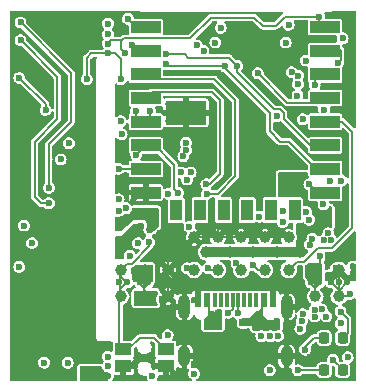
<source format=gbr>
%TF.GenerationSoftware,KiCad,Pcbnew,7.0.5*%
%TF.CreationDate,2023-08-19T21:38:06+03:00*%
%TF.ProjectId,models-heart,6d6f6465-6c73-42d6-9865-6172742e6b69,rev?*%
%TF.SameCoordinates,Original*%
%TF.FileFunction,Copper,L4,Bot*%
%TF.FilePolarity,Positive*%
%FSLAX46Y46*%
G04 Gerber Fmt 4.6, Leading zero omitted, Abs format (unit mm)*
G04 Created by KiCad (PCBNEW 7.0.5) date 2023-08-19 21:38:06*
%MOMM*%
%LPD*%
G01*
G04 APERTURE LIST*
G04 Aperture macros list*
%AMRoundRect*
0 Rectangle with rounded corners*
0 $1 Rounding radius*
0 $2 $3 $4 $5 $6 $7 $8 $9 X,Y pos of 4 corners*
0 Add a 4 corners polygon primitive as box body*
4,1,4,$2,$3,$4,$5,$6,$7,$8,$9,$2,$3,0*
0 Add four circle primitives for the rounded corners*
1,1,$1+$1,$2,$3*
1,1,$1+$1,$4,$5*
1,1,$1+$1,$6,$7*
1,1,$1+$1,$8,$9*
0 Add four rect primitives between the rounded corners*
20,1,$1+$1,$2,$3,$4,$5,0*
20,1,$1+$1,$4,$5,$6,$7,0*
20,1,$1+$1,$6,$7,$8,$9,0*
20,1,$1+$1,$8,$9,$2,$3,0*%
G04 Aperture macros list end*
%TA.AperFunction,ComponentPad*%
%ADD10C,0.500000*%
%TD*%
%TA.AperFunction,SMDPad,CuDef*%
%ADD11R,3.500000X2.000000*%
%TD*%
%TA.AperFunction,SMDPad,CuDef*%
%ADD12C,1.000000*%
%TD*%
%TA.AperFunction,SMDPad,CuDef*%
%ADD13RoundRect,0.218750X-0.218750X-0.256250X0.218750X-0.256250X0.218750X0.256250X-0.218750X0.256250X0*%
%TD*%
%TA.AperFunction,SMDPad,CuDef*%
%ADD14R,0.600000X1.150000*%
%TD*%
%TA.AperFunction,SMDPad,CuDef*%
%ADD15R,0.300000X1.150000*%
%TD*%
%TA.AperFunction,ComponentPad*%
%ADD16O,1.000000X1.800000*%
%TD*%
%TA.AperFunction,ComponentPad*%
%ADD17O,1.000000X2.100000*%
%TD*%
%TA.AperFunction,SMDPad,CuDef*%
%ADD18R,2.500000X1.000000*%
%TD*%
%TA.AperFunction,SMDPad,CuDef*%
%ADD19R,1.000000X1.800000*%
%TD*%
%TA.AperFunction,SMDPad,CuDef*%
%ADD20R,1.400000X1.050000*%
%TD*%
%TA.AperFunction,ViaPad*%
%ADD21C,0.600000*%
%TD*%
%TA.AperFunction,Conductor*%
%ADD22C,0.200000*%
%TD*%
%TA.AperFunction,Conductor*%
%ADD23C,0.500000*%
%TD*%
G04 APERTURE END LIST*
D10*
%TO.P,U6,17,GND(PPAD)*%
%TO.N,GND*%
X74775000Y-36687500D03*
X76275000Y-36687500D03*
X77775000Y-36687500D03*
D11*
X76275000Y-35937500D03*
D10*
X74775000Y-35187500D03*
X76275000Y-35187500D03*
X77775000Y-35187500D03*
%TD*%
D12*
%TO.P,TP26,1,1*%
%TO.N,+PWR*%
X82000000Y-47750000D03*
%TD*%
%TO.P,TP3,1,1*%
%TO.N,BAT +*%
X89250000Y-49250000D03*
%TD*%
%TO.P,TP5,1,1*%
%TO.N,BAT -*%
X87250000Y-51500000D03*
%TD*%
%TO.P,TP23,1,1*%
%TO.N,+PWR*%
X86000000Y-47750000D03*
%TD*%
D13*
%TO.P,D1,1,K*%
%TO.N,Net-(D1-K)*%
X88000000Y-57750000D03*
%TO.P,D1,2,A*%
%TO.N,Net-(D1-A)*%
X89575000Y-57750000D03*
%TD*%
D12*
%TO.P,TP12,1,1*%
%TO.N,BTN+*%
X70800000Y-51500000D03*
%TD*%
%TO.P,TP4,1,1*%
%TO.N,BAT -*%
X87250000Y-49250000D03*
%TD*%
D14*
%TO.P,P1,A1,GND*%
%TO.N,GND*%
X83700000Y-51820000D03*
%TO.P,P1,A4,VBUS*%
%TO.N,+5V0 USB*%
X82900000Y-51820000D03*
D15*
%TO.P,P1,A5,CC*%
%TO.N,unconnected-(P1-CC-PadA5)*%
X81750000Y-51820000D03*
%TO.P,P1,A6,D+*%
%TO.N,/USB D+*%
X80750000Y-51820000D03*
%TO.P,P1,A7,D-*%
%TO.N,/USB D-*%
X80250000Y-51820000D03*
%TO.P,P1,A8,SBU1*%
%TO.N,unconnected-(P1-SBU1-PadA8)*%
X79250000Y-51820000D03*
D14*
%TO.P,P1,A9,VBUS*%
%TO.N,+5V0 USB*%
X78100000Y-51820000D03*
%TO.P,P1,A12,GND*%
%TO.N,GND*%
X77300000Y-51820000D03*
%TO.P,P1,B1,GND*%
X77300000Y-51820000D03*
%TO.P,P1,B4,VBUS*%
%TO.N,+5V0 USB*%
X78100000Y-51820000D03*
D15*
%TO.P,P1,B5,VCONN*%
%TO.N,unconnected-(P1-VCONN-PadB5)*%
X78750000Y-51820000D03*
%TO.P,P1,B6*%
%TO.N,N/C*%
X79750000Y-51820000D03*
%TO.P,P1,B7*%
X81250000Y-51820000D03*
%TO.P,P1,B8,SBU2*%
%TO.N,unconnected-(P1-SBU2-PadB8)*%
X82250000Y-51820000D03*
D14*
%TO.P,P1,B9,VBUS*%
%TO.N,+5V0 USB*%
X82900000Y-51820000D03*
%TO.P,P1,B12,GND*%
%TO.N,GND*%
X83700000Y-51820000D03*
D16*
%TO.P,P1,S1,SHIELD*%
X84820000Y-56575000D03*
D17*
X84820000Y-52395000D03*
D16*
X76180000Y-56575000D03*
D17*
X76180000Y-52395000D03*
%TD*%
D12*
%TO.P,TP27,1,1*%
%TO.N,+PWR*%
X84000000Y-47750000D03*
%TD*%
%TO.P,TP1,1,1*%
%TO.N,MOT A*%
X70800000Y-45250000D03*
%TD*%
%TO.P,TP2,1,1*%
%TO.N,MOT B*%
X70800000Y-47250000D03*
%TD*%
%TO.P,TP9,1,1*%
%TO.N,+5V0 USB*%
X72800000Y-49250000D03*
%TD*%
%TO.P,TP10,1,1*%
%TO.N,+5V0 USB*%
X72800000Y-51500000D03*
%TD*%
%TO.P,TP20,1,1*%
%TO.N,GND*%
X83000000Y-46500000D03*
%TD*%
%TO.P,TP16,1,1*%
%TO.N,LEFT_TURN_LIGHT_PIN*%
X83000000Y-49250000D03*
%TD*%
D18*
%TO.P,U5,1,~{RST}*%
%TO.N,ESP RST*%
X88100000Y-28700000D03*
%TO.P,U5,2,ADC*%
%TO.N,ESP ADC*%
X88100000Y-30700000D03*
%TO.P,U5,3,EN*%
%TO.N,Net-(U5-EN)*%
X88100000Y-32700000D03*
%TO.P,U5,4,GPIO16*%
%TO.N,+PWR SENSE*%
X88100000Y-34700000D03*
%TO.P,U5,5,GPIO14*%
%TO.N,SERVO_PIN*%
X88100000Y-36700000D03*
%TO.P,U5,6,GPIO12*%
%TO.N,MOTOR_A*%
X88100000Y-38700000D03*
%TO.P,U5,7,GPIO13*%
%TO.N,MOTOR_B*%
X88100000Y-40700000D03*
%TO.P,U5,8,VCC*%
%TO.N,+3V3*%
X88100000Y-42700000D03*
D19*
%TO.P,U5,9,CS0*%
%TO.N,unconnected-(U5-CS0-Pad9)*%
X85500000Y-44200000D03*
%TO.P,U5,10,MISO*%
%TO.N,unconnected-(U5-MISO-Pad10)*%
X83500000Y-44200000D03*
%TO.P,U5,11,GPIO9*%
%TO.N,unconnected-(U5-GPIO9-Pad11)*%
X81500000Y-44200000D03*
%TO.P,U5,12,GPIO10*%
%TO.N,unconnected-(U5-GPIO10-Pad12)*%
X79500000Y-44200000D03*
%TO.P,U5,13,MOSI*%
%TO.N,unconnected-(U5-MOSI-Pad13)*%
X77500000Y-44200000D03*
%TO.P,U5,14,SCLK*%
%TO.N,unconnected-(U5-SCLK-Pad14)*%
X75500000Y-44200000D03*
D18*
%TO.P,U5,15,GND*%
%TO.N,GND*%
X72900000Y-42700000D03*
%TO.P,U5,16,GPIO15*%
%TO.N,+PWR HOLD*%
X72900000Y-40700000D03*
%TO.P,U5,17,GPIO2*%
%TO.N,HEAD_LIGHT_PIN*%
X72900000Y-38700000D03*
%TO.P,U5,18,GPIO0*%
%TO.N,ESP GPIO 0*%
X72900000Y-36700000D03*
%TO.P,U5,19,GPIO4*%
%TO.N,RIGHT_TURN_LIGHT_PIN*%
X72900000Y-34700000D03*
%TO.P,U5,20,GPIO5*%
%TO.N,LEFT_TURN_LIGHT_PIN*%
X72900000Y-32700000D03*
%TO.P,U5,21,GPIO3/RXD*%
%TO.N,ESP RxD*%
X72900000Y-30700000D03*
%TO.P,U5,22,GPIO1/TXD*%
%TO.N,ESP TxD*%
X72900000Y-28700000D03*
%TD*%
D12*
%TO.P,TP7,1,1*%
%TO.N,GND*%
X74800000Y-49250000D03*
%TD*%
%TO.P,TP8,1,1*%
%TO.N,GND*%
X74800000Y-51500000D03*
%TD*%
%TO.P,TP25,1,1*%
%TO.N,+PWR*%
X80000000Y-47750000D03*
%TD*%
%TO.P,TP6,1,1*%
%TO.N,BAT +*%
X89250000Y-51500000D03*
%TD*%
%TO.P,TP19,1,1*%
%TO.N,GND*%
X85000000Y-46500000D03*
%TD*%
%TO.P,TP21,1,1*%
%TO.N,GND*%
X81000000Y-46500000D03*
%TD*%
D13*
%TO.P,D2,1,K*%
%TO.N,Net-(D2-K)*%
X88000000Y-55000000D03*
%TO.P,D2,2,A*%
%TO.N,Net-(D2-A)*%
X89575000Y-55000000D03*
%TD*%
D12*
%TO.P,TP24,1,1*%
%TO.N,+PWR*%
X78000000Y-47750000D03*
%TD*%
%TO.P,TP14,1,1*%
%TO.N,HEAD_LIGHT_PIN*%
X79000000Y-49250000D03*
%TD*%
D20*
%TO.P,SW1,1,1*%
%TO.N,BTN+*%
X74600000Y-55980000D03*
X71000000Y-55980000D03*
%TO.P,SW1,2,2*%
%TO.N,GND*%
X74600000Y-57420000D03*
X71000000Y-57420000D03*
%TD*%
D12*
%TO.P,TP22,1,1*%
%TO.N,GND*%
X79000000Y-46500000D03*
%TD*%
%TO.P,TP15,1,1*%
%TO.N,RIGHT_TURN_LIGHT_PIN*%
X81000000Y-49250000D03*
%TD*%
%TO.P,TP18,1,1*%
%TO.N,GND*%
X77000000Y-46500000D03*
%TD*%
%TO.P,TP11,1,1*%
%TO.N,BTN+*%
X70800000Y-49250000D03*
%TD*%
%TO.P,TP17,1,1*%
%TO.N,SERVO_PIN*%
X85000000Y-49250000D03*
%TD*%
%TO.P,TP13,1,1*%
%TO.N,ESP GPIO 0*%
X77000000Y-49250000D03*
%TD*%
D21*
%TO.N,+5V*%
X62600000Y-45500000D03*
X82700000Y-54865500D03*
X73469286Y-58200964D03*
X89399500Y-53788443D03*
X87804424Y-52600000D03*
X74750000Y-54775500D03*
X67600000Y-58000000D03*
X83438285Y-54865500D03*
X77000000Y-58049503D03*
X62200000Y-49000000D03*
X63280000Y-46980000D03*
X87200000Y-53200000D03*
X84137422Y-54849500D03*
X69701792Y-58200470D03*
X87213555Y-52611836D03*
X88200000Y-53200000D03*
%TO.N,GND*%
X75500000Y-48750000D03*
X86843484Y-56665226D03*
X74049503Y-50300000D03*
X67500000Y-29000000D03*
X80000000Y-49500000D03*
X74250000Y-51750000D03*
X79200000Y-45600000D03*
X62000000Y-54500000D03*
X81500000Y-37500000D03*
X71935108Y-57352888D03*
X75449503Y-50300000D03*
X84000000Y-50300000D03*
X66000000Y-29000000D03*
X66000000Y-34000000D03*
X62000000Y-56000000D03*
X62000000Y-31000000D03*
X73050000Y-33700000D03*
X62300000Y-57200000D03*
X67500000Y-55000000D03*
X83750000Y-39250000D03*
X83589859Y-46104315D03*
X66300000Y-47000000D03*
X71450000Y-52550000D03*
X76000000Y-28500000D03*
X90000000Y-47000000D03*
X67000500Y-50100000D03*
X81750000Y-35250000D03*
X80400000Y-50300000D03*
X75000000Y-48250000D03*
X78300000Y-50300000D03*
X80000000Y-54500000D03*
X69700000Y-55800000D03*
X76100000Y-50300000D03*
X87750000Y-39700498D03*
X74100500Y-46163000D03*
X81800000Y-50300000D03*
X85400000Y-50300000D03*
X63000000Y-50500000D03*
X90200000Y-28325500D03*
X64200000Y-54600000D03*
X70600000Y-41500000D03*
X66400000Y-53300000D03*
X74500000Y-48000000D03*
X67000000Y-49000000D03*
X82500000Y-50300000D03*
X81400000Y-57570550D03*
X66000000Y-30500000D03*
X77704973Y-45619892D03*
X81750000Y-30500000D03*
X77250000Y-50750000D03*
X63000000Y-32000000D03*
X79262767Y-57485765D03*
X76800000Y-50300000D03*
X82400000Y-41250000D03*
X78300000Y-45500000D03*
X78499502Y-44974689D03*
X71000000Y-35000000D03*
X64900000Y-52800000D03*
X77000000Y-57250000D03*
X84700000Y-50300000D03*
X81100000Y-50300000D03*
X75187000Y-58000000D03*
X71250000Y-53750000D03*
X81750000Y-29250000D03*
X79700000Y-50300000D03*
X77650694Y-50289261D03*
X89400000Y-45500000D03*
X80750000Y-54500000D03*
X75750000Y-27799500D03*
X71500000Y-54955498D03*
X78500498Y-44300000D03*
X65500000Y-50000000D03*
X83200000Y-50300000D03*
X74750000Y-50300000D03*
X62000000Y-51000000D03*
X79825500Y-37238589D03*
X62700000Y-52000000D03*
X81500000Y-54500000D03*
X65400000Y-49000000D03*
X79000000Y-50300000D03*
X71831081Y-43476874D03*
X62000000Y-53000000D03*
X72141151Y-56739279D03*
X86100497Y-50300000D03*
X69700000Y-27600497D03*
X62900000Y-53800000D03*
X89411956Y-37695645D03*
X87250000Y-55750000D03*
X83500000Y-28000000D03*
X90000000Y-33274500D03*
X67500000Y-45500000D03*
%TO.N,BAT +*%
X89949503Y-50300000D03*
X89025500Y-49100000D03*
X88427181Y-49708743D03*
X89125790Y-49673399D03*
X88561358Y-46690820D03*
X88600000Y-50300000D03*
X89250000Y-50300000D03*
X83400000Y-57734500D03*
X90000000Y-56649500D03*
X88365483Y-46161835D03*
X88000000Y-46750000D03*
X90200000Y-51275500D03*
%TO.N,+PWR (5V0 {slash} 3V3)*%
X82499502Y-44750000D03*
X86750000Y-45000000D03*
X84499502Y-44250000D03*
X70599500Y-43274500D03*
X87950500Y-43700000D03*
X71551089Y-48051089D03*
X86499132Y-44346955D03*
X70599500Y-44271086D03*
X87014364Y-46595986D03*
X71249825Y-44025824D03*
X86812476Y-47117762D03*
%TO.N,+3V3*%
X88500000Y-41750000D03*
X85800000Y-33500000D03*
X85250000Y-32500000D03*
X84750000Y-30000000D03*
X89471147Y-41684587D03*
X85800000Y-32800000D03*
X85000000Y-28500000D03*
X88000000Y-35699502D03*
X84000000Y-36250000D03*
X70862500Y-37763000D03*
X70794369Y-36660000D03*
X86750000Y-42000000D03*
X89573384Y-29646767D03*
%TO.N,ESP GPIO 0*%
X69700000Y-30900000D03*
X76400000Y-49100000D03*
X72049500Y-35800000D03*
X73275498Y-35800000D03*
X74793496Y-42792996D03*
X67900000Y-33100000D03*
X70800000Y-33100000D03*
%TO.N,ESP RST*%
X69676089Y-30100000D03*
X71150498Y-30900000D03*
X87600000Y-27800000D03*
%TO.N,Net-(D1-K)*%
X85788000Y-57750500D03*
%TO.N,Net-(D1-A)*%
X88761111Y-56865312D03*
%TO.N,Net-(D2-K)*%
X86400000Y-56000000D03*
%TO.N,Net-(D2-A)*%
X89392451Y-52784903D03*
%TO.N,+5V0 USB*%
X86200000Y-53000000D03*
X84017218Y-53606164D03*
X72400000Y-50300000D03*
X72820048Y-51861012D03*
X78500000Y-53000000D03*
X86100000Y-53600000D03*
X81162130Y-53775591D03*
X73500000Y-51300000D03*
X73453685Y-51905260D03*
X78193738Y-53545500D03*
X72250500Y-47000498D03*
X82500000Y-53000000D03*
X73100000Y-50300000D03*
X79054904Y-52892462D03*
X72800000Y-49250000D03*
X71900000Y-49350000D03*
X86000000Y-54250000D03*
%TO.N,/USB D+*%
X69687531Y-57401095D03*
X66300000Y-57100000D03*
X65700000Y-39900000D03*
X80719811Y-52916898D03*
%TO.N,/USB D-*%
X64300000Y-57100000D03*
X69704112Y-56601765D03*
X79900000Y-52894502D03*
X66400000Y-38520000D03*
%TO.N,RTS*%
X64424500Y-35718500D03*
X62200000Y-33000000D03*
%TO.N,ESP RxD*%
X69692168Y-29283730D03*
X71712041Y-30240566D03*
%TO.N,Net-(U3-TXD)*%
X62300000Y-29800000D03*
X64700000Y-43600000D03*
%TO.N,ESP TxD*%
X69700000Y-28400000D03*
X71400000Y-28000000D03*
%TO.N,Net-(U3-RXD)*%
X64700500Y-42300000D03*
X62300000Y-28300000D03*
%TO.N,Net-(U5-EN)*%
X87200000Y-33600000D03*
%TO.N,HEAD_LIGHT_PIN*%
X78200000Y-49099500D03*
X72100000Y-39500000D03*
X75615158Y-42715159D03*
%TO.N,ESP ADC*%
X89200000Y-31700000D03*
%TO.N,BAT -*%
X86900000Y-49700000D03*
X87614597Y-48114597D03*
X84500000Y-45200000D03*
X86900000Y-50300000D03*
X76606277Y-45581312D03*
X87556855Y-49686239D03*
X87600000Y-50300000D03*
%TO.N,MOTOR_A*%
X80625000Y-31975000D03*
X74649502Y-30999500D03*
%TO.N,MOTOR_B*%
X79605790Y-32015344D03*
X74649655Y-31847169D03*
%TO.N,RIGHT_TURN_LIGHT_PIN*%
X78038847Y-41987821D03*
X80584465Y-48704902D03*
%TO.N,LEFT_TURN_LIGHT_PIN*%
X78069178Y-42805312D03*
X82000000Y-48850000D03*
%TO.N,MOT A*%
X75900000Y-41000000D03*
X76700000Y-41000000D03*
X76400000Y-41600000D03*
X73437598Y-45035763D03*
X73225983Y-45833807D03*
%TO.N,MOT B*%
X72499500Y-45500000D03*
X76300000Y-39100000D03*
X76300000Y-38500000D03*
X76084659Y-39625500D03*
X72499500Y-46186050D03*
%TO.N,+PWR*%
X86200000Y-36500000D03*
X85200000Y-41500000D03*
X85750000Y-34500000D03*
X85200000Y-42100000D03*
X79250000Y-28750000D03*
X77793098Y-30700500D03*
X86470750Y-31525071D03*
X84574346Y-41787173D03*
X84750000Y-42500000D03*
X78800000Y-30000000D03*
X85800000Y-41800000D03*
X77250000Y-30250000D03*
%TO.N,+PWR SENSE*%
X82400000Y-32600000D03*
%TO.N,+PWR HOLD*%
X70600000Y-40700000D03*
%TO.N,BTN+*%
X70650000Y-50300000D03*
X71350000Y-50300000D03*
X73200000Y-46900000D03*
%TD*%
D22*
%TO.N,GND*%
X74750000Y-49800000D02*
X74250000Y-50300000D01*
X74750000Y-50800000D02*
X75250000Y-50300000D01*
X74750000Y-51500000D02*
X74500000Y-51500000D01*
X79000000Y-46200000D02*
X79000000Y-46500000D01*
X83589859Y-46104315D02*
X83194174Y-46500000D01*
X80017992Y-46500000D02*
X77000000Y-46500000D01*
X78499502Y-44974689D02*
X78700000Y-45175187D01*
X79000000Y-45800000D02*
X79000000Y-46500000D01*
X77000000Y-46324865D02*
X77704973Y-45619892D01*
X77300000Y-50800000D02*
X77250000Y-50750000D01*
X85000000Y-46500000D02*
X80017992Y-46500000D01*
X83194174Y-46500000D02*
X83000000Y-46500000D01*
X74750000Y-49250000D02*
X74750000Y-49800000D01*
X74250000Y-50300000D02*
X74049503Y-50300000D01*
X78300000Y-45500000D02*
X79000000Y-46200000D01*
X74600000Y-57420000D02*
X74607000Y-57420000D01*
X74049503Y-50300000D02*
X86100497Y-50300000D01*
X78700000Y-45175187D02*
X78700000Y-45400000D01*
X71460430Y-57420000D02*
X71000000Y-57420000D01*
X74750000Y-48500000D02*
X75000000Y-48250000D01*
X83700000Y-50600000D02*
X83700000Y-51820000D01*
X87750000Y-39700498D02*
X87750000Y-39900000D01*
X74750000Y-49800000D02*
X75250000Y-50300000D01*
X75250000Y-50300000D02*
X75449503Y-50300000D01*
X77300000Y-51820000D02*
X77300000Y-50800000D01*
X69700000Y-55800000D02*
X69657348Y-55800000D01*
X74607000Y-57420000D02*
X75187000Y-58000000D01*
X74750000Y-50800000D02*
X74250000Y-50300000D01*
X78700000Y-45400000D02*
X79900000Y-45400000D01*
X74750000Y-49250000D02*
X74750000Y-48500000D01*
X79200000Y-45600000D02*
X79000000Y-45800000D01*
X74500000Y-51500000D02*
X74250000Y-51750000D01*
X72607955Y-42700000D02*
X72900000Y-42700000D01*
X79900000Y-45400000D02*
X81000000Y-46500000D01*
X71831081Y-43476874D02*
X72607955Y-42700000D01*
X77000000Y-46500000D02*
X77000000Y-46324865D01*
X74750000Y-49250000D02*
X74750000Y-50300000D01*
X84000000Y-50300000D02*
X83700000Y-50600000D01*
X72141151Y-56739279D02*
X71460430Y-57420000D01*
X74750000Y-51500000D02*
X74750000Y-50300000D01*
X74750000Y-51500000D02*
X74750000Y-50800000D01*
%TO.N,BAT +*%
X89250000Y-49250000D02*
X89250000Y-49800000D01*
X88600000Y-50300000D02*
X89250000Y-50950000D01*
X89250000Y-49650000D02*
X89250000Y-49250000D01*
X88427181Y-49708743D02*
X88885924Y-49250000D01*
X89250000Y-49250000D02*
X89250000Y-50300000D01*
X88600000Y-50300000D02*
X89250000Y-49650000D01*
X89250000Y-50950000D02*
X89250000Y-51500000D01*
X89949503Y-50300000D02*
X89250000Y-49600497D01*
X88885924Y-49250000D02*
X89250000Y-49250000D01*
X89250000Y-51500000D02*
X89975500Y-51500000D01*
X89250000Y-50999503D02*
X89250000Y-51500000D01*
X89949503Y-50300000D02*
X89250000Y-50999503D01*
X89250000Y-49600497D02*
X89250000Y-49250000D01*
X89250000Y-51500000D02*
X89250000Y-50800000D01*
X89250000Y-51500000D02*
X89250000Y-50300000D01*
X89975500Y-51500000D02*
X90200000Y-51275500D01*
%TO.N,+3V3*%
X87450000Y-42700000D02*
X86750000Y-42000000D01*
X88100000Y-42700000D02*
X87450000Y-42700000D01*
%TO.N,ESP GPIO 0*%
X72049500Y-36700000D02*
X72900000Y-36700000D01*
X72049500Y-35849500D02*
X72049500Y-36700000D01*
X67900000Y-31300000D02*
X67900000Y-33100000D01*
X73275498Y-36324502D02*
X72900000Y-36700000D01*
X70800000Y-31398031D02*
X70800000Y-33100000D01*
X73275498Y-35800000D02*
X73275498Y-36324502D01*
X70301969Y-30900000D02*
X70800000Y-31398031D01*
X68300000Y-30900000D02*
X67900000Y-31300000D01*
X69700000Y-30900000D02*
X68300000Y-30900000D01*
X69700000Y-30900000D02*
X70301969Y-30900000D01*
X72049500Y-35800000D02*
X72049500Y-35849500D01*
X77000000Y-49250000D02*
X76550000Y-49250000D01*
X76550000Y-49250000D02*
X76400000Y-49100000D01*
%TO.N,ESP RST*%
X82800000Y-28600000D02*
X82100000Y-27900000D01*
X70876089Y-29823911D02*
X70800000Y-29900000D01*
X70800000Y-30549502D02*
X71150498Y-30900000D01*
X87600000Y-27800000D02*
X87600000Y-28200000D01*
X70800000Y-29900000D02*
X70800000Y-30549502D01*
X69676089Y-30100000D02*
X69952178Y-29823911D01*
X78400000Y-27900000D02*
X76659434Y-29640566D01*
X82100000Y-27900000D02*
X78400000Y-27900000D01*
X70876089Y-29823911D02*
X70723911Y-29823911D01*
X87600000Y-27800000D02*
X84700000Y-27800000D01*
X76659434Y-29640566D02*
X71059434Y-29640566D01*
X71059434Y-29640566D02*
X70876089Y-29823911D01*
X69952178Y-29823911D02*
X70723911Y-29823911D01*
X83900000Y-28600000D02*
X82800000Y-28600000D01*
X87600000Y-28200000D02*
X88100000Y-28700000D01*
X84700000Y-27800000D02*
X83900000Y-28600000D01*
%TO.N,Net-(D1-K)*%
X87999500Y-57750500D02*
X88000000Y-57750000D01*
X85788000Y-57750500D02*
X87999500Y-57750500D01*
%TO.N,Net-(D1-A)*%
X89575000Y-57750000D02*
X89575000Y-57679201D01*
X89575000Y-57679201D02*
X88761111Y-56865312D01*
%TO.N,Net-(D2-K)*%
X86400000Y-55751471D02*
X87151471Y-55000000D01*
X86400000Y-56000000D02*
X86400000Y-55751471D01*
X87151471Y-55000000D02*
X88000000Y-55000000D01*
%TO.N,Net-(D2-A)*%
X90000000Y-53392452D02*
X90000000Y-54575000D01*
X90000000Y-54575000D02*
X89575000Y-55000000D01*
X89392451Y-52784903D02*
X90000000Y-53392452D01*
%TO.N,+5V0 USB*%
X72750000Y-49250000D02*
X72750000Y-49800000D01*
X82715000Y-52500000D02*
X82715000Y-52600000D01*
X72750000Y-51500000D02*
X72750000Y-50800000D01*
X78285000Y-52785000D02*
X78500000Y-53000000D01*
X71900000Y-49350000D02*
X72000000Y-49250000D01*
X78285000Y-52785000D02*
X78392462Y-52892462D01*
X82715000Y-53174594D02*
X83146570Y-53606164D01*
X72800000Y-51500000D02*
X73048425Y-51500000D01*
X73300000Y-51500000D02*
X72750000Y-51500000D01*
X73100000Y-50450000D02*
X73100000Y-50300000D01*
X72400000Y-50150000D02*
X72400000Y-50300000D01*
X82715000Y-52600000D02*
X82715000Y-52785000D01*
X73500000Y-51300000D02*
X73300000Y-51500000D01*
X72750000Y-50800000D02*
X73100000Y-50450000D01*
X82715000Y-52785000D02*
X82500000Y-53000000D01*
X83146570Y-53606164D02*
X84017218Y-53606164D01*
X78285000Y-53454238D02*
X78193738Y-53545500D01*
X78285000Y-52005000D02*
X78285000Y-52785000D01*
X78285000Y-52785000D02*
X78285000Y-53454238D01*
X82715000Y-52005000D02*
X82715000Y-52500000D01*
X82900000Y-51820000D02*
X82715000Y-52005000D01*
X82715000Y-52500000D02*
X82715000Y-53174594D01*
D23*
X72000000Y-49250000D02*
X72750000Y-49250000D01*
D22*
X73100000Y-50150000D02*
X73100000Y-50300000D01*
X72800000Y-51840964D02*
X72820048Y-51861012D01*
X72750000Y-49250000D02*
X72750000Y-50300000D01*
X72800000Y-51500000D02*
X72800000Y-51840964D01*
X72750000Y-51500000D02*
X72423771Y-51500000D01*
X78100000Y-51820000D02*
X78285000Y-52005000D01*
X73048425Y-51500000D02*
X73453685Y-51905260D01*
X81162130Y-53775591D02*
X81539409Y-53775591D01*
X78392462Y-52892462D02*
X79054904Y-52892462D01*
X72750000Y-51500000D02*
X72750000Y-50300000D01*
X72750000Y-49800000D02*
X73100000Y-50150000D01*
X72750000Y-49800000D02*
X72400000Y-50150000D01*
X72400000Y-50450000D02*
X72400000Y-50300000D01*
X72750000Y-50800000D02*
X72400000Y-50450000D01*
X81539409Y-53775591D02*
X82715000Y-52600000D01*
%TO.N,/USB D+*%
X80719811Y-52916898D02*
X80719811Y-52923220D01*
X80750000Y-51820000D02*
X80750000Y-52886709D01*
X80750000Y-52886709D02*
X80719811Y-52916898D01*
%TO.N,/USB D-*%
X80250000Y-52544502D02*
X79900000Y-52894502D01*
X80250000Y-51820000D02*
X80250000Y-52544502D01*
%TO.N,RTS*%
X64424500Y-35718500D02*
X64424500Y-35224500D01*
X64424500Y-35224500D02*
X62200000Y-33000000D01*
%TO.N,ESP RxD*%
X72171475Y-30700000D02*
X72900000Y-30700000D01*
X71712041Y-30240566D02*
X72171475Y-30700000D01*
%TO.N,Net-(U3-TXD)*%
X64700000Y-43600000D02*
X64000000Y-43600000D01*
X64000000Y-43600000D02*
X63500000Y-43100000D01*
X63500000Y-43100000D02*
X63500000Y-38400000D01*
X63500000Y-38400000D02*
X65400000Y-36500000D01*
X65400000Y-36500000D02*
X65400000Y-32900000D01*
X65400000Y-32900000D02*
X62300000Y-29800000D01*
%TO.N,ESP TxD*%
X72100000Y-28700000D02*
X72900000Y-28700000D01*
X71400000Y-28000000D02*
X72100000Y-28700000D01*
%TO.N,Net-(U3-RXD)*%
X66600000Y-32600000D02*
X66600000Y-36700000D01*
X64700500Y-38599500D02*
X64700500Y-42300000D01*
X66600000Y-36700000D02*
X64700500Y-38599500D01*
X62300000Y-28300000D02*
X66600000Y-32600000D01*
%TO.N,Net-(U5-EN)*%
X87200000Y-32700000D02*
X88100000Y-32700000D01*
X87200000Y-33600000D02*
X87200000Y-32700000D01*
%TO.N,HEAD_LIGHT_PIN*%
X78350500Y-49250000D02*
X78200000Y-49099500D01*
X75300000Y-40350000D02*
X73650000Y-38700000D01*
X79000000Y-49250000D02*
X78350500Y-49250000D01*
X73650000Y-38700000D02*
X72900000Y-38700000D01*
X72100000Y-39500000D02*
X72900000Y-38700000D01*
X75615158Y-42715159D02*
X75300000Y-42400001D01*
X75300000Y-42400001D02*
X75300000Y-40350000D01*
%TO.N,ESP ADC*%
X89200000Y-31700000D02*
X89400000Y-31500000D01*
X89400000Y-31500000D02*
X89400000Y-30600000D01*
X89400000Y-30600000D02*
X88200000Y-30600000D01*
X88200000Y-30600000D02*
X88100000Y-30700000D01*
%TO.N,BAT -*%
X87250000Y-49800000D02*
X87600000Y-50150000D01*
X87600000Y-50150000D02*
X87600000Y-50300000D01*
X86900000Y-50300000D02*
X87600000Y-50300000D01*
X86900000Y-50150000D02*
X86900000Y-50300000D01*
X87250000Y-51500000D02*
X87250000Y-50800000D01*
X87250000Y-51500000D02*
X87250000Y-50300000D01*
X87250000Y-49800000D02*
X86900000Y-50150000D01*
X87250000Y-49250000D02*
X87250000Y-50300000D01*
X87600000Y-50450000D02*
X87600000Y-50300000D01*
X87614597Y-48114597D02*
X87614597Y-48885403D01*
X87250000Y-49379384D02*
X87556855Y-49686239D01*
X87250000Y-50800000D02*
X87600000Y-50450000D01*
X87250000Y-49250000D02*
X86900000Y-49600000D01*
X86900000Y-49600000D02*
X86900000Y-49700000D01*
X87250000Y-49250000D02*
X87250000Y-49800000D01*
X87614597Y-48885403D02*
X87250000Y-49250000D01*
X87250000Y-50800000D02*
X86900000Y-50450000D01*
X86900000Y-50450000D02*
X86900000Y-50300000D01*
X87250000Y-49250000D02*
X87250000Y-49379384D01*
%TO.N,SERVO_PIN*%
X85000000Y-49250000D02*
X85700000Y-48550000D01*
X86331371Y-48550000D02*
X87481371Y-47400000D01*
X89550000Y-36700000D02*
X88100000Y-36700000D01*
X85700000Y-48550000D02*
X86331371Y-48550000D01*
X90400000Y-45700000D02*
X90400000Y-37550000D01*
X88700000Y-47400000D02*
X90400000Y-45700000D01*
X87481371Y-47400000D02*
X88700000Y-47400000D01*
X90400000Y-37550000D02*
X89550000Y-36700000D01*
%TO.N,MOTOR_A*%
X86825000Y-38700000D02*
X88100000Y-38700000D01*
X80625000Y-31975000D02*
X80625000Y-32500000D01*
X84600000Y-36001471D02*
X84600000Y-36475000D01*
X74649502Y-30999500D02*
X76199500Y-30999500D01*
X83775000Y-35650000D02*
X84248529Y-35650000D01*
X84600000Y-36475000D02*
X86825000Y-38700000D01*
X80625000Y-32500000D02*
X83775000Y-35650000D01*
X76199500Y-30999500D02*
X76500000Y-31300000D01*
X79950000Y-31300000D02*
X80625000Y-31975000D01*
X76500000Y-31300000D02*
X79950000Y-31300000D01*
X84248529Y-35650000D02*
X84600000Y-36001471D01*
%TO.N,MOTOR_B*%
X74649655Y-31847169D02*
X74817830Y-32015344D01*
X83400000Y-36000000D02*
X79415344Y-32015344D01*
X79415344Y-32015344D02*
X78323910Y-32015344D01*
X83400000Y-37500000D02*
X83400000Y-36000000D01*
X88100000Y-40700000D02*
X87350000Y-40700000D01*
X84300000Y-38400000D02*
X83400000Y-37500000D01*
X85050000Y-38400000D02*
X84300000Y-38400000D01*
X87350000Y-40700000D02*
X85050000Y-38400000D01*
X79605790Y-32015344D02*
X78323910Y-32015344D01*
X74817830Y-32015344D02*
X78323910Y-32015344D01*
%TO.N,RIGHT_TURN_LIGHT_PIN*%
X79200000Y-34900000D02*
X78500000Y-34200000D01*
X81000000Y-49120437D02*
X80584465Y-48704902D01*
X79200000Y-41108804D02*
X79200000Y-34900000D01*
X73400000Y-34200000D02*
X72900000Y-34700000D01*
X78038847Y-41987821D02*
X78320983Y-41987821D01*
X81000000Y-49250000D02*
X81000000Y-49120437D01*
X78320983Y-41987821D02*
X79200000Y-41108804D01*
X78500000Y-34200000D02*
X73400000Y-34200000D01*
%TO.N,LEFT_TURN_LIGHT_PIN*%
X78069178Y-42805312D02*
X78994688Y-42805312D01*
X73300000Y-33100000D02*
X72900000Y-32700000D01*
X78700000Y-33100000D02*
X73300000Y-33100000D01*
X82400000Y-49250000D02*
X82000000Y-48850000D01*
X83000000Y-49250000D02*
X82400000Y-49250000D01*
X78994688Y-42805312D02*
X80500000Y-41300000D01*
X80500000Y-41300000D02*
X80500000Y-34900000D01*
X80500000Y-34900000D02*
X78700000Y-33100000D01*
%TO.N,MOT A*%
X71300000Y-44700000D02*
X70750000Y-45250000D01*
X72548029Y-44700000D02*
X71300000Y-44700000D01*
X73225983Y-45833807D02*
X73225983Y-45377954D01*
X73225983Y-45377954D02*
X72548029Y-44700000D01*
X73437598Y-45166339D02*
X73437598Y-45035763D01*
X73225983Y-45377954D02*
X73437598Y-45166339D01*
%TO.N,MOT B*%
X72499500Y-45500500D02*
X71690491Y-46309509D01*
X72376041Y-46309509D02*
X72499500Y-46186050D01*
X71690491Y-46309509D02*
X72376041Y-46309509D01*
X72499500Y-45500000D02*
X72499500Y-45500500D01*
X70750000Y-47250000D02*
X71690491Y-46309509D01*
%TO.N,+PWR*%
X85800000Y-42500000D02*
X84750000Y-42500000D01*
X85600000Y-42500000D02*
X85200000Y-42100000D01*
X86000000Y-46700000D02*
X87500000Y-45200000D01*
X87500000Y-45200000D02*
X87500000Y-44500000D01*
X85200000Y-42100000D02*
X84887173Y-42100000D01*
X84887173Y-42100000D02*
X84574346Y-41787173D01*
X87500000Y-44500000D02*
X86500000Y-43500000D01*
X86500000Y-43200000D02*
X85800000Y-42500000D01*
X85800000Y-42500000D02*
X85800000Y-41800000D01*
X78000000Y-47750000D02*
X86000000Y-47750000D01*
X86000000Y-47750000D02*
X86000000Y-46700000D01*
X86500000Y-43500000D02*
X86500000Y-43200000D01*
X85800000Y-42500000D02*
X85600000Y-42500000D01*
%TO.N,+PWR SENSE*%
X88100000Y-34700000D02*
X87700000Y-35100000D01*
X84900000Y-35100000D02*
X82400000Y-32600000D01*
X87700000Y-35100000D02*
X84900000Y-35100000D01*
%TO.N,+PWR HOLD*%
X70600000Y-40700000D02*
X72900000Y-40700000D01*
X72583861Y-40383861D02*
X72900000Y-40700000D01*
%TO.N,BTN+*%
X70750000Y-50400000D02*
X70650000Y-50300000D01*
X71300000Y-48750000D02*
X70800000Y-49250000D01*
X72405026Y-55000000D02*
X73620000Y-55000000D01*
X70750000Y-51500000D02*
X70750000Y-50400000D01*
X71250000Y-50300000D02*
X71350000Y-50300000D01*
X71000000Y-55980000D02*
X71425026Y-55980000D01*
X73200000Y-46900000D02*
X73200000Y-47250000D01*
X70750000Y-50900000D02*
X70750000Y-51500000D01*
X73200000Y-47250000D02*
X71700000Y-48750000D01*
X70750000Y-49800000D02*
X71250000Y-50300000D01*
X70650000Y-55630000D02*
X71000000Y-55980000D01*
X70650000Y-50300000D02*
X70750000Y-50200000D01*
X71700000Y-48750000D02*
X71300000Y-48750000D01*
X73620000Y-55000000D02*
X74600000Y-55980000D01*
X70750000Y-50200000D02*
X70750000Y-49800000D01*
X70750000Y-51500000D02*
X70650000Y-51600000D01*
X71350000Y-50300000D02*
X70750000Y-50900000D01*
X71425026Y-55980000D02*
X72405026Y-55000000D01*
X70650000Y-51600000D02*
X70650000Y-55630000D01*
X70750000Y-49250000D02*
X70750000Y-50200000D01*
X70750000Y-49250000D02*
X70750000Y-49800000D01*
%TD*%
%TA.AperFunction,Conductor*%
%TO.N,GND*%
G36*
X72339191Y-27319407D02*
G01*
X72375155Y-27368907D01*
X72380000Y-27399499D01*
X72380000Y-27400000D01*
X78423230Y-27400000D01*
X78436887Y-27404437D01*
X78454647Y-27400000D01*
X82083023Y-27400000D01*
X82104807Y-27407078D01*
X82139972Y-27400000D01*
X84429457Y-27400000D01*
X84487648Y-27418907D01*
X84523612Y-27468407D01*
X84523612Y-27529593D01*
X84496154Y-27572161D01*
X84494048Y-27574080D01*
X84474839Y-27599515D01*
X84470335Y-27604692D01*
X83804525Y-28270503D01*
X83750008Y-28298281D01*
X83734521Y-28299500D01*
X82965480Y-28299500D01*
X82907289Y-28280593D01*
X82895476Y-28270504D01*
X82358565Y-27733594D01*
X82350479Y-27722344D01*
X82349487Y-27723094D01*
X82343958Y-27715772D01*
X82308428Y-27683382D01*
X82306775Y-27681804D01*
X82292797Y-27667826D01*
X82289859Y-27665813D01*
X82284496Y-27661564D01*
X82260933Y-27640084D01*
X82251762Y-27636531D01*
X82231586Y-27625895D01*
X82223484Y-27620345D01*
X82223479Y-27620343D01*
X82192457Y-27613046D01*
X82185902Y-27611016D01*
X82156177Y-27599501D01*
X82156174Y-27599500D01*
X82156173Y-27599500D01*
X82156172Y-27599500D01*
X82146348Y-27599500D01*
X82123676Y-27596869D01*
X82117300Y-27595369D01*
X82110736Y-27591388D01*
X82096699Y-27597051D01*
X82082547Y-27599025D01*
X82075700Y-27599500D01*
X78465164Y-27599500D01*
X78451488Y-27597267D01*
X78451317Y-27598494D01*
X78440967Y-27597050D01*
X78436460Y-27594857D01*
X78427802Y-27597894D01*
X78411339Y-27598655D01*
X78394206Y-27599447D01*
X78391930Y-27599500D01*
X78372153Y-27599500D01*
X78368658Y-27600153D01*
X78361845Y-27600943D01*
X78330010Y-27602414D01*
X78330006Y-27602415D01*
X78321015Y-27606385D01*
X78299227Y-27613132D01*
X78289570Y-27614937D01*
X78289564Y-27614939D01*
X78262466Y-27631717D01*
X78256399Y-27634915D01*
X78227237Y-27647792D01*
X78227233Y-27647795D01*
X78220284Y-27654744D01*
X78202409Y-27668903D01*
X78194048Y-27674080D01*
X78174839Y-27699515D01*
X78170335Y-27704692D01*
X76563959Y-29311070D01*
X76509442Y-29338847D01*
X76493955Y-29340066D01*
X74447199Y-29340066D01*
X74389008Y-29321159D01*
X74353044Y-29271659D01*
X74350272Y-29224616D01*
X74350023Y-29224592D01*
X74350178Y-29223017D01*
X74350103Y-29221744D01*
X74350499Y-29219751D01*
X74350500Y-29219746D01*
X74350500Y-28180253D01*
X74350498Y-28180241D01*
X74342982Y-28142456D01*
X74338867Y-28121769D01*
X74294552Y-28055448D01*
X74251421Y-28026628D01*
X74228233Y-28011134D01*
X74228231Y-28011133D01*
X74228228Y-28011132D01*
X74228227Y-28011132D01*
X74169758Y-27999501D01*
X74169748Y-27999500D01*
X74169747Y-27999500D01*
X71991359Y-27999500D01*
X71933168Y-27980593D01*
X71897204Y-27931093D01*
X71893367Y-27914588D01*
X71885165Y-27857544D01*
X71877176Y-27840049D01*
X71825377Y-27726627D01*
X71731128Y-27617857D01*
X71731127Y-27617856D01*
X71731126Y-27617855D01*
X71610057Y-27540049D01*
X71610054Y-27540047D01*
X71610053Y-27540047D01*
X71610050Y-27540046D01*
X71471964Y-27499500D01*
X71471961Y-27499500D01*
X71328039Y-27499500D01*
X71328035Y-27499500D01*
X71189949Y-27540046D01*
X71189942Y-27540049D01*
X71068873Y-27617855D01*
X70974622Y-27726628D01*
X70914834Y-27857543D01*
X70894353Y-27999997D01*
X70894353Y-28000002D01*
X70914834Y-28142456D01*
X70972583Y-28268907D01*
X70974623Y-28273373D01*
X71016307Y-28321479D01*
X71068873Y-28382144D01*
X71189942Y-28459950D01*
X71189947Y-28459953D01*
X71296403Y-28491211D01*
X71328035Y-28500499D01*
X71328036Y-28500499D01*
X71328039Y-28500500D01*
X71350500Y-28500500D01*
X71408691Y-28519407D01*
X71444655Y-28568907D01*
X71449500Y-28599500D01*
X71449500Y-29219751D01*
X71449897Y-29221744D01*
X71449787Y-29222668D01*
X71449977Y-29224592D01*
X71449555Y-29224633D01*
X71442711Y-29282506D01*
X71401181Y-29327439D01*
X71352801Y-29340066D01*
X71124598Y-29340066D01*
X71110922Y-29337833D01*
X71110751Y-29339060D01*
X71101667Y-29337792D01*
X71061320Y-29339658D01*
X71053640Y-29340013D01*
X71051364Y-29340066D01*
X71031587Y-29340066D01*
X71028092Y-29340719D01*
X71021279Y-29341509D01*
X70989444Y-29342980D01*
X70989440Y-29342981D01*
X70980449Y-29346951D01*
X70958661Y-29353698D01*
X70949004Y-29355503D01*
X70948998Y-29355505D01*
X70921900Y-29372283D01*
X70915833Y-29375481D01*
X70886671Y-29388358D01*
X70886667Y-29388361D01*
X70879718Y-29395310D01*
X70861843Y-29409469D01*
X70853482Y-29414646D01*
X70834270Y-29440085D01*
X70829767Y-29445260D01*
X70780616Y-29494413D01*
X70726100Y-29522192D01*
X70710611Y-29523411D01*
X70277607Y-29523411D01*
X70219416Y-29504504D01*
X70183452Y-29455004D01*
X70179615Y-29410322D01*
X70197815Y-29283733D01*
X70197815Y-29283727D01*
X70177333Y-29141273D01*
X70117545Y-29010358D01*
X70117545Y-29010357D01*
X70031638Y-28911214D01*
X70007821Y-28854854D01*
X70021680Y-28795259D01*
X70031633Y-28781559D01*
X70125377Y-28673373D01*
X70185165Y-28542457D01*
X70202920Y-28418967D01*
X70205647Y-28400002D01*
X70205647Y-28399997D01*
X70185165Y-28257543D01*
X70181492Y-28249500D01*
X70125377Y-28126627D01*
X70031128Y-28017857D01*
X70031127Y-28017856D01*
X70031126Y-28017855D01*
X69910057Y-27940049D01*
X69910054Y-27940047D01*
X69910053Y-27940047D01*
X69910050Y-27940046D01*
X69771964Y-27899500D01*
X69771961Y-27899500D01*
X69628039Y-27899500D01*
X69628035Y-27899500D01*
X69489949Y-27940046D01*
X69489942Y-27940049D01*
X69368873Y-28017855D01*
X69274622Y-28126628D01*
X69214834Y-28257543D01*
X69194353Y-28399997D01*
X69194353Y-28400002D01*
X69214834Y-28542456D01*
X69260504Y-28642457D01*
X69274623Y-28673373D01*
X69360529Y-28772515D01*
X69384346Y-28828874D01*
X69370487Y-28888469D01*
X69360529Y-28902175D01*
X69266791Y-29010356D01*
X69207002Y-29141273D01*
X69186521Y-29283727D01*
X69186521Y-29283732D01*
X69207002Y-29426186D01*
X69266791Y-29557103D01*
X69319346Y-29617755D01*
X69343164Y-29674114D01*
X69329306Y-29733709D01*
X69319347Y-29747416D01*
X69250712Y-29826626D01*
X69190923Y-29957543D01*
X69170442Y-30099997D01*
X69170442Y-30100002D01*
X69190923Y-30242456D01*
X69250712Y-30373373D01*
X69304691Y-30435669D01*
X69328509Y-30492028D01*
X69314650Y-30551624D01*
X69268409Y-30591691D01*
X69229872Y-30599500D01*
X68365164Y-30599500D01*
X68351488Y-30597267D01*
X68351317Y-30598494D01*
X68342233Y-30597226D01*
X68301886Y-30599092D01*
X68294206Y-30599447D01*
X68291930Y-30599500D01*
X68272153Y-30599500D01*
X68268658Y-30600153D01*
X68261845Y-30600943D01*
X68230009Y-30602414D01*
X68221005Y-30606389D01*
X68199226Y-30613132D01*
X68189568Y-30614937D01*
X68189566Y-30614938D01*
X68162471Y-30631714D01*
X68156403Y-30634913D01*
X68127234Y-30647793D01*
X68120280Y-30654747D01*
X68102403Y-30668907D01*
X68094048Y-30674080D01*
X68074839Y-30699515D01*
X68070335Y-30704692D01*
X67733592Y-31041435D01*
X67722361Y-31049550D01*
X67723090Y-31050515D01*
X67715771Y-31056041D01*
X67683372Y-31091580D01*
X67681796Y-31093231D01*
X67667830Y-31107198D01*
X67667817Y-31107213D01*
X67665813Y-31110138D01*
X67661561Y-31115504D01*
X67640084Y-31139065D01*
X67640083Y-31139067D01*
X67636529Y-31148240D01*
X67625896Y-31168412D01*
X67620346Y-31176515D01*
X67620342Y-31176524D01*
X67613045Y-31207545D01*
X67611016Y-31214098D01*
X67599500Y-31243824D01*
X67599500Y-31253651D01*
X67596870Y-31276318D01*
X67594621Y-31285879D01*
X67599025Y-31317452D01*
X67599500Y-31324298D01*
X67599500Y-32646105D01*
X67580593Y-32704296D01*
X67573258Y-32712289D01*
X67573509Y-32712506D01*
X67568872Y-32717856D01*
X67568872Y-32717857D01*
X67514511Y-32780593D01*
X67474622Y-32826628D01*
X67414834Y-32957543D01*
X67394353Y-33099997D01*
X67394353Y-33100002D01*
X67414834Y-33242456D01*
X67474622Y-33373370D01*
X67474623Y-33373373D01*
X67565464Y-33478210D01*
X67568873Y-33482144D01*
X67679170Y-33553027D01*
X67689947Y-33559953D01*
X67796403Y-33591211D01*
X67828035Y-33600499D01*
X67828036Y-33600499D01*
X67828039Y-33600500D01*
X67828041Y-33600500D01*
X67971959Y-33600500D01*
X67971961Y-33600500D01*
X68110053Y-33559953D01*
X68231128Y-33482143D01*
X68325377Y-33373373D01*
X68385165Y-33242457D01*
X68399543Y-33142456D01*
X68405647Y-33100002D01*
X68405647Y-33099997D01*
X68385165Y-32957543D01*
X68369013Y-32922175D01*
X68325377Y-32826627D01*
X68231128Y-32717857D01*
X68231127Y-32717856D01*
X68226491Y-32712506D01*
X68228524Y-32710743D01*
X68203067Y-32668505D01*
X68200500Y-32646105D01*
X68200500Y-31465479D01*
X68219407Y-31407288D01*
X68229496Y-31395475D01*
X68395475Y-31229496D01*
X68449992Y-31201719D01*
X68465479Y-31200500D01*
X68649243Y-31200500D01*
X68707434Y-31219407D01*
X68743398Y-31268907D01*
X68743398Y-31330093D01*
X68741552Y-31335278D01*
X68739916Y-31339499D01*
X68726616Y-31363374D01*
X68726348Y-31363728D01*
X68726344Y-31363736D01*
X68715398Y-31402202D01*
X68713945Y-31406536D01*
X68699500Y-31443825D01*
X68699500Y-31444272D01*
X68695722Y-31471361D01*
X68695599Y-31471790D01*
X68695599Y-31471794D01*
X68699289Y-31511615D01*
X68699500Y-31516184D01*
X68699500Y-54944272D01*
X68695722Y-54971361D01*
X68695599Y-54971790D01*
X68695599Y-54971794D01*
X68699289Y-55011615D01*
X68699500Y-55016184D01*
X68699500Y-55027845D01*
X68701641Y-55039305D01*
X68702272Y-55043831D01*
X68705964Y-55083656D01*
X68705965Y-55083661D01*
X68706167Y-55084066D01*
X68714855Y-55109987D01*
X68714937Y-55110428D01*
X68714940Y-55110436D01*
X68735990Y-55144433D01*
X68738216Y-55148428D01*
X68756042Y-55184228D01*
X68756369Y-55184526D01*
X68773842Y-55205567D01*
X68774079Y-55205950D01*
X68774081Y-55205952D01*
X68805995Y-55230052D01*
X68809509Y-55232970D01*
X68831132Y-55252683D01*
X68839067Y-55259916D01*
X68839483Y-55260077D01*
X68863377Y-55273385D01*
X68863736Y-55273656D01*
X68902200Y-55284599D01*
X68906518Y-55286046D01*
X68943827Y-55300500D01*
X68944273Y-55300500D01*
X68971364Y-55304279D01*
X68971793Y-55304401D01*
X69011614Y-55300711D01*
X69016184Y-55300500D01*
X69944273Y-55300500D01*
X69971364Y-55304279D01*
X69971793Y-55304401D01*
X69996297Y-55302130D01*
X70055984Y-55315588D01*
X70096361Y-55361558D01*
X70102529Y-55420021D01*
X70099500Y-55435246D01*
X70099500Y-56079614D01*
X70080593Y-56137805D01*
X70031093Y-56173769D01*
X69969907Y-56173769D01*
X69946978Y-56162899D01*
X69914168Y-56141813D01*
X69914162Y-56141811D01*
X69776076Y-56101265D01*
X69776073Y-56101265D01*
X69632151Y-56101265D01*
X69632147Y-56101265D01*
X69494061Y-56141811D01*
X69494054Y-56141814D01*
X69372985Y-56219620D01*
X69278734Y-56328393D01*
X69218946Y-56459308D01*
X69198465Y-56601762D01*
X69198465Y-56601767D01*
X69218946Y-56744221D01*
X69278735Y-56875138D01*
X69323700Y-56927032D01*
X69347517Y-56983391D01*
X69333658Y-57042986D01*
X69323700Y-57056692D01*
X69262154Y-57127720D01*
X69252178Y-57149566D01*
X69210805Y-57194643D01*
X69150838Y-57206792D01*
X69134240Y-57203430D01*
X69132180Y-57202825D01*
X69132175Y-57202824D01*
X69085964Y-57196180D01*
X69074280Y-57194500D01*
X67424000Y-57194500D01*
X67399731Y-57197109D01*
X67380312Y-57199197D01*
X67380307Y-57199198D01*
X67328772Y-57210410D01*
X67318632Y-57212888D01*
X67318629Y-57212889D01*
X67237914Y-57255900D01*
X67185113Y-57301653D01*
X67185098Y-57301667D01*
X67167155Y-57319247D01*
X67167153Y-57319249D01*
X67122511Y-57399058D01*
X67122509Y-57399062D01*
X67102826Y-57466095D01*
X67102824Y-57466104D01*
X67094499Y-57524000D01*
X67094499Y-57991950D01*
X67094353Y-57994008D01*
X67094353Y-58006007D01*
X67094499Y-58008060D01*
X67094499Y-58575497D01*
X67094500Y-58575505D01*
X67096050Y-58589914D01*
X67083474Y-58649793D01*
X67038103Y-58690843D01*
X66997618Y-58699500D01*
X61499500Y-58699500D01*
X61441309Y-58680593D01*
X61405345Y-58631093D01*
X61400500Y-58600500D01*
X61400500Y-57100002D01*
X63794352Y-57100002D01*
X63814834Y-57242456D01*
X63849904Y-57319247D01*
X63874623Y-57373373D01*
X63968872Y-57482143D01*
X63968873Y-57482144D01*
X64082736Y-57555319D01*
X64089947Y-57559953D01*
X64190743Y-57589549D01*
X64228035Y-57600499D01*
X64228036Y-57600499D01*
X64228039Y-57600500D01*
X64228041Y-57600500D01*
X64371959Y-57600500D01*
X64371961Y-57600500D01*
X64510053Y-57559953D01*
X64631128Y-57482143D01*
X64725377Y-57373373D01*
X64785165Y-57242457D01*
X64801662Y-57127720D01*
X64805647Y-57100002D01*
X65794352Y-57100002D01*
X65814834Y-57242456D01*
X65849904Y-57319247D01*
X65874623Y-57373373D01*
X65968872Y-57482143D01*
X65968873Y-57482144D01*
X66082736Y-57555319D01*
X66089947Y-57559953D01*
X66190743Y-57589549D01*
X66228035Y-57600499D01*
X66228036Y-57600499D01*
X66228039Y-57600500D01*
X66228041Y-57600500D01*
X66371959Y-57600500D01*
X66371961Y-57600500D01*
X66510053Y-57559953D01*
X66631128Y-57482143D01*
X66725377Y-57373373D01*
X66785165Y-57242457D01*
X66801662Y-57127720D01*
X66805647Y-57100002D01*
X66805647Y-57099997D01*
X66785165Y-56957543D01*
X66771231Y-56927032D01*
X66725377Y-56826627D01*
X66631128Y-56717857D01*
X66631127Y-56717856D01*
X66631126Y-56717855D01*
X66510057Y-56640049D01*
X66510054Y-56640047D01*
X66510053Y-56640047D01*
X66510050Y-56640046D01*
X66371964Y-56599500D01*
X66371961Y-56599500D01*
X66228039Y-56599500D01*
X66228035Y-56599500D01*
X66089949Y-56640046D01*
X66089942Y-56640049D01*
X65968873Y-56717855D01*
X65874622Y-56826628D01*
X65814834Y-56957543D01*
X65794352Y-57099997D01*
X65794352Y-57100002D01*
X64805647Y-57100002D01*
X64805647Y-57099997D01*
X64785165Y-56957543D01*
X64771231Y-56927032D01*
X64725377Y-56826627D01*
X64631128Y-56717857D01*
X64631127Y-56717856D01*
X64631126Y-56717855D01*
X64510057Y-56640049D01*
X64510054Y-56640047D01*
X64510053Y-56640047D01*
X64510050Y-56640046D01*
X64371964Y-56599500D01*
X64371961Y-56599500D01*
X64228039Y-56599500D01*
X64228035Y-56599500D01*
X64089949Y-56640046D01*
X64089942Y-56640049D01*
X63968873Y-56717855D01*
X63874622Y-56826628D01*
X63814834Y-56957543D01*
X63794352Y-57099997D01*
X63794352Y-57100002D01*
X61400500Y-57100002D01*
X61400500Y-49000002D01*
X61694352Y-49000002D01*
X61714834Y-49142456D01*
X61771329Y-49266161D01*
X61774623Y-49273373D01*
X61868872Y-49382143D01*
X61868873Y-49382144D01*
X61949918Y-49434228D01*
X61989947Y-49459953D01*
X62086956Y-49488437D01*
X62128035Y-49500499D01*
X62128036Y-49500499D01*
X62128039Y-49500500D01*
X62128041Y-49500500D01*
X62271959Y-49500500D01*
X62271961Y-49500500D01*
X62410053Y-49459953D01*
X62531128Y-49382143D01*
X62625377Y-49273373D01*
X62685165Y-49142457D01*
X62705647Y-49000000D01*
X62702523Y-48978275D01*
X62685165Y-48857543D01*
X62672041Y-48828805D01*
X62625377Y-48726627D01*
X62531128Y-48617857D01*
X62531127Y-48617856D01*
X62531126Y-48617855D01*
X62410057Y-48540049D01*
X62410054Y-48540047D01*
X62410053Y-48540047D01*
X62410050Y-48540046D01*
X62271964Y-48499500D01*
X62271961Y-48499500D01*
X62128039Y-48499500D01*
X62128035Y-48499500D01*
X61989949Y-48540046D01*
X61989942Y-48540049D01*
X61868873Y-48617855D01*
X61774622Y-48726628D01*
X61714834Y-48857543D01*
X61694352Y-48999997D01*
X61694352Y-49000002D01*
X61400500Y-49000002D01*
X61400500Y-46980002D01*
X62774352Y-46980002D01*
X62794834Y-47122456D01*
X62830248Y-47200000D01*
X62854623Y-47253373D01*
X62926124Y-47335890D01*
X62948873Y-47362144D01*
X63069942Y-47439950D01*
X63069947Y-47439953D01*
X63173369Y-47470320D01*
X63208035Y-47480499D01*
X63208036Y-47480499D01*
X63208039Y-47480500D01*
X63208041Y-47480500D01*
X63351959Y-47480500D01*
X63351961Y-47480500D01*
X63490053Y-47439953D01*
X63611128Y-47362143D01*
X63705377Y-47253373D01*
X63765165Y-47122457D01*
X63781903Y-47006040D01*
X63785647Y-46980002D01*
X63785647Y-46979997D01*
X63765165Y-46837543D01*
X63748821Y-46801755D01*
X63705377Y-46706627D01*
X63611128Y-46597857D01*
X63611127Y-46597856D01*
X63611126Y-46597855D01*
X63490057Y-46520049D01*
X63490054Y-46520047D01*
X63490053Y-46520047D01*
X63490050Y-46520046D01*
X63351964Y-46479500D01*
X63351961Y-46479500D01*
X63208039Y-46479500D01*
X63208035Y-46479500D01*
X63069949Y-46520046D01*
X63069942Y-46520049D01*
X62948873Y-46597855D01*
X62854622Y-46706628D01*
X62794834Y-46837543D01*
X62774352Y-46979997D01*
X62774352Y-46980002D01*
X61400500Y-46980002D01*
X61400500Y-45500002D01*
X62094352Y-45500002D01*
X62114834Y-45642456D01*
X62165196Y-45752731D01*
X62174623Y-45773373D01*
X62245078Y-45854683D01*
X62268873Y-45882144D01*
X62365058Y-45943958D01*
X62389947Y-45959953D01*
X62496083Y-45991117D01*
X62528035Y-46000499D01*
X62528036Y-46000499D01*
X62528039Y-46000500D01*
X62528041Y-46000500D01*
X62671959Y-46000500D01*
X62671961Y-46000500D01*
X62810053Y-45959953D01*
X62931128Y-45882143D01*
X63025377Y-45773373D01*
X63085165Y-45642457D01*
X63094788Y-45575529D01*
X63105647Y-45500002D01*
X63105647Y-45499997D01*
X63085165Y-45357543D01*
X63059448Y-45301232D01*
X63025377Y-45226627D01*
X62931128Y-45117857D01*
X62931127Y-45117856D01*
X62931126Y-45117855D01*
X62810057Y-45040049D01*
X62810054Y-45040047D01*
X62810053Y-45040047D01*
X62810050Y-45040046D01*
X62671964Y-44999500D01*
X62671961Y-44999500D01*
X62528039Y-44999500D01*
X62528035Y-44999500D01*
X62389949Y-45040046D01*
X62389942Y-45040049D01*
X62268873Y-45117855D01*
X62174622Y-45226628D01*
X62114834Y-45357543D01*
X62094352Y-45499997D01*
X62094352Y-45500002D01*
X61400500Y-45500002D01*
X61400500Y-33000002D01*
X61694352Y-33000002D01*
X61714834Y-33142456D01*
X61760504Y-33242457D01*
X61774623Y-33273373D01*
X61843324Y-33352659D01*
X61868873Y-33382144D01*
X61986197Y-33457543D01*
X61989947Y-33459953D01*
X62065527Y-33482145D01*
X62128035Y-33500499D01*
X62128036Y-33500499D01*
X62128039Y-33500500D01*
X62128041Y-33500500D01*
X62234521Y-33500500D01*
X62292712Y-33519407D01*
X62304525Y-33529496D01*
X64036559Y-35261530D01*
X64064336Y-35316047D01*
X64054765Y-35376479D01*
X64041375Y-35396364D01*
X63999123Y-35445126D01*
X63939334Y-35576043D01*
X63918852Y-35718497D01*
X63918852Y-35718502D01*
X63939334Y-35860956D01*
X63999122Y-35991871D01*
X63999123Y-35991873D01*
X64063908Y-36066639D01*
X64093373Y-36100644D01*
X64214442Y-36178450D01*
X64214447Y-36178453D01*
X64320903Y-36209711D01*
X64352535Y-36218999D01*
X64352536Y-36218999D01*
X64352539Y-36219000D01*
X64352541Y-36219000D01*
X64496459Y-36219000D01*
X64496461Y-36219000D01*
X64634553Y-36178453D01*
X64755628Y-36100643D01*
X64849877Y-35991873D01*
X64909665Y-35860957D01*
X64909664Y-35860957D01*
X64910447Y-35859245D01*
X64951819Y-35814168D01*
X65011786Y-35802017D01*
X65067442Y-35827435D01*
X65097528Y-35880712D01*
X65099500Y-35900372D01*
X65099500Y-36334520D01*
X65080593Y-36392711D01*
X65070504Y-36404524D01*
X63333590Y-38141437D01*
X63322361Y-38149550D01*
X63323090Y-38150515D01*
X63315771Y-38156041D01*
X63283372Y-38191580D01*
X63281796Y-38193231D01*
X63267830Y-38207198D01*
X63267817Y-38207213D01*
X63265813Y-38210138D01*
X63261561Y-38215504D01*
X63240084Y-38239065D01*
X63240083Y-38239067D01*
X63236529Y-38248240D01*
X63225896Y-38268412D01*
X63220346Y-38276515D01*
X63220342Y-38276524D01*
X63213045Y-38307545D01*
X63211016Y-38314098D01*
X63199500Y-38343824D01*
X63199500Y-38353651D01*
X63196870Y-38376318D01*
X63194621Y-38385879D01*
X63199025Y-38417452D01*
X63199500Y-38424298D01*
X63199500Y-43034835D01*
X63197280Y-43048513D01*
X63198494Y-43048683D01*
X63197226Y-43057766D01*
X63199447Y-43105783D01*
X63199500Y-43108069D01*
X63199500Y-43127842D01*
X63200152Y-43131332D01*
X63200943Y-43138149D01*
X63202414Y-43169987D01*
X63202415Y-43169994D01*
X63206384Y-43178982D01*
X63213133Y-43200773D01*
X63214939Y-43210433D01*
X63231717Y-43237533D01*
X63234915Y-43243600D01*
X63247793Y-43272763D01*
X63247794Y-43272765D01*
X63254745Y-43279716D01*
X63268907Y-43297596D01*
X63273801Y-43305500D01*
X63274081Y-43305952D01*
X63299511Y-43325156D01*
X63304690Y-43329662D01*
X63741436Y-43766407D01*
X63749537Y-43777647D01*
X63750516Y-43776909D01*
X63756044Y-43784230D01*
X63791569Y-43816616D01*
X63793223Y-43818195D01*
X63805899Y-43830870D01*
X63807203Y-43832174D01*
X63810128Y-43834178D01*
X63815505Y-43838437D01*
X63839063Y-43859913D01*
X63839064Y-43859913D01*
X63839067Y-43859916D01*
X63848233Y-43863467D01*
X63868412Y-43874103D01*
X63876520Y-43879657D01*
X63907558Y-43886957D01*
X63914096Y-43888982D01*
X63943827Y-43900500D01*
X63953652Y-43900500D01*
X63976316Y-43903129D01*
X63985881Y-43905379D01*
X64010494Y-43901945D01*
X64017453Y-43900975D01*
X64024299Y-43900500D01*
X64252917Y-43900500D01*
X64311108Y-43919407D01*
X64327733Y-43934667D01*
X64368872Y-43982143D01*
X64489947Y-44059953D01*
X64596403Y-44091211D01*
X64628035Y-44100499D01*
X64628036Y-44100499D01*
X64628039Y-44100500D01*
X64628041Y-44100500D01*
X64771959Y-44100500D01*
X64771961Y-44100500D01*
X64910053Y-44059953D01*
X65031128Y-43982143D01*
X65125377Y-43873373D01*
X65185165Y-43742457D01*
X65193582Y-43683916D01*
X65205647Y-43600002D01*
X65205647Y-43599997D01*
X65185165Y-43457543D01*
X65160941Y-43404500D01*
X65125377Y-43326627D01*
X65031128Y-43217857D01*
X65031127Y-43217856D01*
X65031126Y-43217855D01*
X64910057Y-43140049D01*
X64910054Y-43140047D01*
X64910053Y-43140047D01*
X64910050Y-43140046D01*
X64771964Y-43099500D01*
X64771961Y-43099500D01*
X64628039Y-43099500D01*
X64628035Y-43099500D01*
X64489949Y-43140046D01*
X64489942Y-43140049D01*
X64368876Y-43217854D01*
X64368875Y-43217855D01*
X64368872Y-43217857D01*
X64327796Y-43265262D01*
X64327736Y-43265331D01*
X64275340Y-43296927D01*
X64252917Y-43299500D01*
X64165478Y-43299500D01*
X64107287Y-43280593D01*
X64095480Y-43270509D01*
X63829494Y-43004524D01*
X63801718Y-42950008D01*
X63800499Y-42934521D01*
X63800499Y-40756267D01*
X63800499Y-38565474D01*
X63819406Y-38507287D01*
X63829489Y-38495480D01*
X65566405Y-36758564D01*
X65577664Y-36750493D01*
X65576905Y-36749487D01*
X65584221Y-36743961D01*
X65584228Y-36743958D01*
X65616632Y-36708411D01*
X65618186Y-36706783D01*
X65632174Y-36692797D01*
X65634181Y-36689865D01*
X65638440Y-36684490D01*
X65659916Y-36660933D01*
X65663466Y-36651767D01*
X65674107Y-36631581D01*
X65679657Y-36623480D01*
X65686956Y-36592443D01*
X65688980Y-36585908D01*
X65700500Y-36556173D01*
X65700500Y-36546348D01*
X65703129Y-36523683D01*
X65705379Y-36514119D01*
X65702102Y-36490632D01*
X65700975Y-36482546D01*
X65700500Y-36475699D01*
X65700500Y-32965167D01*
X65702731Y-32951494D01*
X65701505Y-32951323D01*
X65702770Y-32942242D01*
X65702773Y-32942235D01*
X65700551Y-32894207D01*
X65700499Y-32891925D01*
X65700499Y-32883382D01*
X65700500Y-32872156D01*
X65699846Y-32868662D01*
X65699056Y-32861856D01*
X65697585Y-32830008D01*
X65693615Y-32821017D01*
X65686864Y-32799215D01*
X65686828Y-32799025D01*
X65685061Y-32789567D01*
X65668276Y-32762458D01*
X65665084Y-32756401D01*
X65652206Y-32727235D01*
X65652205Y-32727233D01*
X65645256Y-32720284D01*
X65631090Y-32702399D01*
X65625920Y-32694048D01*
X65625918Y-32694047D01*
X65614647Y-32685536D01*
X65600482Y-32674839D01*
X65595309Y-32670337D01*
X62830546Y-29905575D01*
X62802769Y-29851058D01*
X62802558Y-29821482D01*
X62805647Y-29800000D01*
X62804216Y-29790049D01*
X62785165Y-29657543D01*
X62739295Y-29557103D01*
X62725377Y-29526627D01*
X62631128Y-29417857D01*
X62631127Y-29417856D01*
X62631126Y-29417855D01*
X62510057Y-29340049D01*
X62510054Y-29340047D01*
X62510053Y-29340047D01*
X62510050Y-29340046D01*
X62371964Y-29299500D01*
X62371961Y-29299500D01*
X62228039Y-29299500D01*
X62228035Y-29299500D01*
X62089949Y-29340046D01*
X62089942Y-29340049D01*
X61968873Y-29417855D01*
X61874622Y-29526628D01*
X61814834Y-29657543D01*
X61794352Y-29799997D01*
X61794352Y-29800002D01*
X61814834Y-29942456D01*
X61874622Y-30073371D01*
X61874623Y-30073373D01*
X61967234Y-30180253D01*
X61968873Y-30182144D01*
X62074463Y-30250002D01*
X62089947Y-30259953D01*
X62181585Y-30286860D01*
X62228035Y-30300499D01*
X62228036Y-30300499D01*
X62228039Y-30300500D01*
X62228041Y-30300500D01*
X62334521Y-30300500D01*
X62392712Y-30319407D01*
X62404525Y-30329496D01*
X65070504Y-32995475D01*
X65098281Y-33049992D01*
X65099500Y-33065479D01*
X65099500Y-35536627D01*
X65080593Y-35594818D01*
X65031093Y-35630782D01*
X64969907Y-35630782D01*
X64920407Y-35594818D01*
X64910447Y-35577754D01*
X64862649Y-35473094D01*
X64849877Y-35445127D01*
X64755628Y-35336357D01*
X64755627Y-35336356D01*
X64751563Y-35331666D01*
X64727746Y-35275306D01*
X64727489Y-35271407D01*
X64725053Y-35218714D01*
X64725000Y-35216428D01*
X64725000Y-35196660D01*
X64725000Y-35196656D01*
X64724346Y-35193164D01*
X64723556Y-35186359D01*
X64722085Y-35154508D01*
X64718115Y-35145517D01*
X64711364Y-35123715D01*
X64709561Y-35114068D01*
X64709561Y-35114067D01*
X64692776Y-35086958D01*
X64689584Y-35080901D01*
X64676706Y-35051735D01*
X64676705Y-35051733D01*
X64669756Y-35044784D01*
X64655590Y-35026899D01*
X64650419Y-35018548D01*
X64624983Y-34999339D01*
X64619806Y-34994834D01*
X62730546Y-33105575D01*
X62702769Y-33051058D01*
X62702558Y-33021482D01*
X62705647Y-33000000D01*
X62704997Y-32995481D01*
X62685165Y-32857543D01*
X62668177Y-32820345D01*
X62625377Y-32726627D01*
X62531128Y-32617857D01*
X62531127Y-32617856D01*
X62531126Y-32617855D01*
X62410057Y-32540049D01*
X62410054Y-32540047D01*
X62410053Y-32540047D01*
X62410050Y-32540046D01*
X62271964Y-32499500D01*
X62271961Y-32499500D01*
X62128039Y-32499500D01*
X62128035Y-32499500D01*
X61989949Y-32540046D01*
X61989942Y-32540049D01*
X61868873Y-32617855D01*
X61774622Y-32726628D01*
X61714834Y-32857543D01*
X61694352Y-32999997D01*
X61694352Y-33000002D01*
X61400500Y-33000002D01*
X61400500Y-28300002D01*
X61794352Y-28300002D01*
X61814834Y-28442456D01*
X61860504Y-28542457D01*
X61874623Y-28573373D01*
X61961271Y-28673371D01*
X61968873Y-28682144D01*
X62074463Y-28750002D01*
X62089947Y-28759953D01*
X62172621Y-28784228D01*
X62228035Y-28800499D01*
X62228036Y-28800499D01*
X62228039Y-28800500D01*
X62228041Y-28800500D01*
X62334521Y-28800500D01*
X62392712Y-28819407D01*
X62404525Y-28829496D01*
X66270503Y-32695474D01*
X66298280Y-32749991D01*
X66299499Y-32765478D01*
X66299499Y-36534520D01*
X66280592Y-36592711D01*
X66270503Y-36604524D01*
X64534090Y-38340937D01*
X64522861Y-38349050D01*
X64523590Y-38350015D01*
X64516271Y-38355541D01*
X64483872Y-38391080D01*
X64482296Y-38392731D01*
X64468330Y-38406698D01*
X64468317Y-38406713D01*
X64466313Y-38409638D01*
X64462061Y-38415004D01*
X64440584Y-38438565D01*
X64440583Y-38438567D01*
X64437029Y-38447740D01*
X64426396Y-38467912D01*
X64420846Y-38476015D01*
X64420842Y-38476024D01*
X64413545Y-38507045D01*
X64411516Y-38513597D01*
X64399999Y-38543326D01*
X64399999Y-38553157D01*
X64397371Y-38575812D01*
X64395392Y-38584230D01*
X64395121Y-38585381D01*
X64399477Y-38616616D01*
X64399524Y-38616949D01*
X64399999Y-38623795D01*
X64399999Y-41846105D01*
X64381092Y-41904296D01*
X64373759Y-41912289D01*
X64374009Y-41912506D01*
X64275122Y-42026628D01*
X64215334Y-42157543D01*
X64194852Y-42299997D01*
X64194852Y-42300002D01*
X64215334Y-42442456D01*
X64275122Y-42573371D01*
X64275123Y-42573373D01*
X64352659Y-42662855D01*
X64369373Y-42682144D01*
X64410252Y-42708415D01*
X64490447Y-42759953D01*
X64596903Y-42791211D01*
X64628535Y-42800499D01*
X64628536Y-42800499D01*
X64628539Y-42800500D01*
X64628541Y-42800500D01*
X64772459Y-42800500D01*
X64772461Y-42800500D01*
X64910553Y-42759953D01*
X65031628Y-42682143D01*
X65125877Y-42573373D01*
X65185665Y-42442457D01*
X65201396Y-42333043D01*
X65206147Y-42300002D01*
X65206147Y-42299997D01*
X65185665Y-42157543D01*
X65169416Y-42121963D01*
X65125877Y-42026627D01*
X65031628Y-41917857D01*
X65031627Y-41917856D01*
X65026991Y-41912506D01*
X65029027Y-41910741D01*
X65003573Y-41868531D01*
X65001000Y-41846113D01*
X65001000Y-39939401D01*
X65012074Y-39905317D01*
X65010158Y-39897579D01*
X65186736Y-39897579D01*
X65197992Y-39925313D01*
X65214834Y-40042456D01*
X65273211Y-40170281D01*
X65274623Y-40173373D01*
X65322869Y-40229052D01*
X65368873Y-40282144D01*
X65465458Y-40344215D01*
X65489947Y-40359953D01*
X65596403Y-40391211D01*
X65628035Y-40400499D01*
X65628036Y-40400499D01*
X65628039Y-40400500D01*
X65628041Y-40400500D01*
X65771959Y-40400500D01*
X65771961Y-40400500D01*
X65910053Y-40359953D01*
X66031128Y-40282143D01*
X66125377Y-40173373D01*
X66185165Y-40042457D01*
X66205647Y-39900000D01*
X66202007Y-39874686D01*
X66185165Y-39757543D01*
X66125377Y-39626628D01*
X66125377Y-39626627D01*
X66031128Y-39517857D01*
X66031127Y-39517856D01*
X66031126Y-39517855D01*
X65910057Y-39440049D01*
X65910054Y-39440047D01*
X65910053Y-39440047D01*
X65910050Y-39440046D01*
X65771964Y-39399500D01*
X65771961Y-39399500D01*
X65628039Y-39399500D01*
X65628035Y-39399500D01*
X65489949Y-39440046D01*
X65489942Y-39440049D01*
X65368873Y-39517855D01*
X65274622Y-39626628D01*
X65214834Y-39757543D01*
X65197992Y-39874686D01*
X65186736Y-39897579D01*
X65010158Y-39897579D01*
X65001000Y-39860597D01*
X65001000Y-39344548D01*
X65001000Y-38764975D01*
X65019906Y-38706788D01*
X65029989Y-38694981D01*
X65204968Y-38520002D01*
X65894352Y-38520002D01*
X65914834Y-38662456D01*
X65961656Y-38764979D01*
X65974623Y-38793373D01*
X66068872Y-38902143D01*
X66068873Y-38902144D01*
X66189942Y-38979950D01*
X66189947Y-38979953D01*
X66296403Y-39011211D01*
X66328035Y-39020499D01*
X66328036Y-39020499D01*
X66328039Y-39020500D01*
X66328041Y-39020500D01*
X66471959Y-39020500D01*
X66471961Y-39020500D01*
X66610053Y-38979953D01*
X66731128Y-38902143D01*
X66825377Y-38793373D01*
X66885165Y-38662457D01*
X66902293Y-38543326D01*
X66905647Y-38520002D01*
X66905647Y-38519997D01*
X66885165Y-38377543D01*
X66872593Y-38350015D01*
X66825377Y-38246627D01*
X66731128Y-38137857D01*
X66731127Y-38137856D01*
X66731126Y-38137855D01*
X66610057Y-38060049D01*
X66610054Y-38060047D01*
X66610053Y-38060047D01*
X66594404Y-38055452D01*
X66471964Y-38019500D01*
X66471961Y-38019500D01*
X66328039Y-38019500D01*
X66328035Y-38019500D01*
X66189949Y-38060046D01*
X66189942Y-38060049D01*
X66068873Y-38137855D01*
X65974622Y-38246628D01*
X65914834Y-38377543D01*
X65894352Y-38519997D01*
X65894352Y-38520002D01*
X65204968Y-38520002D01*
X66766407Y-36958563D01*
X66777665Y-36950494D01*
X66776905Y-36949487D01*
X66784221Y-36943961D01*
X66784228Y-36943958D01*
X66816643Y-36908398D01*
X66818155Y-36906815D01*
X66832175Y-36892797D01*
X66834188Y-36889857D01*
X66838437Y-36884492D01*
X66859916Y-36860933D01*
X66863465Y-36851769D01*
X66874111Y-36831575D01*
X66879657Y-36823480D01*
X66886956Y-36792443D01*
X66888980Y-36785908D01*
X66900500Y-36756173D01*
X66900500Y-36746348D01*
X66903129Y-36723683D01*
X66905379Y-36714119D01*
X66901666Y-36687500D01*
X66900975Y-36682546D01*
X66900500Y-36675699D01*
X66900500Y-32665168D01*
X66902731Y-32651495D01*
X66901505Y-32651324D01*
X66902773Y-32642232D01*
X66900821Y-32600002D01*
X66900552Y-32594207D01*
X66900500Y-32591928D01*
X66900500Y-32572160D01*
X66900500Y-32572156D01*
X66899846Y-32568664D01*
X66899056Y-32561859D01*
X66897585Y-32530008D01*
X66893614Y-32521016D01*
X66886864Y-32499214D01*
X66885061Y-32489568D01*
X66885061Y-32489567D01*
X66868276Y-32462458D01*
X66865088Y-32456410D01*
X66852206Y-32427234D01*
X66852205Y-32427233D01*
X66852204Y-32427231D01*
X66845254Y-32420281D01*
X66831088Y-32402395D01*
X66825921Y-32394050D01*
X66825919Y-32394048D01*
X66800487Y-32374842D01*
X66795310Y-32370337D01*
X62830546Y-28405575D01*
X62802769Y-28351058D01*
X62802558Y-28321482D01*
X62805647Y-28300000D01*
X62805575Y-28299500D01*
X62785165Y-28157543D01*
X62767041Y-28117857D01*
X62725377Y-28026627D01*
X62631128Y-27917857D01*
X62631127Y-27917856D01*
X62631126Y-27917855D01*
X62510057Y-27840049D01*
X62510054Y-27840047D01*
X62510053Y-27840047D01*
X62510050Y-27840046D01*
X62371964Y-27799500D01*
X62371961Y-27799500D01*
X62228039Y-27799500D01*
X62228035Y-27799500D01*
X62089949Y-27840046D01*
X62089942Y-27840049D01*
X61968873Y-27917855D01*
X61874622Y-28026628D01*
X61814834Y-28157543D01*
X61794352Y-28299997D01*
X61794352Y-28300002D01*
X61400500Y-28300002D01*
X61400500Y-27399500D01*
X61419407Y-27341309D01*
X61468907Y-27305345D01*
X61499500Y-27300500D01*
X72281000Y-27300500D01*
X72339191Y-27319407D01*
G37*
%TD.AperFunction*%
%TA.AperFunction,Conductor*%
G36*
X73512713Y-55319407D02*
G01*
X73524525Y-55329496D01*
X73670503Y-55475473D01*
X73698281Y-55529990D01*
X73699500Y-55545477D01*
X73699500Y-56524746D01*
X73699501Y-56524758D01*
X73711132Y-56583227D01*
X73711134Y-56583233D01*
X73752705Y-56645447D01*
X73769314Y-56704335D01*
X73752706Y-56755450D01*
X73711603Y-56816964D01*
X73700000Y-56875299D01*
X73700000Y-57169999D01*
X73700001Y-57170000D01*
X74751000Y-57170000D01*
X74809191Y-57188907D01*
X74845155Y-57238407D01*
X74850000Y-57269000D01*
X74850000Y-58144999D01*
X74850001Y-58145000D01*
X75319697Y-58145000D01*
X75319700Y-58144999D01*
X75378036Y-58133396D01*
X75444189Y-58089193D01*
X75444193Y-58089189D01*
X75488396Y-58023036D01*
X75499999Y-57964700D01*
X75500000Y-57964697D01*
X75500000Y-57527731D01*
X75518907Y-57469540D01*
X75568407Y-57433576D01*
X75629593Y-57433576D01*
X75664650Y-57453629D01*
X75779433Y-57555319D01*
X75929954Y-57634318D01*
X75929957Y-57634319D01*
X75929999Y-57634329D01*
X75930000Y-57634329D01*
X75930000Y-57141110D01*
X75954457Y-57180610D01*
X76043962Y-57248201D01*
X76151840Y-57278895D01*
X76263521Y-57268546D01*
X76363922Y-57218552D01*
X76429999Y-57146069D01*
X76430000Y-57634329D01*
X76430041Y-57634319D01*
X76456634Y-57620363D01*
X76516946Y-57610062D01*
X76571795Y-57637179D01*
X76600229Y-57691356D01*
X76591388Y-57751899D01*
X76577463Y-57772853D01*
X76574622Y-57776131D01*
X76514834Y-57907046D01*
X76494353Y-58049500D01*
X76494353Y-58049505D01*
X76514834Y-58191959D01*
X76555628Y-58281283D01*
X76574623Y-58322876D01*
X76663547Y-58425500D01*
X76668873Y-58431647D01*
X76789942Y-58509453D01*
X76789947Y-58509456D01*
X76789951Y-58509457D01*
X76792116Y-58510446D01*
X76793585Y-58511794D01*
X76795903Y-58513284D01*
X76795645Y-58513685D01*
X76837194Y-58551818D01*
X76849345Y-58611785D01*
X76823928Y-58667441D01*
X76770651Y-58697528D01*
X76750990Y-58699500D01*
X73916338Y-58699500D01*
X73858147Y-58680593D01*
X73822183Y-58631093D01*
X73822183Y-58569907D01*
X73841519Y-58535669D01*
X73860915Y-58513284D01*
X73894663Y-58474337D01*
X73954451Y-58343421D01*
X73963385Y-58281283D01*
X73970772Y-58229911D01*
X73997768Y-58175003D01*
X74051882Y-58146450D01*
X74068764Y-58145000D01*
X74349999Y-58145000D01*
X74350000Y-58144999D01*
X74350000Y-57670001D01*
X74349999Y-57670000D01*
X73699999Y-57670000D01*
X73681951Y-57688048D01*
X73627434Y-57715825D01*
X73584057Y-57713034D01*
X73541250Y-57700464D01*
X73541247Y-57700464D01*
X73504682Y-57700464D01*
X73446491Y-57681557D01*
X73410527Y-57632057D01*
X73405682Y-57601464D01*
X73405682Y-57599999D01*
X73398968Y-57549003D01*
X73385044Y-57443238D01*
X73354026Y-57368354D01*
X73324537Y-57297161D01*
X73324537Y-57297160D01*
X73228286Y-57171723D01*
X73228285Y-57171722D01*
X73228282Y-57171718D01*
X73228277Y-57171714D01*
X73228276Y-57171713D01*
X73147135Y-57109452D01*
X73102841Y-57075464D01*
X73102840Y-57075463D01*
X73102838Y-57075462D01*
X72956766Y-57014957D01*
X72956758Y-57014955D01*
X72839362Y-56999500D01*
X72839361Y-56999500D01*
X72760639Y-56999500D01*
X72760637Y-56999500D01*
X72643241Y-57014955D01*
X72643233Y-57014957D01*
X72497161Y-57075462D01*
X72497160Y-57075462D01*
X72371723Y-57171713D01*
X72371713Y-57171723D01*
X72275462Y-57297160D01*
X72275462Y-57297161D01*
X72214957Y-57443233D01*
X72214955Y-57443241D01*
X72194318Y-57599999D01*
X72194318Y-57600000D01*
X72214955Y-57756758D01*
X72214957Y-57756766D01*
X72275462Y-57902838D01*
X72275462Y-57902839D01*
X72371713Y-58028276D01*
X72371718Y-58028282D01*
X72371722Y-58028285D01*
X72371723Y-58028286D01*
X72386009Y-58039248D01*
X72497159Y-58124536D01*
X72497160Y-58124536D01*
X72497161Y-58124537D01*
X72528271Y-58137423D01*
X72643238Y-58185044D01*
X72760639Y-58200500D01*
X72760640Y-58200500D01*
X72839359Y-58200500D01*
X72839361Y-58200500D01*
X72864272Y-58197220D01*
X72924431Y-58208369D01*
X72966549Y-58252751D01*
X72975186Y-58281283D01*
X72984120Y-58343420D01*
X73043909Y-58474337D01*
X73097053Y-58535669D01*
X73120871Y-58592028D01*
X73107012Y-58651623D01*
X73060772Y-58691691D01*
X73022234Y-58699500D01*
X70148416Y-58699500D01*
X70090225Y-58680593D01*
X70054261Y-58631093D01*
X70054261Y-58569907D01*
X70073597Y-58535669D01*
X70092993Y-58513284D01*
X70127169Y-58473843D01*
X70186957Y-58342927D01*
X70186956Y-58342927D01*
X70186958Y-58342925D01*
X70203206Y-58229912D01*
X70230201Y-58175004D01*
X70284316Y-58146450D01*
X70301198Y-58145000D01*
X70749999Y-58145000D01*
X70750000Y-58144999D01*
X71250000Y-58144999D01*
X71250001Y-58145000D01*
X71719697Y-58145000D01*
X71719700Y-58144999D01*
X71778036Y-58133396D01*
X71844189Y-58089193D01*
X71844193Y-58089189D01*
X71888396Y-58023036D01*
X71899999Y-57964700D01*
X71900000Y-57964697D01*
X71900000Y-57670001D01*
X71899999Y-57670000D01*
X71250001Y-57670000D01*
X71250000Y-57670001D01*
X71250000Y-58144999D01*
X70750000Y-58144999D01*
X70750000Y-57269000D01*
X70768907Y-57210809D01*
X70818407Y-57174845D01*
X70849000Y-57170000D01*
X71899999Y-57170000D01*
X71900000Y-57169999D01*
X71900000Y-56875302D01*
X71899999Y-56875299D01*
X71888396Y-56816963D01*
X71847294Y-56755451D01*
X71830685Y-56696563D01*
X71847292Y-56645450D01*
X71888867Y-56583231D01*
X71900500Y-56524748D01*
X71900500Y-55970503D01*
X71919407Y-55912312D01*
X71929490Y-55900505D01*
X72033249Y-55796746D01*
X72087764Y-55768971D01*
X72148196Y-55778542D01*
X72191461Y-55821807D01*
X72201404Y-55853829D01*
X72214955Y-55956759D01*
X72214957Y-55956766D01*
X72275462Y-56102838D01*
X72275462Y-56102839D01*
X72341997Y-56189549D01*
X72371718Y-56228282D01*
X72497159Y-56324536D01*
X72497160Y-56324536D01*
X72497161Y-56324537D01*
X72621710Y-56376127D01*
X72643238Y-56385044D01*
X72760639Y-56400500D01*
X72760640Y-56400500D01*
X72839360Y-56400500D01*
X72839361Y-56400500D01*
X72956762Y-56385044D01*
X73102841Y-56324536D01*
X73228282Y-56228282D01*
X73324536Y-56102841D01*
X73385044Y-55956762D01*
X73405682Y-55800000D01*
X73385044Y-55643238D01*
X73385042Y-55643233D01*
X73324537Y-55497161D01*
X73324537Y-55497160D01*
X73295844Y-55459767D01*
X73275420Y-55402091D01*
X73292798Y-55343426D01*
X73341339Y-55306178D01*
X73374386Y-55300500D01*
X73454522Y-55300500D01*
X73512713Y-55319407D01*
G37*
%TD.AperFunction*%
%TA.AperFunction,Conductor*%
G36*
X79216898Y-32334751D02*
G01*
X79233523Y-32350011D01*
X79274662Y-32397487D01*
X79395737Y-32475297D01*
X79448769Y-32490868D01*
X79490883Y-32515854D01*
X83070504Y-36095475D01*
X83098281Y-36149992D01*
X83099500Y-36165479D01*
X83099500Y-37434835D01*
X83097280Y-37448513D01*
X83098494Y-37448683D01*
X83097226Y-37457766D01*
X83099447Y-37505783D01*
X83099500Y-37508069D01*
X83099500Y-37527842D01*
X83100152Y-37531332D01*
X83100943Y-37538149D01*
X83102414Y-37569987D01*
X83102415Y-37569994D01*
X83106384Y-37578982D01*
X83113133Y-37600773D01*
X83114939Y-37610433D01*
X83131717Y-37637533D01*
X83134915Y-37643600D01*
X83135743Y-37645474D01*
X83147794Y-37672765D01*
X83154745Y-37679716D01*
X83168907Y-37697596D01*
X83174081Y-37705952D01*
X83199511Y-37725156D01*
X83204690Y-37729662D01*
X84041436Y-38566407D01*
X84049537Y-38577647D01*
X84050516Y-38576909D01*
X84056044Y-38584230D01*
X84091569Y-38616616D01*
X84093223Y-38618195D01*
X84107201Y-38632172D01*
X84107203Y-38632174D01*
X84110128Y-38634178D01*
X84115505Y-38638437D01*
X84139064Y-38659914D01*
X84139065Y-38659914D01*
X84139067Y-38659916D01*
X84148230Y-38663466D01*
X84168416Y-38674105D01*
X84176519Y-38679656D01*
X84207553Y-38686955D01*
X84214090Y-38688979D01*
X84243827Y-38700500D01*
X84253652Y-38700500D01*
X84276316Y-38703129D01*
X84285881Y-38705379D01*
X84310494Y-38701945D01*
X84317453Y-38700975D01*
X84324299Y-38700500D01*
X84884521Y-38700500D01*
X84942712Y-38719407D01*
X84954525Y-38729496D01*
X86620504Y-40395475D01*
X86648281Y-40449992D01*
X86649500Y-40465479D01*
X86649500Y-40698076D01*
X86630593Y-40756267D01*
X86581093Y-40792231D01*
X86536416Y-40796069D01*
X86527659Y-40794810D01*
X86525500Y-40794500D01*
X84224000Y-40794500D01*
X84199731Y-40797109D01*
X84180312Y-40799197D01*
X84180307Y-40799198D01*
X84128772Y-40810410D01*
X84118632Y-40812888D01*
X84118629Y-40812889D01*
X84037914Y-40855900D01*
X83985113Y-40901653D01*
X83985098Y-40901667D01*
X83967155Y-40919247D01*
X83967153Y-40919249D01*
X83922511Y-40999058D01*
X83922509Y-40999062D01*
X83902826Y-41066095D01*
X83902824Y-41066104D01*
X83897596Y-41102469D01*
X83894500Y-41124000D01*
X83894500Y-42976000D01*
X83895996Y-42989917D01*
X83883419Y-43049794D01*
X83838048Y-43090844D01*
X83797564Y-43099500D01*
X82980252Y-43099500D01*
X82980251Y-43099500D01*
X82980241Y-43099501D01*
X82921772Y-43111132D01*
X82921766Y-43111134D01*
X82855451Y-43155445D01*
X82855445Y-43155451D01*
X82811134Y-43221766D01*
X82811132Y-43221772D01*
X82799501Y-43280241D01*
X82799500Y-43280253D01*
X82799500Y-44184208D01*
X82780593Y-44242399D01*
X82731093Y-44278363D01*
X82672609Y-44279198D01*
X82571466Y-44249500D01*
X82571463Y-44249500D01*
X82427541Y-44249500D01*
X82427537Y-44249500D01*
X82327391Y-44278906D01*
X82266231Y-44277158D01*
X82217778Y-44239795D01*
X82200500Y-44183916D01*
X82200500Y-43280253D01*
X82200498Y-43280241D01*
X82192584Y-43240455D01*
X82188867Y-43221769D01*
X82144552Y-43155448D01*
X82144548Y-43155445D01*
X82078233Y-43111134D01*
X82078231Y-43111133D01*
X82078228Y-43111132D01*
X82078227Y-43111132D01*
X82019758Y-43099501D01*
X82019748Y-43099500D01*
X80980252Y-43099500D01*
X80980251Y-43099500D01*
X80980241Y-43099501D01*
X80921772Y-43111132D01*
X80921766Y-43111134D01*
X80855451Y-43155445D01*
X80855445Y-43155451D01*
X80811134Y-43221766D01*
X80811132Y-43221772D01*
X80799501Y-43280241D01*
X80799500Y-43280253D01*
X80799500Y-45119746D01*
X80799501Y-45119758D01*
X80811132Y-45178227D01*
X80811134Y-45178233D01*
X80855445Y-45244548D01*
X80855448Y-45244552D01*
X80921769Y-45288867D01*
X80966231Y-45297711D01*
X80980241Y-45300498D01*
X80980246Y-45300498D01*
X80980252Y-45300500D01*
X80980253Y-45300500D01*
X82019747Y-45300500D01*
X82019748Y-45300500D01*
X82078231Y-45288867D01*
X82144552Y-45244552D01*
X82150226Y-45236060D01*
X82198275Y-45198181D01*
X82259413Y-45195779D01*
X82286064Y-45207778D01*
X82289444Y-45209950D01*
X82289449Y-45209953D01*
X82376833Y-45235611D01*
X82427537Y-45250499D01*
X82427538Y-45250499D01*
X82427541Y-45250500D01*
X82427543Y-45250500D01*
X82571461Y-45250500D01*
X82571463Y-45250500D01*
X82709555Y-45209953D01*
X82713634Y-45207331D01*
X82772807Y-45191775D01*
X82829824Y-45213971D01*
X82849473Y-45235611D01*
X82855444Y-45244547D01*
X82855445Y-45244548D01*
X82855448Y-45244552D01*
X82921769Y-45288867D01*
X82966231Y-45297711D01*
X82980241Y-45300498D01*
X82980246Y-45300498D01*
X82980252Y-45300500D01*
X83932051Y-45300500D01*
X83990242Y-45319407D01*
X84022103Y-45358371D01*
X84074623Y-45473373D01*
X84127607Y-45534520D01*
X84168873Y-45582144D01*
X84289942Y-45659950D01*
X84289947Y-45659953D01*
X84381384Y-45686801D01*
X84428035Y-45700499D01*
X84428036Y-45700499D01*
X84428039Y-45700500D01*
X84428041Y-45700500D01*
X84571959Y-45700500D01*
X84571961Y-45700500D01*
X84624565Y-45685054D01*
X84685723Y-45686801D01*
X84696262Y-45694928D01*
X84707787Y-45666623D01*
X84729931Y-45647178D01*
X84808371Y-45596768D01*
X84831128Y-45582143D01*
X84925377Y-45473373D01*
X84977896Y-45358372D01*
X85019268Y-45313296D01*
X85067949Y-45300500D01*
X85298077Y-45300500D01*
X85356268Y-45319407D01*
X85392232Y-45368907D01*
X85396068Y-45413588D01*
X85394500Y-45424500D01*
X85394500Y-45424501D01*
X85394500Y-45752731D01*
X85375593Y-45810922D01*
X85326093Y-45846886D01*
X85264907Y-45846886D01*
X85251389Y-45841191D01*
X85250044Y-45840681D01*
X85084997Y-45800000D01*
X84915002Y-45800000D01*
X84807146Y-45826585D01*
X84746122Y-45822153D01*
X84739417Y-45816496D01*
X84730854Y-45840498D01*
X84714235Y-45854456D01*
X84713413Y-45859858D01*
X85283549Y-46429995D01*
X85311326Y-46484512D01*
X85301755Y-46544944D01*
X85283549Y-46570003D01*
X85070003Y-46783549D01*
X85015486Y-46811326D01*
X84955054Y-46801755D01*
X84929995Y-46783549D01*
X84359988Y-46213543D01*
X84315349Y-46331249D01*
X84315348Y-46331250D01*
X84294859Y-46499998D01*
X84294859Y-46500001D01*
X84315348Y-46668749D01*
X84315351Y-46668758D01*
X84375626Y-46827690D01*
X84375628Y-46827693D01*
X84452638Y-46939262D01*
X84470133Y-46997893D01*
X84449825Y-47055609D01*
X84399470Y-47090366D01*
X84371162Y-47094500D01*
X84279650Y-47094500D01*
X84255958Y-47091623D01*
X84085058Y-47049500D01*
X84085056Y-47049500D01*
X83914944Y-47049500D01*
X83914941Y-47049500D01*
X83744042Y-47091623D01*
X83720350Y-47094500D01*
X83628838Y-47094500D01*
X83570647Y-47075593D01*
X83534683Y-47026093D01*
X83534683Y-46964907D01*
X83547362Y-46939262D01*
X83624371Y-46827693D01*
X83624373Y-46827690D01*
X83684648Y-46668758D01*
X83684651Y-46668749D01*
X83705141Y-46500001D01*
X83705141Y-46499998D01*
X83684651Y-46331250D01*
X83684649Y-46331244D01*
X83640009Y-46213542D01*
X83070003Y-46783549D01*
X83015486Y-46811326D01*
X82955054Y-46801755D01*
X82929995Y-46783549D01*
X82359988Y-46213543D01*
X82315349Y-46331249D01*
X82315348Y-46331250D01*
X82294859Y-46499998D01*
X82294859Y-46500001D01*
X82315348Y-46668749D01*
X82315351Y-46668758D01*
X82375626Y-46827690D01*
X82375628Y-46827693D01*
X82452638Y-46939262D01*
X82470133Y-46997893D01*
X82449825Y-47055609D01*
X82399470Y-47090366D01*
X82371162Y-47094500D01*
X82279650Y-47094500D01*
X82255958Y-47091623D01*
X82085058Y-47049500D01*
X82085056Y-47049500D01*
X81914944Y-47049500D01*
X81914941Y-47049500D01*
X81744042Y-47091623D01*
X81720350Y-47094500D01*
X81628838Y-47094500D01*
X81570647Y-47075593D01*
X81534683Y-47026093D01*
X81534683Y-46964907D01*
X81547362Y-46939262D01*
X81624371Y-46827693D01*
X81624373Y-46827690D01*
X81684648Y-46668758D01*
X81684651Y-46668749D01*
X81705141Y-46500001D01*
X81705141Y-46499998D01*
X81684651Y-46331250D01*
X81684649Y-46331244D01*
X81640009Y-46213542D01*
X81070003Y-46783549D01*
X81015486Y-46811326D01*
X80955054Y-46801755D01*
X80929995Y-46783549D01*
X80359988Y-46213543D01*
X80315349Y-46331249D01*
X80315348Y-46331250D01*
X80294859Y-46499998D01*
X80294859Y-46500001D01*
X80315348Y-46668749D01*
X80315351Y-46668758D01*
X80375626Y-46827690D01*
X80375628Y-46827693D01*
X80452638Y-46939262D01*
X80470133Y-46997893D01*
X80449825Y-47055609D01*
X80399470Y-47090366D01*
X80371162Y-47094500D01*
X80279650Y-47094500D01*
X80255958Y-47091623D01*
X80085058Y-47049500D01*
X80085056Y-47049500D01*
X79914944Y-47049500D01*
X79914941Y-47049500D01*
X79744042Y-47091623D01*
X79720350Y-47094500D01*
X79628838Y-47094500D01*
X79570647Y-47075593D01*
X79534683Y-47026093D01*
X79534683Y-46964907D01*
X79547362Y-46939262D01*
X79624371Y-46827693D01*
X79624373Y-46827690D01*
X79684648Y-46668758D01*
X79684651Y-46668749D01*
X79705141Y-46500001D01*
X79705141Y-46499998D01*
X79684651Y-46331250D01*
X79684649Y-46331244D01*
X79640009Y-46213542D01*
X79070003Y-46783549D01*
X79015486Y-46811326D01*
X78955054Y-46801755D01*
X78929995Y-46783549D01*
X78359988Y-46213543D01*
X78315349Y-46331249D01*
X78315348Y-46331250D01*
X78294859Y-46499998D01*
X78294859Y-46500001D01*
X78315348Y-46668749D01*
X78315351Y-46668758D01*
X78375626Y-46827690D01*
X78375628Y-46827693D01*
X78452638Y-46939262D01*
X78470133Y-46997893D01*
X78449825Y-47055609D01*
X78399470Y-47090366D01*
X78371162Y-47094500D01*
X78279650Y-47094500D01*
X78255958Y-47091623D01*
X78085058Y-47049500D01*
X78085056Y-47049500D01*
X77914944Y-47049500D01*
X77914941Y-47049500D01*
X77749776Y-47090209D01*
X77599146Y-47169267D01*
X77471818Y-47282069D01*
X77471816Y-47282072D01*
X77458181Y-47301826D01*
X77375182Y-47422070D01*
X77345441Y-47500493D01*
X77314860Y-47581129D01*
X77300445Y-47699848D01*
X77294355Y-47750000D01*
X77314860Y-47918872D01*
X77375182Y-48077930D01*
X77471817Y-48217929D01*
X77599148Y-48330734D01*
X77749775Y-48409790D01*
X77914944Y-48450500D01*
X77914947Y-48450500D01*
X77948807Y-48450500D01*
X78006998Y-48469407D01*
X78042962Y-48518907D01*
X78042962Y-48580093D01*
X78006998Y-48629593D01*
X77989971Y-48639531D01*
X77868873Y-48717355D01*
X77774621Y-48826128D01*
X77761056Y-48855833D01*
X77719683Y-48900911D01*
X77659716Y-48913061D01*
X77604061Y-48887642D01*
X77589531Y-48870948D01*
X77528183Y-48782071D01*
X77526197Y-48780312D01*
X77422732Y-48688650D01*
X77400852Y-48669266D01*
X77250225Y-48590210D01*
X77250224Y-48590209D01*
X77250223Y-48590209D01*
X77085058Y-48549500D01*
X77085056Y-48549500D01*
X76914944Y-48549500D01*
X76914941Y-48549500D01*
X76749774Y-48590210D01*
X76749773Y-48590210D01*
X76674225Y-48629861D01*
X76613913Y-48640162D01*
X76600327Y-48637191D01*
X76471964Y-48599500D01*
X76471961Y-48599500D01*
X76328039Y-48599500D01*
X76328035Y-48599500D01*
X76189949Y-48640046D01*
X76189942Y-48640049D01*
X76068873Y-48717855D01*
X75974622Y-48826628D01*
X75914834Y-48957543D01*
X75894353Y-49099997D01*
X75894353Y-49100002D01*
X75914834Y-49242456D01*
X75947843Y-49314734D01*
X75974623Y-49373373D01*
X76068438Y-49481642D01*
X76068873Y-49482144D01*
X76189164Y-49559450D01*
X76189947Y-49559953D01*
X76296403Y-49591211D01*
X76328035Y-49600499D01*
X76328036Y-49600499D01*
X76328039Y-49600500D01*
X76338802Y-49600500D01*
X76396993Y-49619407D01*
X76420277Y-49643261D01*
X76471817Y-49717929D01*
X76599148Y-49830734D01*
X76749775Y-49909790D01*
X76914944Y-49950500D01*
X76914947Y-49950500D01*
X77085053Y-49950500D01*
X77085056Y-49950500D01*
X77250225Y-49909790D01*
X77400852Y-49830734D01*
X77528183Y-49717929D01*
X77624818Y-49577930D01*
X77665717Y-49470086D01*
X77704029Y-49422383D01*
X77763065Y-49406309D01*
X77820275Y-49428005D01*
X77833103Y-49440363D01*
X77868871Y-49481642D01*
X77868872Y-49481643D01*
X77958096Y-49538984D01*
X77989947Y-49559453D01*
X78052875Y-49577930D01*
X78128035Y-49599999D01*
X78128036Y-49599999D01*
X78128039Y-49600000D01*
X78128041Y-49600000D01*
X78271960Y-49600000D01*
X78271961Y-49600000D01*
X78301756Y-49591251D01*
X78362915Y-49592996D01*
X78411124Y-49630001D01*
X78471817Y-49717929D01*
X78599148Y-49830734D01*
X78749775Y-49909790D01*
X78914944Y-49950500D01*
X78914947Y-49950500D01*
X79085053Y-49950500D01*
X79085056Y-49950500D01*
X79250225Y-49909790D01*
X79400852Y-49830734D01*
X79528183Y-49717929D01*
X79624818Y-49577930D01*
X79685140Y-49418872D01*
X79705645Y-49250000D01*
X79704668Y-49241957D01*
X79699341Y-49198085D01*
X79685140Y-49081128D01*
X79624818Y-48922070D01*
X79528183Y-48782071D01*
X79526197Y-48780312D01*
X79422732Y-48688650D01*
X79400852Y-48669266D01*
X79253939Y-48592159D01*
X79211202Y-48548376D01*
X79202361Y-48487832D01*
X79230796Y-48433655D01*
X79285644Y-48406539D01*
X79299948Y-48405500D01*
X79720350Y-48405500D01*
X79744042Y-48408377D01*
X79749775Y-48409790D01*
X79914944Y-48450500D01*
X79914947Y-48450500D01*
X80001143Y-48450500D01*
X80059334Y-48469407D01*
X80095298Y-48518907D01*
X80099135Y-48563589D01*
X80078818Y-48704899D01*
X80078818Y-48704904D01*
X80099299Y-48847358D01*
X80152360Y-48963543D01*
X80159088Y-48978275D01*
X80248315Y-49081249D01*
X80253338Y-49087046D01*
X80257499Y-49089720D01*
X80296230Y-49137085D01*
X80302254Y-49184936D01*
X80294355Y-49249997D01*
X80294355Y-49250002D01*
X80297193Y-49273371D01*
X80314860Y-49418872D01*
X80375182Y-49577930D01*
X80471817Y-49717929D01*
X80599148Y-49830734D01*
X80749775Y-49909790D01*
X80914944Y-49950500D01*
X80914947Y-49950500D01*
X81085053Y-49950500D01*
X81085056Y-49950500D01*
X81250225Y-49909790D01*
X81400852Y-49830734D01*
X81528183Y-49717929D01*
X81624818Y-49577930D01*
X81685140Y-49418872D01*
X81687436Y-49399956D01*
X81713218Y-49344470D01*
X81766691Y-49314734D01*
X81813602Y-49316898D01*
X81928039Y-49350500D01*
X81928041Y-49350500D01*
X82034521Y-49350500D01*
X82092712Y-49369407D01*
X82104525Y-49379496D01*
X82141436Y-49416407D01*
X82149537Y-49427647D01*
X82150516Y-49426909D01*
X82156044Y-49434230D01*
X82191569Y-49466616D01*
X82193223Y-49468195D01*
X82206671Y-49481642D01*
X82207203Y-49482174D01*
X82210128Y-49484178D01*
X82215505Y-49488437D01*
X82239064Y-49509914D01*
X82239065Y-49509914D01*
X82239067Y-49509916D01*
X82248230Y-49513466D01*
X82268416Y-49524105D01*
X82276519Y-49529656D01*
X82307549Y-49536954D01*
X82314098Y-49538982D01*
X82332378Y-49546064D01*
X82378086Y-49582137D01*
X82471817Y-49717929D01*
X82599148Y-49830734D01*
X82749775Y-49909790D01*
X82914944Y-49950500D01*
X82914947Y-49950500D01*
X83085053Y-49950500D01*
X83085056Y-49950500D01*
X83250225Y-49909790D01*
X83400852Y-49830734D01*
X83528183Y-49717929D01*
X83624818Y-49577930D01*
X83685140Y-49418872D01*
X83705645Y-49250000D01*
X83704668Y-49241957D01*
X83699341Y-49198085D01*
X83685140Y-49081128D01*
X83624818Y-48922070D01*
X83528183Y-48782071D01*
X83526197Y-48780312D01*
X83422732Y-48688650D01*
X83400852Y-48669266D01*
X83253939Y-48592159D01*
X83211202Y-48548376D01*
X83202361Y-48487832D01*
X83230796Y-48433655D01*
X83285644Y-48406539D01*
X83299948Y-48405500D01*
X83720350Y-48405500D01*
X83744042Y-48408377D01*
X83749775Y-48409790D01*
X83914944Y-48450500D01*
X83914947Y-48450500D01*
X84085053Y-48450500D01*
X84085056Y-48450500D01*
X84250225Y-48409790D01*
X84250224Y-48409790D01*
X84255958Y-48408377D01*
X84279650Y-48405500D01*
X84700052Y-48405500D01*
X84758243Y-48424407D01*
X84794207Y-48473907D01*
X84794207Y-48535093D01*
X84758243Y-48584593D01*
X84746062Y-48592158D01*
X84630178Y-48652980D01*
X84599146Y-48669267D01*
X84471818Y-48782069D01*
X84471816Y-48782072D01*
X84377365Y-48918907D01*
X84375182Y-48922070D01*
X84314860Y-49081128D01*
X84312568Y-49100002D01*
X84294355Y-49249998D01*
X84294355Y-49250001D01*
X84296598Y-49268470D01*
X84314860Y-49418872D01*
X84375182Y-49577930D01*
X84471817Y-49717929D01*
X84599148Y-49830734D01*
X84749775Y-49909790D01*
X84914944Y-49950500D01*
X84914947Y-49950500D01*
X85085053Y-49950500D01*
X85085056Y-49950500D01*
X85250225Y-49909790D01*
X85400852Y-49830734D01*
X85528183Y-49717929D01*
X85624818Y-49577930D01*
X85685140Y-49418872D01*
X85705645Y-49250000D01*
X85704668Y-49241957D01*
X85687432Y-49100002D01*
X85685140Y-49081128D01*
X85682733Y-49074781D01*
X85679778Y-49013667D01*
X85705295Y-48969675D01*
X85795474Y-48879496D01*
X85849992Y-48851719D01*
X85865478Y-48850500D01*
X86095500Y-48850500D01*
X86153691Y-48869407D01*
X86189655Y-48918907D01*
X86194500Y-48949500D01*
X86194500Y-49838772D01*
X86194762Y-49846115D01*
X86196286Y-49867413D01*
X86196288Y-49867424D01*
X86214330Y-49938117D01*
X86214331Y-49938120D01*
X86243355Y-50001676D01*
X86243357Y-50001680D01*
X86243359Y-50001683D01*
X86243360Y-50001685D01*
X86274973Y-50050876D01*
X86274981Y-50050888D01*
X86341898Y-50128115D01*
X86357131Y-50151817D01*
X86385022Y-50212889D01*
X86386536Y-50215661D01*
X86397822Y-50275796D01*
X86397633Y-50277182D01*
X86394353Y-50300000D01*
X86394353Y-50300002D01*
X86414834Y-50442456D01*
X86465054Y-50552421D01*
X86474623Y-50573373D01*
X86550500Y-50660940D01*
X86568873Y-50682144D01*
X86681115Y-50754277D01*
X86689947Y-50759953D01*
X86772868Y-50784300D01*
X86823375Y-50818835D01*
X86843937Y-50876462D01*
X86826699Y-50935169D01*
X86810626Y-50953392D01*
X86721823Y-51032064D01*
X86721816Y-51032072D01*
X86651911Y-51133346D01*
X86625182Y-51172070D01*
X86564860Y-51331128D01*
X86564600Y-51333267D01*
X86544355Y-51499998D01*
X86544355Y-51500001D01*
X86549346Y-51541105D01*
X86564860Y-51668872D01*
X86625182Y-51827930D01*
X86721817Y-51967929D01*
X86849148Y-52080734D01*
X86850026Y-52081195D01*
X86850112Y-52081240D01*
X86850590Y-52081730D01*
X86854072Y-52084133D01*
X86853601Y-52084814D01*
X86892852Y-52125023D01*
X86901694Y-52185566D01*
X86878927Y-52233732D01*
X86788177Y-52338464D01*
X86728389Y-52469380D01*
X86712857Y-52577406D01*
X86685861Y-52632314D01*
X86631746Y-52660867D01*
X86571184Y-52652159D01*
X86540046Y-52628149D01*
X86531127Y-52617856D01*
X86410057Y-52540049D01*
X86410054Y-52540047D01*
X86410053Y-52540047D01*
X86410050Y-52540046D01*
X86271964Y-52499500D01*
X86271961Y-52499500D01*
X86128039Y-52499500D01*
X86128035Y-52499500D01*
X85989949Y-52540046D01*
X85989942Y-52540049D01*
X85868873Y-52617855D01*
X85774622Y-52726628D01*
X85714835Y-52857541D01*
X85713989Y-52860423D01*
X85712574Y-52862490D01*
X85711893Y-52863984D01*
X85711634Y-52863865D01*
X85679452Y-52910928D01*
X85621824Y-52931488D01*
X85563117Y-52914248D01*
X85525756Y-52865794D01*
X85520000Y-52832528D01*
X85520000Y-52645001D01*
X85519999Y-52645000D01*
X85120000Y-52645000D01*
X85120000Y-52145000D01*
X85519999Y-52145000D01*
X85520000Y-52144999D01*
X85520000Y-51802665D01*
X85519999Y-51802648D01*
X85504651Y-51676251D01*
X85504648Y-51676241D01*
X85444373Y-51517309D01*
X85444371Y-51517306D01*
X85347805Y-51377405D01*
X85347800Y-51377399D01*
X85220568Y-51264681D01*
X85070053Y-51185685D01*
X85070042Y-51185681D01*
X85070000Y-51185670D01*
X85069999Y-51678889D01*
X85045543Y-51639390D01*
X84956038Y-51571799D01*
X84848160Y-51541105D01*
X84736479Y-51551454D01*
X84636078Y-51601448D01*
X84570000Y-51673930D01*
X84570000Y-51185670D01*
X84569957Y-51185681D01*
X84569946Y-51185685D01*
X84419433Y-51264679D01*
X84364649Y-51313215D01*
X84308555Y-51337650D01*
X84248811Y-51324447D01*
X84208238Y-51278649D01*
X84200000Y-51239112D01*
X84200000Y-51225302D01*
X84199999Y-51225299D01*
X84188396Y-51166963D01*
X84144193Y-51100810D01*
X84144189Y-51100806D01*
X84078036Y-51056603D01*
X84019700Y-51045000D01*
X83950000Y-51045000D01*
X83950000Y-51971000D01*
X83931093Y-52029191D01*
X83881593Y-52065155D01*
X83851000Y-52070000D01*
X83499500Y-52070000D01*
X83441309Y-52051093D01*
X83405345Y-52001593D01*
X83400500Y-51971000D01*
X83400500Y-51660506D01*
X83419407Y-51602315D01*
X83429497Y-51590502D01*
X83450000Y-51569999D01*
X83450000Y-51045000D01*
X83380297Y-51045000D01*
X83320593Y-51056876D01*
X83281966Y-51056876D01*
X83219750Y-51044500D01*
X83219748Y-51044500D01*
X82580252Y-51044500D01*
X82580248Y-51044500D01*
X82519314Y-51056621D01*
X82480686Y-51056621D01*
X82419751Y-51044500D01*
X82419748Y-51044500D01*
X82080252Y-51044500D01*
X82080248Y-51044500D01*
X82019314Y-51056621D01*
X81980686Y-51056621D01*
X81919751Y-51044500D01*
X81919748Y-51044500D01*
X81580252Y-51044500D01*
X81580248Y-51044500D01*
X81519314Y-51056621D01*
X81480686Y-51056621D01*
X81419751Y-51044500D01*
X81419748Y-51044500D01*
X81080252Y-51044500D01*
X81080248Y-51044500D01*
X81019314Y-51056621D01*
X80980686Y-51056621D01*
X80919751Y-51044500D01*
X80919748Y-51044500D01*
X80580252Y-51044500D01*
X80580248Y-51044500D01*
X80519314Y-51056621D01*
X80480686Y-51056621D01*
X80419751Y-51044500D01*
X80419748Y-51044500D01*
X80080252Y-51044500D01*
X80080248Y-51044500D01*
X80019314Y-51056621D01*
X79980686Y-51056621D01*
X79919751Y-51044500D01*
X79919748Y-51044500D01*
X79580252Y-51044500D01*
X79580248Y-51044500D01*
X79519314Y-51056621D01*
X79480686Y-51056621D01*
X79419751Y-51044500D01*
X79419748Y-51044500D01*
X79080252Y-51044500D01*
X79080248Y-51044500D01*
X79019314Y-51056621D01*
X78980686Y-51056621D01*
X78919751Y-51044500D01*
X78919748Y-51044500D01*
X78580252Y-51044500D01*
X78580248Y-51044500D01*
X78519314Y-51056621D01*
X78480686Y-51056621D01*
X78419751Y-51044500D01*
X78419748Y-51044500D01*
X77780252Y-51044500D01*
X77780248Y-51044500D01*
X77718032Y-51056876D01*
X77679404Y-51056876D01*
X77619700Y-51045000D01*
X77550001Y-51045000D01*
X77550000Y-51045001D01*
X77550000Y-51971000D01*
X77531093Y-52029191D01*
X77481593Y-52065155D01*
X77451000Y-52070000D01*
X76859000Y-52070000D01*
X76800809Y-52051093D01*
X76764845Y-52001593D01*
X76760000Y-51971000D01*
X76760000Y-51669000D01*
X76778907Y-51610809D01*
X76828407Y-51574845D01*
X76859000Y-51570000D01*
X77049999Y-51570000D01*
X77050000Y-51569999D01*
X77050000Y-51045000D01*
X76980299Y-51045000D01*
X76921963Y-51056603D01*
X76855810Y-51100806D01*
X76855806Y-51100810D01*
X76811603Y-51166963D01*
X76800000Y-51225299D01*
X76800000Y-51239112D01*
X76781093Y-51297303D01*
X76731593Y-51333267D01*
X76670407Y-51333267D01*
X76635351Y-51313215D01*
X76580566Y-51264679D01*
X76430053Y-51185685D01*
X76430042Y-51185681D01*
X76430000Y-51185670D01*
X76430000Y-51678889D01*
X76405543Y-51639390D01*
X76316038Y-51571799D01*
X76208160Y-51541105D01*
X76096479Y-51551454D01*
X75996078Y-51601448D01*
X75930000Y-51673930D01*
X75930000Y-51185670D01*
X75929957Y-51185681D01*
X75929946Y-51185685D01*
X75779431Y-51264681D01*
X75779430Y-51264681D01*
X75647711Y-51381376D01*
X75646027Y-51379475D01*
X75602286Y-51405156D01*
X75541391Y-51399204D01*
X75495625Y-51358595D01*
X75486781Y-51336846D01*
X75486775Y-51336849D01*
X75486675Y-51336586D01*
X75484873Y-51332154D01*
X75484647Y-51331240D01*
X75440009Y-51213542D01*
X75153553Y-51499999D01*
X75451003Y-51797449D01*
X75478781Y-51851966D01*
X75480000Y-51867453D01*
X75480000Y-52144999D01*
X75480001Y-52145000D01*
X75880000Y-52145000D01*
X75880000Y-52645000D01*
X75480001Y-52645000D01*
X75480000Y-52645001D01*
X75480000Y-52987351D01*
X75495348Y-53113748D01*
X75495351Y-53113758D01*
X75555626Y-53272690D01*
X75555628Y-53272693D01*
X75652194Y-53412594D01*
X75652199Y-53412600D01*
X75779431Y-53525318D01*
X75929954Y-53604318D01*
X75929957Y-53604319D01*
X75929999Y-53604329D01*
X75930000Y-53604328D01*
X75930000Y-53111110D01*
X75954457Y-53150610D01*
X76043962Y-53218201D01*
X76151840Y-53248895D01*
X76263521Y-53238546D01*
X76363922Y-53188552D01*
X76430000Y-53116069D01*
X76430000Y-53604329D01*
X76430042Y-53604319D01*
X76430045Y-53604318D01*
X76580568Y-53525318D01*
X76580569Y-53525318D01*
X76707800Y-53412600D01*
X76707805Y-53412594D01*
X76804371Y-53272693D01*
X76804373Y-53272690D01*
X76864648Y-53113758D01*
X76864649Y-53113755D01*
X76867494Y-53090323D01*
X76893276Y-53034835D01*
X76946750Y-53005098D01*
X77007489Y-53012471D01*
X77052294Y-53054138D01*
X77057237Y-53064367D01*
X77099870Y-53167291D01*
X77107302Y-53185233D01*
X77199549Y-53305451D01*
X77319767Y-53397698D01*
X77459764Y-53455687D01*
X77508423Y-53462093D01*
X77563646Y-53488432D01*
X77592842Y-53542202D01*
X77594500Y-53560244D01*
X77594500Y-54176000D01*
X77597300Y-54202041D01*
X77599197Y-54219687D01*
X77599198Y-54219692D01*
X77610410Y-54271227D01*
X77612888Y-54281367D01*
X77612889Y-54281370D01*
X77612890Y-54281373D01*
X77655900Y-54362085D01*
X77701655Y-54414889D01*
X77719246Y-54432843D01*
X77719247Y-54432844D01*
X77719249Y-54432846D01*
X77799058Y-54477488D01*
X77799062Y-54477490D01*
X77866095Y-54497173D01*
X77866102Y-54497175D01*
X77924000Y-54505500D01*
X77924001Y-54505500D01*
X79275995Y-54505500D01*
X79276000Y-54505500D01*
X79319684Y-54500803D01*
X79371195Y-54489597D01*
X79381373Y-54487110D01*
X79462085Y-54444100D01*
X79514889Y-54398345D01*
X79532843Y-54380754D01*
X79532844Y-54380751D01*
X79532846Y-54380750D01*
X79577488Y-54300941D01*
X79577490Y-54300937D01*
X79583235Y-54281373D01*
X79597175Y-54233898D01*
X79605500Y-54176000D01*
X79605500Y-53461906D01*
X79624407Y-53403716D01*
X79673907Y-53367752D01*
X79732389Y-53366917D01*
X79828039Y-53395002D01*
X79828041Y-53395002D01*
X79971959Y-53395002D01*
X79971961Y-53395002D01*
X80110053Y-53354455D01*
X80231128Y-53276645D01*
X80231136Y-53276635D01*
X80235210Y-53273107D01*
X80291568Y-53249287D01*
X80351164Y-53263142D01*
X80374861Y-53283090D01*
X80388683Y-53299041D01*
X80456238Y-53342456D01*
X80495599Y-53367752D01*
X80509758Y-53376851D01*
X80526823Y-53381861D01*
X80577329Y-53416394D01*
X80597893Y-53474020D01*
X80596925Y-53490939D01*
X80594500Y-53507807D01*
X80594500Y-53876000D01*
X80597631Y-53905122D01*
X80599197Y-53919687D01*
X80599198Y-53919692D01*
X80610410Y-53971227D01*
X80612888Y-53981367D01*
X80612889Y-53981370D01*
X80612890Y-53981373D01*
X80655900Y-54062085D01*
X80701655Y-54114889D01*
X80701667Y-54114901D01*
X80719247Y-54132844D01*
X80719249Y-54132846D01*
X80799058Y-54177488D01*
X80799062Y-54177490D01*
X80840376Y-54189621D01*
X80866102Y-54197175D01*
X80872686Y-54198121D01*
X80878627Y-54198976D01*
X80918060Y-54213683D01*
X80952077Y-54235544D01*
X81046964Y-54263405D01*
X81090165Y-54276090D01*
X81090166Y-54276090D01*
X81090169Y-54276091D01*
X81090171Y-54276091D01*
X81234089Y-54276091D01*
X81234091Y-54276091D01*
X81372183Y-54235544D01*
X81395256Y-54220715D01*
X81448779Y-54205000D01*
X81568205Y-54205000D01*
X81571738Y-54205126D01*
X81573292Y-54205237D01*
X81573306Y-54205238D01*
X81580638Y-54205500D01*
X81628521Y-54205500D01*
X81686712Y-54224407D01*
X81718587Y-54263403D01*
X81722475Y-54271922D01*
X81723253Y-54278729D01*
X81751258Y-54340049D01*
X81778794Y-54400342D01*
X81784523Y-54412885D01*
X81784523Y-54412886D01*
X81797352Y-54432846D01*
X81816145Y-54462087D01*
X81816151Y-54462094D01*
X81816155Y-54462099D01*
X81849692Y-54500801D01*
X81861900Y-54514890D01*
X81879490Y-54532843D01*
X81879491Y-54532844D01*
X81879493Y-54532846D01*
X81959302Y-54577488D01*
X81959306Y-54577490D01*
X82026339Y-54597173D01*
X82026346Y-54597175D01*
X82084244Y-54605500D01*
X82117483Y-54605500D01*
X82175674Y-54624407D01*
X82211638Y-54673907D01*
X82215475Y-54718589D01*
X82194353Y-54865497D01*
X82194353Y-54865502D01*
X82214834Y-55007956D01*
X82255236Y-55096422D01*
X82274623Y-55138873D01*
X82358431Y-55235593D01*
X82368873Y-55247644D01*
X82480539Y-55319407D01*
X82489947Y-55325453D01*
X82596403Y-55356711D01*
X82628035Y-55365999D01*
X82628036Y-55365999D01*
X82628039Y-55366000D01*
X82628041Y-55366000D01*
X82771959Y-55366000D01*
X82771961Y-55366000D01*
X82910053Y-55325453D01*
X83015619Y-55257609D01*
X83074794Y-55242055D01*
X83122665Y-55257610D01*
X83218824Y-55319407D01*
X83228232Y-55325453D01*
X83334688Y-55356711D01*
X83366320Y-55365999D01*
X83366321Y-55365999D01*
X83366324Y-55366000D01*
X83366326Y-55366000D01*
X83510244Y-55366000D01*
X83510246Y-55366000D01*
X83648338Y-55325453D01*
X83746780Y-55262188D01*
X83805952Y-55246634D01*
X83853824Y-55262189D01*
X83913766Y-55300711D01*
X83927369Y-55309453D01*
X84001100Y-55331102D01*
X84065457Y-55349999D01*
X84065458Y-55349999D01*
X84065461Y-55350000D01*
X84065463Y-55350000D01*
X84209381Y-55350000D01*
X84209383Y-55350000D01*
X84347475Y-55309453D01*
X84468550Y-55231643D01*
X84562799Y-55122873D01*
X84622587Y-54991957D01*
X84643069Y-54849500D01*
X84639272Y-54823094D01*
X84622587Y-54707043D01*
X84604509Y-54667459D01*
X84562799Y-54576127D01*
X84525294Y-54532844D01*
X84479574Y-54480079D01*
X84455756Y-54423720D01*
X84467992Y-54366917D01*
X84477490Y-54349937D01*
X84484959Y-54324500D01*
X84497175Y-54282898D01*
X84505500Y-54225000D01*
X84505500Y-53734018D01*
X84506506Y-53719942D01*
X84511504Y-53685180D01*
X84538497Y-53630277D01*
X84548171Y-53621552D01*
X84570000Y-53604327D01*
X84570000Y-53111110D01*
X84594457Y-53150610D01*
X84683962Y-53218201D01*
X84791840Y-53248895D01*
X84903521Y-53238546D01*
X85003922Y-53188552D01*
X85070000Y-53116069D01*
X85070000Y-53604329D01*
X85070042Y-53604319D01*
X85070045Y-53604318D01*
X85220568Y-53525318D01*
X85220569Y-53525318D01*
X85347800Y-53412600D01*
X85347805Y-53412594D01*
X85444371Y-53272693D01*
X85444373Y-53272690D01*
X85504648Y-53113758D01*
X85504651Y-53113748D01*
X85508989Y-53078019D01*
X85534771Y-53022532D01*
X85588245Y-52992796D01*
X85648984Y-53000170D01*
X85693789Y-53041837D01*
X85705259Y-53075861D01*
X85714834Y-53142454D01*
X85714834Y-53142455D01*
X85714835Y-53142457D01*
X85726176Y-53167291D01*
X85729604Y-53174795D01*
X85736579Y-53235582D01*
X85714372Y-53280753D01*
X85674622Y-53326628D01*
X85614834Y-53457543D01*
X85594353Y-53599997D01*
X85594353Y-53600002D01*
X85614833Y-53742452D01*
X85614834Y-53742454D01*
X85644558Y-53807541D01*
X85651532Y-53868328D01*
X85629324Y-53913497D01*
X85574623Y-53976626D01*
X85514834Y-54107543D01*
X85494353Y-54249997D01*
X85494353Y-54250002D01*
X85514834Y-54392456D01*
X85570739Y-54514868D01*
X85574623Y-54523373D01*
X85668872Y-54632143D01*
X85668873Y-54632144D01*
X85784395Y-54706385D01*
X85789947Y-54709953D01*
X85892565Y-54740084D01*
X85928035Y-54750499D01*
X85928036Y-54750499D01*
X85928039Y-54750500D01*
X85928041Y-54750500D01*
X86071959Y-54750500D01*
X86071961Y-54750500D01*
X86210053Y-54709953D01*
X86331128Y-54632143D01*
X86425377Y-54523373D01*
X86485165Y-54392457D01*
X86498323Y-54300941D01*
X86505647Y-54250002D01*
X86505647Y-54249997D01*
X86485165Y-54107544D01*
X86464404Y-54062085D01*
X86455441Y-54042459D01*
X86448467Y-53981674D01*
X86470676Y-53936502D01*
X86485246Y-53919687D01*
X86525377Y-53873373D01*
X86585165Y-53742457D01*
X86601294Y-53630277D01*
X86605647Y-53600002D01*
X86605647Y-53599998D01*
X86598186Y-53548110D01*
X86608619Y-53487821D01*
X86652496Y-53445178D01*
X86713059Y-53436470D01*
X86767173Y-53465022D01*
X86770997Y-53469189D01*
X86868870Y-53582142D01*
X86868872Y-53582143D01*
X86989947Y-53659953D01*
X87096403Y-53691211D01*
X87128035Y-53700499D01*
X87128036Y-53700499D01*
X87128039Y-53700500D01*
X87128041Y-53700500D01*
X87271959Y-53700500D01*
X87271961Y-53700500D01*
X87410053Y-53659953D01*
X87531128Y-53582143D01*
X87625182Y-53473597D01*
X87677576Y-53442003D01*
X87738537Y-53447238D01*
X87774816Y-53473596D01*
X87868871Y-53582142D01*
X87868873Y-53582144D01*
X87943770Y-53630277D01*
X87989947Y-53659953D01*
X88096403Y-53691211D01*
X88128035Y-53700499D01*
X88128036Y-53700499D01*
X88128039Y-53700500D01*
X88128041Y-53700500D01*
X88271959Y-53700500D01*
X88271961Y-53700500D01*
X88410053Y-53659953D01*
X88531128Y-53582143D01*
X88625377Y-53473373D01*
X88685165Y-53342457D01*
X88693368Y-53285403D01*
X88705647Y-53200002D01*
X88705647Y-53199997D01*
X88685165Y-53057543D01*
X88683610Y-53054138D01*
X88625377Y-52926627D01*
X88531128Y-52817857D01*
X88531127Y-52817856D01*
X88531126Y-52817855D01*
X88410057Y-52740049D01*
X88410054Y-52740048D01*
X88410053Y-52740047D01*
X88377108Y-52730373D01*
X88326602Y-52695838D01*
X88306041Y-52638211D01*
X88307009Y-52621293D01*
X88307504Y-52617856D01*
X88310071Y-52600000D01*
X88309644Y-52597031D01*
X88289589Y-52457543D01*
X88254518Y-52380750D01*
X88229801Y-52326627D01*
X88135552Y-52217857D01*
X88135551Y-52217856D01*
X88135550Y-52217855D01*
X88014481Y-52140049D01*
X88014478Y-52140047D01*
X88014477Y-52140047D01*
X88014474Y-52140046D01*
X87876388Y-52099500D01*
X87876385Y-52099500D01*
X87875995Y-52099500D01*
X87875687Y-52099400D01*
X87869378Y-52098493D01*
X87869534Y-52097401D01*
X87817804Y-52080593D01*
X87781840Y-52031093D01*
X87781840Y-51969907D01*
X87794520Y-51944261D01*
X87817391Y-51911127D01*
X87874818Y-51827930D01*
X87935140Y-51668872D01*
X87955645Y-51500000D01*
X87955518Y-51498958D01*
X87945683Y-51417957D01*
X87935140Y-51331128D01*
X87874818Y-51172070D01*
X87778183Y-51032071D01*
X87774496Y-51028805D01*
X87744383Y-51002127D01*
X87689372Y-50953391D01*
X87658354Y-50900653D01*
X87664259Y-50839753D01*
X87704833Y-50793955D01*
X87727128Y-50784301D01*
X87810053Y-50759953D01*
X87931128Y-50682143D01*
X88025182Y-50573597D01*
X88077576Y-50542003D01*
X88138537Y-50547238D01*
X88174816Y-50573596D01*
X88250500Y-50660940D01*
X88268873Y-50682144D01*
X88381115Y-50754277D01*
X88389947Y-50759953D01*
X88496403Y-50791211D01*
X88528035Y-50800499D01*
X88528036Y-50800499D01*
X88528039Y-50800500D01*
X88528041Y-50800500D01*
X88634521Y-50800500D01*
X88692712Y-50819407D01*
X88704525Y-50829496D01*
X88745696Y-50870667D01*
X88773473Y-50925184D01*
X88763902Y-50985616D01*
X88741342Y-51014773D01*
X88721817Y-51032070D01*
X88651911Y-51133346D01*
X88625182Y-51172070D01*
X88564860Y-51331128D01*
X88564600Y-51333267D01*
X88544355Y-51499998D01*
X88544355Y-51500001D01*
X88549346Y-51541105D01*
X88564860Y-51668872D01*
X88625182Y-51827930D01*
X88721817Y-51967929D01*
X88849148Y-52080734D01*
X88999775Y-52159790D01*
X89094187Y-52183060D01*
X89146162Y-52215343D01*
X89169235Y-52272011D01*
X89154593Y-52331419D01*
X89124019Y-52362467D01*
X89061323Y-52402759D01*
X88967073Y-52511531D01*
X88907285Y-52642446D01*
X88886804Y-52784900D01*
X88886804Y-52784905D01*
X88907285Y-52927359D01*
X88940953Y-53001080D01*
X88967074Y-53058276D01*
X89061323Y-53167046D01*
X89104589Y-53194851D01*
X89121398Y-53205654D01*
X89160129Y-53253020D01*
X89163621Y-53314106D01*
X89130542Y-53365578D01*
X89121398Y-53372222D01*
X89068372Y-53406300D01*
X88974122Y-53515071D01*
X88914334Y-53645986D01*
X88893853Y-53788440D01*
X88893853Y-53788445D01*
X88914334Y-53930899D01*
X88937523Y-53981674D01*
X88974123Y-54061816D01*
X89068372Y-54170586D01*
X89068373Y-54170587D01*
X89139703Y-54216428D01*
X89178435Y-54263794D01*
X89181928Y-54324880D01*
X89148848Y-54376352D01*
X89131128Y-54387919D01*
X89122226Y-54392456D01*
X89106749Y-54400342D01*
X89012841Y-54494250D01*
X88952550Y-54612576D01*
X88952549Y-54612580D01*
X88937000Y-54710751D01*
X88937000Y-55289248D01*
X88943375Y-55329496D01*
X88949156Y-55366000D01*
X88952549Y-55387419D01*
X88952550Y-55387423D01*
X89006298Y-55492908D01*
X89012842Y-55505751D01*
X89106749Y-55599658D01*
X89225080Y-55659951D01*
X89291630Y-55670491D01*
X89323251Y-55675500D01*
X89323254Y-55675500D01*
X89826749Y-55675500D01*
X89855303Y-55670976D01*
X89924920Y-55659951D01*
X90043251Y-55599658D01*
X90137158Y-55505751D01*
X90197451Y-55387420D01*
X90210619Y-55304279D01*
X90213000Y-55289248D01*
X90213000Y-54826444D01*
X90230326Y-54770494D01*
X90234180Y-54764869D01*
X90238441Y-54759489D01*
X90246636Y-54750500D01*
X90259916Y-54735933D01*
X90263466Y-54726767D01*
X90274107Y-54706581D01*
X90279657Y-54698480D01*
X90286956Y-54667443D01*
X90288980Y-54660908D01*
X90300500Y-54631173D01*
X90300500Y-54621348D01*
X90303129Y-54598683D01*
X90305379Y-54589119D01*
X90300975Y-54557546D01*
X90300500Y-54550699D01*
X90300500Y-53457620D01*
X90302731Y-53443947D01*
X90301505Y-53443776D01*
X90302773Y-53434684D01*
X90300553Y-53386667D01*
X90300500Y-53384380D01*
X90300500Y-53364612D01*
X90300500Y-53364608D01*
X90299846Y-53361116D01*
X90299056Y-53354311D01*
X90297585Y-53322460D01*
X90293615Y-53313469D01*
X90286864Y-53291667D01*
X90285693Y-53285403D01*
X90285061Y-53282019D01*
X90268276Y-53254910D01*
X90265084Y-53248853D01*
X90252206Y-53219687D01*
X90252205Y-53219685D01*
X90245256Y-53212736D01*
X90231090Y-53194851D01*
X90225919Y-53186500D01*
X90200483Y-53167291D01*
X90195306Y-53162786D01*
X89922997Y-52890478D01*
X89895220Y-52835961D01*
X89895009Y-52806385D01*
X89898098Y-52784903D01*
X89891013Y-52735627D01*
X89877616Y-52642446D01*
X89866386Y-52617856D01*
X89817828Y-52511530D01*
X89723579Y-52402760D01*
X89723578Y-52402759D01*
X89723577Y-52402758D01*
X89602508Y-52324952D01*
X89602498Y-52324947D01*
X89569901Y-52315376D01*
X89519395Y-52280840D01*
X89498834Y-52223213D01*
X89516073Y-52164506D01*
X89551784Y-52132729D01*
X89650852Y-52080734D01*
X89778183Y-51967929D01*
X89862951Y-51845121D01*
X89911565Y-51807974D01*
X89939851Y-51802468D01*
X89981292Y-51800552D01*
X89983571Y-51800500D01*
X90003341Y-51800500D01*
X90003344Y-51800500D01*
X90006837Y-51799846D01*
X90013641Y-51799056D01*
X90045492Y-51797585D01*
X90054476Y-51793617D01*
X90076277Y-51786865D01*
X90085933Y-51785061D01*
X90085933Y-51785060D01*
X90092070Y-51782684D01*
X90127830Y-51776000D01*
X90271959Y-51776000D01*
X90271961Y-51776000D01*
X90410053Y-51735453D01*
X90531128Y-51657643D01*
X90531133Y-51657637D01*
X90535666Y-51653710D01*
X90592025Y-51629890D01*
X90651621Y-51643747D01*
X90691690Y-51689986D01*
X90699500Y-51728527D01*
X90699500Y-56613575D01*
X90689402Y-56644651D01*
X90699500Y-56685424D01*
X90699500Y-58600500D01*
X90680593Y-58658691D01*
X90631093Y-58694655D01*
X90600500Y-58699500D01*
X77249010Y-58699500D01*
X77190819Y-58680593D01*
X77154855Y-58631093D01*
X77154855Y-58569907D01*
X77190819Y-58520407D01*
X77207884Y-58510446D01*
X77210045Y-58509458D01*
X77210053Y-58509456D01*
X77331128Y-58431646D01*
X77425377Y-58322876D01*
X77485165Y-58191960D01*
X77494859Y-58124536D01*
X77505647Y-58049505D01*
X77505647Y-58049500D01*
X77485165Y-57907046D01*
X77471423Y-57876956D01*
X77425377Y-57776130D01*
X77389306Y-57734502D01*
X82894353Y-57734502D01*
X82914834Y-57876956D01*
X82926655Y-57902839D01*
X82974623Y-58007873D01*
X83041600Y-58085169D01*
X83068873Y-58116644D01*
X83189942Y-58194450D01*
X83189947Y-58194453D01*
X83296403Y-58225711D01*
X83328035Y-58234999D01*
X83328036Y-58234999D01*
X83328039Y-58235000D01*
X83328041Y-58235000D01*
X83471959Y-58235000D01*
X83471961Y-58235000D01*
X83610053Y-58194453D01*
X83731128Y-58116643D01*
X83825377Y-58007873D01*
X83885165Y-57876957D01*
X83898640Y-57783238D01*
X83905647Y-57734502D01*
X83905647Y-57734497D01*
X83885165Y-57592043D01*
X83870508Y-57559950D01*
X83825377Y-57461127D01*
X83731128Y-57352357D01*
X83731127Y-57352356D01*
X83731126Y-57352355D01*
X83610057Y-57274549D01*
X83610054Y-57274547D01*
X83610053Y-57274547D01*
X83610050Y-57274546D01*
X83471964Y-57234000D01*
X83471961Y-57234000D01*
X83328039Y-57234000D01*
X83328035Y-57234000D01*
X83189949Y-57274546D01*
X83189942Y-57274549D01*
X83068873Y-57352355D01*
X82974622Y-57461128D01*
X82914834Y-57592043D01*
X82894353Y-57734497D01*
X82894353Y-57734502D01*
X77389306Y-57734502D01*
X77331128Y-57667360D01*
X77331127Y-57667359D01*
X77331126Y-57667358D01*
X77210057Y-57589552D01*
X77210054Y-57589550D01*
X77210053Y-57589550D01*
X77210050Y-57589549D01*
X77071964Y-57549003D01*
X77071961Y-57549003D01*
X76928039Y-57549003D01*
X76928037Y-57549003D01*
X76928033Y-57549004D01*
X76827790Y-57578437D01*
X76766630Y-57576689D01*
X76718178Y-57539326D01*
X76700940Y-57480619D01*
X76718425Y-57427208D01*
X76804370Y-57302694D01*
X76804375Y-57302686D01*
X76864648Y-57143758D01*
X76864651Y-57143748D01*
X76879999Y-57017351D01*
X84120000Y-57017351D01*
X84135348Y-57143748D01*
X84135351Y-57143758D01*
X84195625Y-57302686D01*
X84195628Y-57302693D01*
X84292194Y-57442594D01*
X84292199Y-57442600D01*
X84419431Y-57555318D01*
X84569954Y-57634318D01*
X84569957Y-57634319D01*
X84569999Y-57634329D01*
X84570000Y-57634328D01*
X84570000Y-57141110D01*
X84594457Y-57180610D01*
X84683962Y-57248201D01*
X84791840Y-57278895D01*
X84903521Y-57268546D01*
X85003922Y-57218552D01*
X85070000Y-57146069D01*
X85070000Y-57634329D01*
X85070042Y-57634319D01*
X85070045Y-57634318D01*
X85146173Y-57594364D01*
X85206485Y-57584063D01*
X85261333Y-57611180D01*
X85289767Y-57665357D01*
X85290172Y-57696113D01*
X85282353Y-57750494D01*
X85282353Y-57750502D01*
X85302834Y-57892956D01*
X85309269Y-57907046D01*
X85362623Y-58023873D01*
X85419223Y-58089193D01*
X85456873Y-58132644D01*
X85574704Y-58208369D01*
X85577947Y-58210453D01*
X85684403Y-58241711D01*
X85716035Y-58250999D01*
X85716036Y-58250999D01*
X85716039Y-58251000D01*
X85716041Y-58251000D01*
X85859959Y-58251000D01*
X85859961Y-58251000D01*
X85998053Y-58210453D01*
X86119128Y-58132643D01*
X86160264Y-58085168D01*
X86212660Y-58053573D01*
X86235083Y-58051000D01*
X87279308Y-58051000D01*
X87337499Y-58069907D01*
X87373463Y-58119407D01*
X87377089Y-58134515D01*
X87377548Y-58137418D01*
X87377550Y-58137423D01*
X87414760Y-58210450D01*
X87437842Y-58255751D01*
X87531749Y-58349658D01*
X87650080Y-58409951D01*
X87716630Y-58420491D01*
X87748251Y-58425500D01*
X87748254Y-58425500D01*
X88251749Y-58425500D01*
X88280303Y-58420976D01*
X88349920Y-58409951D01*
X88468251Y-58349658D01*
X88562158Y-58255751D01*
X88622451Y-58137420D01*
X88635731Y-58053573D01*
X88638000Y-58039248D01*
X88638000Y-57464812D01*
X88656907Y-57406621D01*
X88706407Y-57370657D01*
X88737000Y-57365812D01*
X88795633Y-57365812D01*
X88853824Y-57384719D01*
X88865636Y-57394808D01*
X88908003Y-57437174D01*
X88935781Y-57491690D01*
X88937000Y-57507178D01*
X88937000Y-58039248D01*
X88941856Y-58069907D01*
X88951792Y-58132643D01*
X88952549Y-58137419D01*
X88952550Y-58137423D01*
X88989760Y-58210450D01*
X89012842Y-58255751D01*
X89106749Y-58349658D01*
X89225080Y-58409951D01*
X89291630Y-58420491D01*
X89323251Y-58425500D01*
X89323254Y-58425500D01*
X89826749Y-58425500D01*
X89855303Y-58420976D01*
X89924920Y-58409951D01*
X90043251Y-58349658D01*
X90137158Y-58255751D01*
X90197451Y-58137420D01*
X90210731Y-58053573D01*
X90213000Y-58039248D01*
X90213000Y-57460751D01*
X90199160Y-57373373D01*
X90197451Y-57362580D01*
X90141071Y-57251929D01*
X90131500Y-57191500D01*
X90159277Y-57136983D01*
X90201390Y-57111996D01*
X90210053Y-57109453D01*
X90331128Y-57031643D01*
X90425377Y-56922873D01*
X90485165Y-56791957D01*
X90497763Y-56704335D01*
X90502508Y-56671335D01*
X90512217Y-56651587D01*
X90502508Y-56627664D01*
X90485165Y-56507043D01*
X90429448Y-56385042D01*
X90425377Y-56376127D01*
X90331128Y-56267357D01*
X90331127Y-56267356D01*
X90331126Y-56267355D01*
X90210057Y-56189549D01*
X90210054Y-56189547D01*
X90210053Y-56189547D01*
X90210050Y-56189546D01*
X90071964Y-56149000D01*
X90071961Y-56149000D01*
X89928039Y-56149000D01*
X89928035Y-56149000D01*
X89789949Y-56189546D01*
X89789942Y-56189549D01*
X89668873Y-56267355D01*
X89574622Y-56376128D01*
X89514834Y-56507043D01*
X89494353Y-56649497D01*
X89494353Y-56649502D01*
X89514834Y-56791956D01*
X89577564Y-56929313D01*
X89576145Y-56929960D01*
X89589602Y-56981150D01*
X89567404Y-57038167D01*
X89515932Y-57071247D01*
X89490763Y-57074500D01*
X89436278Y-57074500D01*
X89378087Y-57055593D01*
X89366274Y-57045504D01*
X89291657Y-56970887D01*
X89263880Y-56916370D01*
X89263669Y-56886794D01*
X89266758Y-56865312D01*
X89260962Y-56825001D01*
X89246276Y-56722855D01*
X89222747Y-56671335D01*
X89186488Y-56591939D01*
X89092239Y-56483169D01*
X89092238Y-56483168D01*
X89092237Y-56483167D01*
X88971168Y-56405361D01*
X88971165Y-56405359D01*
X88971164Y-56405359D01*
X88954616Y-56400500D01*
X88833075Y-56364812D01*
X88833072Y-56364812D01*
X88689150Y-56364812D01*
X88689146Y-56364812D01*
X88551060Y-56405358D01*
X88551053Y-56405361D01*
X88429984Y-56483167D01*
X88335733Y-56591940D01*
X88275945Y-56722855D01*
X88255464Y-56865309D01*
X88255464Y-56865315D01*
X88269280Y-56961411D01*
X88258847Y-57021701D01*
X88214968Y-57064343D01*
X88171288Y-57074500D01*
X87748251Y-57074500D01*
X87650080Y-57090049D01*
X87650076Y-57090050D01*
X87531750Y-57150341D01*
X87437841Y-57244250D01*
X87377549Y-57362578D01*
X87376930Y-57366489D01*
X87349151Y-57421005D01*
X87294634Y-57448781D01*
X87279149Y-57450000D01*
X86235083Y-57450000D01*
X86176892Y-57431093D01*
X86160264Y-57415831D01*
X86119128Y-57368357D01*
X86080216Y-57343350D01*
X85998057Y-57290549D01*
X85998054Y-57290547D01*
X85998053Y-57290547D01*
X85998050Y-57290546D01*
X85859964Y-57250000D01*
X85859961Y-57250000D01*
X85716039Y-57250000D01*
X85716035Y-57250000D01*
X85623891Y-57277056D01*
X85562730Y-57275308D01*
X85514278Y-57237945D01*
X85497040Y-57179238D01*
X85503435Y-57146955D01*
X85504651Y-57143748D01*
X85519999Y-57017351D01*
X85520000Y-57017334D01*
X85520000Y-56825001D01*
X85519999Y-56825000D01*
X85120000Y-56825000D01*
X85120000Y-56325000D01*
X85519999Y-56325000D01*
X85520000Y-56324998D01*
X85520000Y-56132665D01*
X85519999Y-56132648D01*
X85504651Y-56006251D01*
X85504648Y-56006241D01*
X85502282Y-56000002D01*
X85894353Y-56000002D01*
X85914834Y-56142456D01*
X85974622Y-56273371D01*
X85974623Y-56273373D01*
X86018956Y-56324536D01*
X86068873Y-56382144D01*
X86105000Y-56405361D01*
X86189947Y-56459953D01*
X86296403Y-56491211D01*
X86328035Y-56500499D01*
X86328036Y-56500499D01*
X86328039Y-56500500D01*
X86328041Y-56500500D01*
X86471959Y-56500500D01*
X86471961Y-56500500D01*
X86610053Y-56459953D01*
X86731128Y-56382143D01*
X86825377Y-56273373D01*
X86885165Y-56142457D01*
X86894200Y-56079614D01*
X86905647Y-56000002D01*
X86905647Y-55999997D01*
X86885165Y-55857543D01*
X86861593Y-55805928D01*
X86854618Y-55745142D01*
X86881641Y-55694799D01*
X87217563Y-55358878D01*
X87272078Y-55331102D01*
X87332510Y-55340673D01*
X87375774Y-55383937D01*
X87431298Y-55492908D01*
X87437842Y-55505751D01*
X87531749Y-55599658D01*
X87650080Y-55659951D01*
X87716630Y-55670491D01*
X87748251Y-55675500D01*
X87748254Y-55675500D01*
X88251749Y-55675500D01*
X88280303Y-55670976D01*
X88349920Y-55659951D01*
X88468251Y-55599658D01*
X88562158Y-55505751D01*
X88622451Y-55387420D01*
X88635619Y-55304279D01*
X88638000Y-55289248D01*
X88638000Y-54710751D01*
X88631143Y-54667459D01*
X88622451Y-54612580D01*
X88562158Y-54494249D01*
X88468251Y-54400342D01*
X88429800Y-54380750D01*
X88349923Y-54340050D01*
X88349920Y-54340049D01*
X88325376Y-54336161D01*
X88251749Y-54324500D01*
X88251746Y-54324500D01*
X87748254Y-54324500D01*
X87748251Y-54324500D01*
X87650080Y-54340049D01*
X87650076Y-54340050D01*
X87531750Y-54400341D01*
X87437841Y-54494250D01*
X87377549Y-54612578D01*
X87377009Y-54615991D01*
X87375440Y-54619068D01*
X87375142Y-54619988D01*
X87374996Y-54619940D01*
X87349229Y-54670506D01*
X87294711Y-54698282D01*
X87279228Y-54699500D01*
X87216635Y-54699500D01*
X87202959Y-54697267D01*
X87202788Y-54698494D01*
X87193704Y-54697226D01*
X87153357Y-54699092D01*
X87145677Y-54699447D01*
X87143401Y-54699500D01*
X87123624Y-54699500D01*
X87120129Y-54700153D01*
X87113316Y-54700943D01*
X87081480Y-54702414D01*
X87072476Y-54706389D01*
X87050697Y-54713132D01*
X87041039Y-54714937D01*
X87041037Y-54714938D01*
X87013942Y-54731714D01*
X87007874Y-54734913D01*
X86978705Y-54747793D01*
X86971751Y-54754747D01*
X86953874Y-54768907D01*
X86945519Y-54774080D01*
X86945515Y-54774083D01*
X86926313Y-54799513D01*
X86921808Y-54804689D01*
X86233590Y-55492908D01*
X86222361Y-55501021D01*
X86223090Y-55501986D01*
X86215771Y-55507513D01*
X86189419Y-55536418D01*
X86169785Y-55553002D01*
X86068873Y-55617856D01*
X86068872Y-55617856D01*
X86068872Y-55617857D01*
X86032398Y-55659951D01*
X85974622Y-55726628D01*
X85914834Y-55857543D01*
X85894353Y-55999997D01*
X85894353Y-56000002D01*
X85502282Y-56000002D01*
X85444373Y-55847309D01*
X85444371Y-55847306D01*
X85347805Y-55707405D01*
X85347800Y-55707399D01*
X85220568Y-55594681D01*
X85070053Y-55515685D01*
X85070042Y-55515681D01*
X85070000Y-55515670D01*
X85070000Y-56008889D01*
X85045543Y-55969390D01*
X84956038Y-55901799D01*
X84848160Y-55871105D01*
X84736479Y-55881454D01*
X84636078Y-55931448D01*
X84570000Y-56003930D01*
X84570000Y-55515670D01*
X84569957Y-55515681D01*
X84569946Y-55515685D01*
X84419431Y-55594681D01*
X84419430Y-55594681D01*
X84292199Y-55707399D01*
X84292194Y-55707405D01*
X84195628Y-55847306D01*
X84195626Y-55847309D01*
X84135351Y-56006241D01*
X84135348Y-56006251D01*
X84120000Y-56132648D01*
X84120000Y-56324999D01*
X84120001Y-56325000D01*
X84520000Y-56325000D01*
X84520000Y-56825000D01*
X84120001Y-56825000D01*
X84120000Y-56825001D01*
X84120000Y-57017351D01*
X76879999Y-57017351D01*
X76880000Y-57017334D01*
X76880000Y-56825001D01*
X76879999Y-56825000D01*
X76480000Y-56825000D01*
X76480000Y-56325000D01*
X76879999Y-56325000D01*
X76880000Y-56324998D01*
X76880000Y-56132665D01*
X76879999Y-56132648D01*
X76864651Y-56006251D01*
X76864648Y-56006241D01*
X76804373Y-55847309D01*
X76804371Y-55847306D01*
X76707805Y-55707405D01*
X76707800Y-55707399D01*
X76580568Y-55594681D01*
X76430053Y-55515685D01*
X76430042Y-55515681D01*
X76430000Y-55515670D01*
X76430000Y-56008889D01*
X76405543Y-55969390D01*
X76316038Y-55901799D01*
X76208160Y-55871105D01*
X76096479Y-55881454D01*
X75996078Y-55931448D01*
X75930000Y-56003930D01*
X75930000Y-55515670D01*
X75929957Y-55515681D01*
X75929946Y-55515685D01*
X75779431Y-55594681D01*
X75779430Y-55594681D01*
X75665149Y-55695927D01*
X75609055Y-55720363D01*
X75549311Y-55707160D01*
X75508738Y-55661362D01*
X75500500Y-55621825D01*
X75500500Y-55435253D01*
X75500498Y-55435241D01*
X75490986Y-55387423D01*
X75488867Y-55376769D01*
X75444552Y-55310448D01*
X75443063Y-55309453D01*
X75378233Y-55266134D01*
X75378231Y-55266133D01*
X75378228Y-55266132D01*
X75378227Y-55266132D01*
X75319758Y-55254501D01*
X75319748Y-55254500D01*
X75319747Y-55254500D01*
X75213980Y-55254500D01*
X75155789Y-55235593D01*
X75119825Y-55186093D01*
X75119825Y-55124907D01*
X75139161Y-55090669D01*
X75145238Y-55083656D01*
X75175377Y-55048873D01*
X75235165Y-54917957D01*
X75245008Y-54849497D01*
X75255647Y-54775502D01*
X75255647Y-54775497D01*
X75235165Y-54633043D01*
X75228783Y-54619068D01*
X75175377Y-54502127D01*
X75081128Y-54393357D01*
X75081127Y-54393356D01*
X75081126Y-54393355D01*
X74960057Y-54315549D01*
X74960054Y-54315547D01*
X74960053Y-54315547D01*
X74947956Y-54311995D01*
X74821964Y-54275000D01*
X74821961Y-54275000D01*
X74678039Y-54275000D01*
X74678035Y-54275000D01*
X74539949Y-54315546D01*
X74539942Y-54315549D01*
X74418873Y-54393355D01*
X74324622Y-54502128D01*
X74264834Y-54633043D01*
X74244353Y-54775497D01*
X74244353Y-54775502D01*
X74264833Y-54917954D01*
X74290656Y-54974497D01*
X74297630Y-55035283D01*
X74267543Y-55088560D01*
X74211887Y-55113978D01*
X74151920Y-55101827D01*
X74130598Y-55085627D01*
X73878565Y-54833594D01*
X73870479Y-54822344D01*
X73869487Y-54823094D01*
X73863958Y-54815772D01*
X73828428Y-54783382D01*
X73826775Y-54781804D01*
X73812797Y-54767826D01*
X73812755Y-54767797D01*
X73809859Y-54765813D01*
X73804496Y-54761564D01*
X73780933Y-54740084D01*
X73771762Y-54736531D01*
X73751586Y-54725895D01*
X73743484Y-54720345D01*
X73743479Y-54720343D01*
X73712457Y-54713046D01*
X73705902Y-54711016D01*
X73676177Y-54699501D01*
X73676174Y-54699500D01*
X73676173Y-54699500D01*
X73676172Y-54699500D01*
X73666348Y-54699500D01*
X73643683Y-54696870D01*
X73634119Y-54694621D01*
X73634118Y-54694621D01*
X73602547Y-54699025D01*
X73595701Y-54699500D01*
X72470190Y-54699500D01*
X72456514Y-54697267D01*
X72456343Y-54698494D01*
X72447259Y-54697226D01*
X72406912Y-54699092D01*
X72399232Y-54699447D01*
X72396956Y-54699500D01*
X72377179Y-54699500D01*
X72373684Y-54700153D01*
X72366871Y-54700943D01*
X72335036Y-54702414D01*
X72335032Y-54702415D01*
X72326041Y-54706385D01*
X72304253Y-54713132D01*
X72294596Y-54714937D01*
X72294590Y-54714939D01*
X72267492Y-54731717D01*
X72261425Y-54734915D01*
X72232263Y-54747792D01*
X72232259Y-54747795D01*
X72225310Y-54754744D01*
X72207435Y-54768903D01*
X72199074Y-54774080D01*
X72179865Y-54799515D01*
X72175361Y-54804692D01*
X71754550Y-55225503D01*
X71700033Y-55253281D01*
X71684546Y-55254500D01*
X71049500Y-55254500D01*
X70991309Y-55235593D01*
X70955345Y-55186093D01*
X70950500Y-55155500D01*
X70950500Y-52261930D01*
X70969407Y-52203739D01*
X71018907Y-52167775D01*
X71025785Y-52165813D01*
X71050225Y-52159790D01*
X71200852Y-52080734D01*
X71328183Y-51967929D01*
X71424818Y-51827930D01*
X71485140Y-51668872D01*
X71497221Y-51569369D01*
X71523006Y-51513881D01*
X71547543Y-51500236D01*
X71515407Y-51476888D01*
X71497222Y-51430631D01*
X71495683Y-51417957D01*
X71485140Y-51331128D01*
X71424818Y-51172070D01*
X71328183Y-51032071D01*
X71324496Y-51028805D01*
X71313008Y-51018627D01*
X71262183Y-50973601D01*
X71231166Y-50920863D01*
X71237071Y-50859964D01*
X71277644Y-50814165D01*
X71327834Y-50800500D01*
X71421959Y-50800500D01*
X71421961Y-50800500D01*
X71560053Y-50759953D01*
X71681128Y-50682143D01*
X71775377Y-50573373D01*
X71784946Y-50552417D01*
X71826315Y-50507342D01*
X71886282Y-50495190D01*
X71941938Y-50520606D01*
X71965052Y-50552417D01*
X71974622Y-50573372D01*
X71974623Y-50573374D01*
X72030901Y-50638322D01*
X72054719Y-50694681D01*
X72040860Y-50754277D01*
X71994620Y-50794344D01*
X71977129Y-50799890D01*
X71928764Y-50810412D01*
X71918632Y-50812888D01*
X71918629Y-50812889D01*
X71837914Y-50855900D01*
X71785113Y-50901653D01*
X71785098Y-50901667D01*
X71767155Y-50919247D01*
X71767153Y-50919249D01*
X71722511Y-50999058D01*
X71722509Y-50999062D01*
X71702826Y-51066095D01*
X71702824Y-51066104D01*
X71694500Y-51124000D01*
X71694500Y-51418697D01*
X71675593Y-51476888D01*
X71645215Y-51498958D01*
X71682023Y-51533190D01*
X71694500Y-51581302D01*
X71694500Y-52176000D01*
X71697483Y-52203739D01*
X71699197Y-52219687D01*
X71699198Y-52219692D01*
X71710410Y-52271227D01*
X71712888Y-52281367D01*
X71712889Y-52281370D01*
X71712890Y-52281373D01*
X71755900Y-52362085D01*
X71801655Y-52414889D01*
X71801667Y-52414901D01*
X71819247Y-52432844D01*
X71819249Y-52432846D01*
X71899058Y-52477488D01*
X71899062Y-52477490D01*
X71931828Y-52487111D01*
X71966102Y-52497175D01*
X72024000Y-52505500D01*
X72024001Y-52505500D01*
X73775995Y-52505500D01*
X73776000Y-52505500D01*
X73819684Y-52500803D01*
X73871195Y-52489597D01*
X73881373Y-52487110D01*
X73962085Y-52444100D01*
X74014889Y-52398345D01*
X74032843Y-52380754D01*
X74032844Y-52380751D01*
X74032846Y-52380750D01*
X74077488Y-52300941D01*
X74077490Y-52300937D01*
X74083235Y-52281373D01*
X74097175Y-52233898D01*
X74105500Y-52176000D01*
X74105500Y-52152944D01*
X74105238Y-52145612D01*
X74104847Y-52140140D01*
X74513413Y-52140140D01*
X74549952Y-52159317D01*
X74549955Y-52159318D01*
X74715002Y-52199999D01*
X74715008Y-52200000D01*
X74884992Y-52200000D01*
X74884997Y-52199999D01*
X75050043Y-52159318D01*
X75086585Y-52140139D01*
X74800000Y-51853553D01*
X74513413Y-52140140D01*
X74104847Y-52140140D01*
X74103715Y-52124306D01*
X74085668Y-52053598D01*
X74056644Y-51990044D01*
X74025021Y-51940837D01*
X74025020Y-51940836D01*
X74025019Y-51940834D01*
X74025018Y-51940833D01*
X74023734Y-51939351D01*
X74023507Y-51938815D01*
X74022904Y-51938009D01*
X74023103Y-51937859D01*
X73999919Y-51882990D01*
X74013780Y-51823396D01*
X74060022Y-51783330D01*
X74119335Y-51777728D01*
X74159989Y-51786455D01*
X74446445Y-51500000D01*
X74134308Y-51187863D01*
X74106531Y-51133346D01*
X74105823Y-51126632D01*
X74105783Y-51126637D01*
X74105500Y-51124005D01*
X74105500Y-51124000D01*
X74100803Y-51080316D01*
X74089597Y-51028805D01*
X74087110Y-51018627D01*
X74044100Y-50937915D01*
X73998345Y-50885111D01*
X73980754Y-50867157D01*
X73980753Y-50867156D01*
X73980752Y-50867155D01*
X73980750Y-50867153D01*
X73967708Y-50859858D01*
X74513413Y-50859858D01*
X74800000Y-51146445D01*
X75086586Y-50859859D01*
X75050043Y-50840681D01*
X75050042Y-50840680D01*
X74884997Y-50800000D01*
X74715004Y-50800000D01*
X74549955Y-50840681D01*
X74549947Y-50840684D01*
X74513413Y-50859858D01*
X73967708Y-50859858D01*
X73900941Y-50822511D01*
X73900937Y-50822509D01*
X73833904Y-50802826D01*
X73833895Y-50802824D01*
X73787684Y-50796180D01*
X73776000Y-50794500D01*
X73775999Y-50794500D01*
X73550550Y-50794500D01*
X73492359Y-50775593D01*
X73456395Y-50726093D01*
X73456395Y-50664907D01*
X73475730Y-50630669D01*
X73525377Y-50573373D01*
X73569166Y-50477490D01*
X73588107Y-50436016D01*
X73589916Y-50436842D01*
X73613907Y-50399513D01*
X73613776Y-50399371D01*
X73614321Y-50398868D01*
X73614368Y-50398796D01*
X73614889Y-50398345D01*
X73632843Y-50380754D01*
X73632844Y-50380751D01*
X73632846Y-50380750D01*
X73677488Y-50300941D01*
X73677490Y-50300937D01*
X73697173Y-50233904D01*
X73697175Y-50233898D01*
X73705500Y-50176000D01*
X73705500Y-49890140D01*
X74513413Y-49890140D01*
X74549952Y-49909317D01*
X74549955Y-49909318D01*
X74715002Y-49949999D01*
X74715008Y-49950000D01*
X74884992Y-49950000D01*
X74884997Y-49949999D01*
X75050043Y-49909318D01*
X75086585Y-49890139D01*
X74800000Y-49603553D01*
X74513413Y-49890140D01*
X73705500Y-49890140D01*
X73705500Y-49250001D01*
X74094859Y-49250001D01*
X74115348Y-49418749D01*
X74115349Y-49418750D01*
X74159988Y-49536454D01*
X74446444Y-49249999D01*
X75153553Y-49249999D01*
X75440010Y-49536456D01*
X75484649Y-49418754D01*
X75484651Y-49418749D01*
X75505141Y-49250001D01*
X75505141Y-49249998D01*
X75484651Y-49081250D01*
X75484649Y-49081244D01*
X75440009Y-48963542D01*
X75153553Y-49249999D01*
X74446444Y-49249999D01*
X74446445Y-49249998D01*
X74159989Y-48963543D01*
X74115349Y-49081249D01*
X74115348Y-49081250D01*
X74094859Y-49249998D01*
X74094859Y-49250001D01*
X73705500Y-49250001D01*
X73705500Y-48924000D01*
X73700803Y-48880316D01*
X73689597Y-48828805D01*
X73687110Y-48818627D01*
X73644100Y-48737915D01*
X73598345Y-48685111D01*
X73580754Y-48667157D01*
X73580753Y-48667156D01*
X73580752Y-48667155D01*
X73580750Y-48667153D01*
X73500941Y-48622511D01*
X73500937Y-48622509D01*
X73457852Y-48609858D01*
X74513413Y-48609858D01*
X74800000Y-48896445D01*
X75086586Y-48609859D01*
X75050043Y-48590681D01*
X75050042Y-48590680D01*
X74884997Y-48550000D01*
X74715004Y-48550000D01*
X74549955Y-48590681D01*
X74549947Y-48590684D01*
X74513413Y-48609858D01*
X73457852Y-48609858D01*
X73433904Y-48602826D01*
X73433895Y-48602824D01*
X73387684Y-48596180D01*
X73376000Y-48594500D01*
X73375999Y-48594500D01*
X73079650Y-48594500D01*
X73055958Y-48591623D01*
X72885058Y-48549500D01*
X72885056Y-48549500D01*
X72714944Y-48549500D01*
X72714941Y-48549500D01*
X72544042Y-48591623D01*
X72520350Y-48594500D01*
X72519479Y-48594500D01*
X72461288Y-48575593D01*
X72425324Y-48526093D01*
X72425324Y-48464907D01*
X72449475Y-48425497D01*
X73366402Y-47508568D01*
X73377665Y-47500493D01*
X73376905Y-47499487D01*
X73384221Y-47493961D01*
X73384228Y-47493958D01*
X73416632Y-47458411D01*
X73418186Y-47456783D01*
X73432174Y-47442797D01*
X73434181Y-47439865D01*
X73438440Y-47434490D01*
X73459916Y-47410933D01*
X73463465Y-47401770D01*
X73474106Y-47381582D01*
X73479656Y-47373481D01*
X73486954Y-47342448D01*
X73488978Y-47335912D01*
X73491092Y-47330453D01*
X73526245Y-47287326D01*
X73525774Y-47286782D01*
X73528890Y-47284081D01*
X73529746Y-47283030D01*
X73531128Y-47282143D01*
X73625377Y-47173373D01*
X73640554Y-47140140D01*
X76713413Y-47140140D01*
X76749952Y-47159317D01*
X76749955Y-47159318D01*
X76915002Y-47199999D01*
X76915008Y-47200000D01*
X77084992Y-47200000D01*
X77084997Y-47199999D01*
X77250043Y-47159318D01*
X77286585Y-47140139D01*
X77000000Y-46853553D01*
X76713413Y-47140140D01*
X73640554Y-47140140D01*
X73685165Y-47042457D01*
X73705647Y-46900000D01*
X73704562Y-46892457D01*
X73685165Y-46757543D01*
X73681571Y-46749674D01*
X73625377Y-46626627D01*
X73531128Y-46517857D01*
X73531127Y-46517856D01*
X73531126Y-46517855D01*
X73438823Y-46458536D01*
X73400092Y-46411170D01*
X73396598Y-46350084D01*
X73429678Y-46298612D01*
X73438812Y-46291975D01*
X73557111Y-46215950D01*
X73557112Y-46215948D01*
X73557720Y-46215558D01*
X73598556Y-46200658D01*
X73613335Y-46198749D01*
X73613337Y-46198748D01*
X73613340Y-46198748D01*
X73627209Y-46195102D01*
X73662017Y-46185953D01*
X73662028Y-46185949D01*
X73662033Y-46185948D01*
X73669078Y-46183626D01*
X73685896Y-46178086D01*
X73761178Y-46126156D01*
X73802548Y-46081079D01*
X73838074Y-46027498D01*
X73843863Y-46014819D01*
X73859096Y-45991117D01*
X73871963Y-45976267D01*
X73896010Y-45948514D01*
X73917303Y-45930064D01*
X73964794Y-45899544D01*
X73989091Y-45888242D01*
X73992242Y-45887269D01*
X74052383Y-45857176D01*
X74101883Y-45821212D01*
X74129628Y-45796971D01*
X74176536Y-45718461D01*
X74195443Y-45660270D01*
X74205500Y-45596768D01*
X74205500Y-44099000D01*
X74202970Y-44066856D01*
X74198125Y-44036263D01*
X74198116Y-44036206D01*
X74197353Y-44031718D01*
X74197352Y-44031713D01*
X74161408Y-43947617D01*
X74125444Y-43898117D01*
X74101203Y-43870372D01*
X74022693Y-43823464D01*
X74022691Y-43823463D01*
X74022689Y-43823462D01*
X73964499Y-43804556D01*
X73964500Y-43804556D01*
X73901003Y-43794500D01*
X73901000Y-43794500D01*
X71840567Y-43794500D01*
X71840538Y-43794500D01*
X71831775Y-43794876D01*
X71810501Y-43796704D01*
X71791326Y-43802334D01*
X71730166Y-43800585D01*
X71681714Y-43763221D01*
X71678747Y-43757966D01*
X71675205Y-43752455D01*
X71664235Y-43739795D01*
X71580953Y-43643681D01*
X71580952Y-43643680D01*
X71580951Y-43643679D01*
X71459882Y-43565873D01*
X71459879Y-43565871D01*
X71459878Y-43565871D01*
X71459875Y-43565870D01*
X71321789Y-43525324D01*
X71321786Y-43525324D01*
X71183337Y-43525324D01*
X71125146Y-43506417D01*
X71089182Y-43456917D01*
X71085345Y-43412235D01*
X71105147Y-43274503D01*
X71105147Y-43274497D01*
X71097268Y-43219700D01*
X71450000Y-43219700D01*
X71461603Y-43278036D01*
X71505806Y-43344189D01*
X71505810Y-43344193D01*
X71571963Y-43388396D01*
X71630299Y-43399999D01*
X71630303Y-43400000D01*
X72649999Y-43400000D01*
X72650000Y-43399998D01*
X72650000Y-42950001D01*
X72649999Y-42950000D01*
X71450001Y-42950000D01*
X71450000Y-42950001D01*
X71450000Y-43219700D01*
X71097268Y-43219700D01*
X71084665Y-43132043D01*
X71072848Y-43106167D01*
X71024877Y-43001127D01*
X70930628Y-42892357D01*
X70930627Y-42892356D01*
X70930626Y-42892355D01*
X70809557Y-42814549D01*
X70809554Y-42814547D01*
X70809553Y-42814547D01*
X70809550Y-42814546D01*
X70671464Y-42774000D01*
X70671461Y-42774000D01*
X70527539Y-42774000D01*
X70527535Y-42774000D01*
X70427391Y-42803405D01*
X70366230Y-42801657D01*
X70317778Y-42764294D01*
X70300500Y-42708415D01*
X70300500Y-42449999D01*
X71450000Y-42449999D01*
X71450001Y-42450000D01*
X72649999Y-42450000D01*
X72650000Y-42449998D01*
X72650000Y-42000001D01*
X72649999Y-42000000D01*
X71630299Y-42000000D01*
X71571963Y-42011603D01*
X71505810Y-42055806D01*
X71505806Y-42055810D01*
X71461603Y-42121963D01*
X71450000Y-42180299D01*
X71450000Y-42449999D01*
X70300500Y-42449999D01*
X70300500Y-41265937D01*
X70319407Y-41207746D01*
X70368907Y-41171782D01*
X70427389Y-41170947D01*
X70528039Y-41200500D01*
X70528041Y-41200500D01*
X70671959Y-41200500D01*
X70671961Y-41200500D01*
X70810053Y-41159953D01*
X70931128Y-41082143D01*
X70972264Y-41034668D01*
X71024660Y-41003073D01*
X71047083Y-41000500D01*
X71350500Y-41000500D01*
X71408691Y-41019407D01*
X71444655Y-41068907D01*
X71449500Y-41099500D01*
X71449500Y-41219746D01*
X71449501Y-41219758D01*
X71461132Y-41278227D01*
X71461134Y-41278233D01*
X71491500Y-41323678D01*
X71505448Y-41344552D01*
X71571769Y-41388867D01*
X71616231Y-41397711D01*
X71630241Y-41400498D01*
X71630246Y-41400498D01*
X71630252Y-41400500D01*
X71630253Y-41400500D01*
X74169747Y-41400500D01*
X74169748Y-41400500D01*
X74228231Y-41388867D01*
X74294552Y-41344552D01*
X74338867Y-41278231D01*
X74350500Y-41219748D01*
X74350500Y-40180252D01*
X74349899Y-40177233D01*
X74343299Y-40144050D01*
X74338867Y-40121769D01*
X74294552Y-40055448D01*
X74275110Y-40042457D01*
X74228233Y-40011134D01*
X74228231Y-40011133D01*
X74228228Y-40011132D01*
X74228227Y-40011132D01*
X74169758Y-39999501D01*
X74169748Y-39999500D01*
X74169747Y-39999500D01*
X72546217Y-39999500D01*
X72488026Y-39980593D01*
X72452062Y-39931093D01*
X72452062Y-39869907D01*
X72471398Y-39835669D01*
X72485877Y-39818957D01*
X72525377Y-39773373D01*
X72585165Y-39642457D01*
X72605647Y-39500000D01*
X72605647Y-39499500D01*
X72605776Y-39499101D01*
X72606655Y-39492991D01*
X72607712Y-39493143D01*
X72624554Y-39441309D01*
X72674054Y-39405345D01*
X72704647Y-39400500D01*
X73884521Y-39400500D01*
X73942712Y-39419407D01*
X73954525Y-39429496D01*
X74970504Y-40445475D01*
X74998281Y-40499992D01*
X74999500Y-40515479D01*
X74999500Y-42199605D01*
X74980593Y-42257796D01*
X74931093Y-42293760D01*
X74872614Y-42294596D01*
X74865466Y-42292497D01*
X74865457Y-42292496D01*
X74721535Y-42292496D01*
X74721531Y-42292496D01*
X74583445Y-42333042D01*
X74583438Y-42333045D01*
X74502523Y-42385046D01*
X74443348Y-42400601D01*
X74386331Y-42378402D01*
X74353252Y-42326929D01*
X74350000Y-42301762D01*
X74350000Y-42180302D01*
X74349999Y-42180299D01*
X74338396Y-42121963D01*
X74294193Y-42055810D01*
X74294189Y-42055806D01*
X74228036Y-42011603D01*
X74169700Y-42000000D01*
X73150000Y-42000000D01*
X73150000Y-43399999D01*
X73150001Y-43400000D01*
X74169697Y-43400000D01*
X74169700Y-43399999D01*
X74228036Y-43388396D01*
X74294189Y-43344193D01*
X74294193Y-43344189D01*
X74338396Y-43278036D01*
X74338396Y-43278034D01*
X74342240Y-43258710D01*
X74372134Y-43205325D01*
X74427698Y-43179707D01*
X74487708Y-43191641D01*
X74492861Y-43194736D01*
X74583438Y-43252946D01*
X74583443Y-43252949D01*
X74721535Y-43293496D01*
X74728329Y-43295491D01*
X74727299Y-43298998D01*
X74768462Y-43318502D01*
X74797795Y-43372197D01*
X74799500Y-43390489D01*
X74799500Y-45119746D01*
X74799501Y-45119758D01*
X74811132Y-45178227D01*
X74811134Y-45178233D01*
X74855445Y-45244548D01*
X74855448Y-45244552D01*
X74921769Y-45288867D01*
X74966231Y-45297711D01*
X74980241Y-45300498D01*
X74980246Y-45300498D01*
X74980252Y-45300500D01*
X74980253Y-45300500D01*
X76019744Y-45300500D01*
X76019748Y-45300500D01*
X76019751Y-45300499D01*
X76020799Y-45300396D01*
X76021273Y-45300500D01*
X76024612Y-45300500D01*
X76024612Y-45301232D01*
X76080564Y-45313501D01*
X76121212Y-45359233D01*
X76127216Y-45420123D01*
X76122179Y-45435218D01*
X76121111Y-45438855D01*
X76100630Y-45581309D01*
X76100630Y-45581314D01*
X76121111Y-45723768D01*
X76174506Y-45840684D01*
X76180900Y-45854685D01*
X76262204Y-45948515D01*
X76275150Y-45963456D01*
X76358538Y-46017046D01*
X76397269Y-46064412D01*
X76400763Y-46125497D01*
X76386492Y-46156567D01*
X76375629Y-46172304D01*
X76375626Y-46172311D01*
X76315351Y-46331241D01*
X76315348Y-46331250D01*
X76294859Y-46499998D01*
X76294859Y-46500001D01*
X76315348Y-46668749D01*
X76315349Y-46668750D01*
X76359989Y-46786455D01*
X76646448Y-46499998D01*
X77353553Y-46499998D01*
X77640010Y-46786455D01*
X77684649Y-46668754D01*
X77684651Y-46668749D01*
X77705141Y-46500001D01*
X77705141Y-46499998D01*
X77684651Y-46331250D01*
X77684649Y-46331245D01*
X77640009Y-46213543D01*
X77353553Y-46499998D01*
X76646448Y-46499998D01*
X76992930Y-46153518D01*
X77286586Y-45859859D01*
X77286584Y-45859858D01*
X78713413Y-45859858D01*
X79000000Y-46146445D01*
X79286586Y-45859859D01*
X79286584Y-45859858D01*
X80713413Y-45859858D01*
X81000000Y-46146445D01*
X81286586Y-45859859D01*
X81286584Y-45859858D01*
X82713413Y-45859858D01*
X83000000Y-46146445D01*
X83286586Y-45859859D01*
X83250043Y-45840681D01*
X83250042Y-45840680D01*
X83084997Y-45800000D01*
X82915004Y-45800000D01*
X82749955Y-45840681D01*
X82749947Y-45840684D01*
X82713413Y-45859858D01*
X81286584Y-45859858D01*
X81250043Y-45840681D01*
X81250042Y-45840680D01*
X81084997Y-45800000D01*
X80915004Y-45800000D01*
X80749955Y-45840681D01*
X80749947Y-45840684D01*
X80713413Y-45859858D01*
X79286584Y-45859858D01*
X79250043Y-45840681D01*
X79250042Y-45840680D01*
X79084997Y-45800000D01*
X78915004Y-45800000D01*
X78749955Y-45840681D01*
X78749947Y-45840684D01*
X78713413Y-45859858D01*
X77286584Y-45859858D01*
X77250043Y-45840681D01*
X77250044Y-45840681D01*
X77167696Y-45820384D01*
X77115721Y-45788100D01*
X77092649Y-45731431D01*
X77093397Y-45710172D01*
X77111924Y-45581314D01*
X77111924Y-45581309D01*
X77091442Y-45438855D01*
X77089448Y-45432062D01*
X77091208Y-45431544D01*
X77085278Y-45379835D01*
X77115367Y-45326560D01*
X77171024Y-45301145D01*
X77182305Y-45300500D01*
X78019747Y-45300500D01*
X78019748Y-45300500D01*
X78078231Y-45288867D01*
X78144552Y-45244552D01*
X78188867Y-45178231D01*
X78200500Y-45119748D01*
X78200499Y-43362492D01*
X78219406Y-43304302D01*
X78268906Y-43268338D01*
X78271609Y-43267503D01*
X78279006Y-43265331D01*
X78279231Y-43265265D01*
X78400306Y-43187455D01*
X78441442Y-43139980D01*
X78493838Y-43108385D01*
X78516261Y-43105812D01*
X78713567Y-43105812D01*
X78771758Y-43124719D01*
X78807722Y-43174219D01*
X78810664Y-43224128D01*
X78799500Y-43280243D01*
X78799500Y-45119746D01*
X78799501Y-45119758D01*
X78811132Y-45178227D01*
X78811134Y-45178233D01*
X78855445Y-45244548D01*
X78855448Y-45244552D01*
X78921769Y-45288867D01*
X78966231Y-45297711D01*
X78980241Y-45300498D01*
X78980246Y-45300498D01*
X78980252Y-45300500D01*
X78980253Y-45300500D01*
X80019747Y-45300500D01*
X80019748Y-45300500D01*
X80078231Y-45288867D01*
X80144552Y-45244552D01*
X80188867Y-45178231D01*
X80200500Y-45119748D01*
X80200500Y-43280252D01*
X80200098Y-43278233D01*
X80192584Y-43240455D01*
X80188867Y-43221769D01*
X80144552Y-43155448D01*
X80144548Y-43155445D01*
X80078233Y-43111134D01*
X80078231Y-43111133D01*
X80078228Y-43111132D01*
X80078227Y-43111132D01*
X80019758Y-43099501D01*
X80019748Y-43099500D01*
X80019747Y-43099500D01*
X79364478Y-43099500D01*
X79306287Y-43080593D01*
X79270323Y-43031093D01*
X79270323Y-42969907D01*
X79294474Y-42930496D01*
X79932474Y-42292496D01*
X80666407Y-41558563D01*
X80677665Y-41550494D01*
X80676905Y-41549487D01*
X80684221Y-41543961D01*
X80684228Y-41543958D01*
X80716643Y-41508398D01*
X80718155Y-41506815D01*
X80732175Y-41492797D01*
X80734188Y-41489857D01*
X80738437Y-41484492D01*
X80759916Y-41460933D01*
X80763465Y-41451769D01*
X80774111Y-41431575D01*
X80779657Y-41423480D01*
X80786956Y-41392443D01*
X80788980Y-41385908D01*
X80800500Y-41356173D01*
X80800500Y-41346348D01*
X80803129Y-41323683D01*
X80805379Y-41314119D01*
X80800973Y-41282533D01*
X80800499Y-41275714D01*
X80800499Y-34965173D01*
X80802731Y-34951498D01*
X80801504Y-34951327D01*
X80802773Y-34942233D01*
X80801964Y-34924750D01*
X80800552Y-34894207D01*
X80800500Y-34891928D01*
X80800500Y-34872160D01*
X80800500Y-34872156D01*
X80799846Y-34868664D01*
X80799056Y-34861859D01*
X80797585Y-34830008D01*
X80793614Y-34821016D01*
X80786864Y-34799214D01*
X80785760Y-34793310D01*
X80785061Y-34789567D01*
X80768276Y-34762458D01*
X80765088Y-34756410D01*
X80752206Y-34727234D01*
X80752205Y-34727233D01*
X80752204Y-34727231D01*
X80745254Y-34720281D01*
X80731088Y-34702395D01*
X80725921Y-34694050D01*
X80725919Y-34694048D01*
X80700487Y-34674842D01*
X80695310Y-34670337D01*
X78958565Y-32933594D01*
X78950479Y-32922344D01*
X78949487Y-32923094D01*
X78943958Y-32915772D01*
X78908428Y-32883382D01*
X78906775Y-32881804D01*
X78892797Y-32867826D01*
X78889859Y-32865813D01*
X78884496Y-32861564D01*
X78860933Y-32840084D01*
X78851762Y-32836531D01*
X78831586Y-32825895D01*
X78823484Y-32820345D01*
X78823479Y-32820343D01*
X78792457Y-32813046D01*
X78785902Y-32811016D01*
X78756177Y-32799501D01*
X78756174Y-32799500D01*
X78756173Y-32799500D01*
X78756172Y-32799500D01*
X78746348Y-32799500D01*
X78723683Y-32796870D01*
X78714119Y-32794621D01*
X78714118Y-32794621D01*
X78682547Y-32799025D01*
X78675701Y-32799500D01*
X74449500Y-32799500D01*
X74391309Y-32780593D01*
X74355345Y-32731093D01*
X74350500Y-32700500D01*
X74350500Y-32413207D01*
X74369407Y-32355016D01*
X74418907Y-32319052D01*
X74477388Y-32318217D01*
X74577694Y-32347669D01*
X74577696Y-32347669D01*
X74721615Y-32347669D01*
X74721616Y-32347669D01*
X74721617Y-32347668D01*
X74721621Y-32347668D01*
X74793274Y-32326628D01*
X74815150Y-32320204D01*
X74829385Y-32317141D01*
X74832056Y-32316768D01*
X74835301Y-32316317D01*
X74842132Y-32315844D01*
X78267737Y-32315844D01*
X79158707Y-32315844D01*
X79216898Y-32334751D01*
G37*
%TD.AperFunction*%
%TA.AperFunction,Conductor*%
G36*
X90645445Y-45976267D02*
G01*
X90688710Y-46019532D01*
X90699500Y-46064477D01*
X90699500Y-48398076D01*
X90680593Y-48456267D01*
X90631093Y-48492231D01*
X90586416Y-48496069D01*
X90577559Y-48494796D01*
X90575500Y-48494500D01*
X90291452Y-48494500D01*
X90283659Y-48494796D01*
X90283640Y-48494797D01*
X90261031Y-48496515D01*
X90189579Y-48515264D01*
X90189577Y-48515264D01*
X90189576Y-48515265D01*
X90126282Y-48544856D01*
X90126275Y-48544859D01*
X90126272Y-48544861D01*
X90104203Y-48556875D01*
X90039450Y-48621463D01*
X90002207Y-48680568D01*
X90002200Y-48680582D01*
X89990128Y-48702623D01*
X89974625Y-48773452D01*
X89943713Y-48826254D01*
X89887668Y-48850801D01*
X89827897Y-48837719D01*
X89796442Y-48808524D01*
X89778183Y-48782071D01*
X89776197Y-48780312D01*
X89672732Y-48688650D01*
X89650852Y-48669266D01*
X89500225Y-48590210D01*
X89500224Y-48590209D01*
X89500223Y-48590209D01*
X89335058Y-48549500D01*
X89335056Y-48549500D01*
X89164944Y-48549500D01*
X89164941Y-48549500D01*
X88999773Y-48590210D01*
X88994173Y-48592334D01*
X88993537Y-48590656D01*
X88957673Y-48599500D01*
X88953535Y-48599500D01*
X88815449Y-48640046D01*
X88815442Y-48640049D01*
X88694373Y-48717855D01*
X88600122Y-48826628D01*
X88540334Y-48957543D01*
X88519853Y-49099997D01*
X88519853Y-49107080D01*
X88517092Y-49107080D01*
X88508723Y-49155443D01*
X88464845Y-49198085D01*
X88421164Y-49208243D01*
X88355216Y-49208243D01*
X88217130Y-49248789D01*
X88217127Y-49248790D01*
X88215242Y-49250002D01*
X88212992Y-49251447D01*
X88173050Y-49263855D01*
X88173382Y-49266161D01*
X88168569Y-49266852D01*
X88165254Y-49266277D01*
X88162565Y-49267113D01*
X88162405Y-49267118D01*
X88162363Y-49265776D01*
X88108282Y-49256406D01*
X88065649Y-49212520D01*
X88055500Y-49168857D01*
X88055500Y-48824005D01*
X88055500Y-48824004D01*
X88055500Y-48824000D01*
X88050803Y-48780316D01*
X88039597Y-48728805D01*
X88037110Y-48718627D01*
X87994100Y-48637915D01*
X87994098Y-48637913D01*
X87994098Y-48637912D01*
X87994097Y-48637911D01*
X87964925Y-48604245D01*
X87941106Y-48547886D01*
X87954964Y-48488291D01*
X87964919Y-48474588D01*
X88039974Y-48387970D01*
X88099762Y-48257054D01*
X88106589Y-48209568D01*
X88120244Y-48114599D01*
X88120244Y-48114594D01*
X88099762Y-47972140D01*
X88039701Y-47840627D01*
X88032726Y-47779840D01*
X88062812Y-47726563D01*
X88118468Y-47701145D01*
X88129754Y-47700500D01*
X88634836Y-47700500D01*
X88648511Y-47702732D01*
X88648683Y-47701506D01*
X88657764Y-47702772D01*
X88657765Y-47702773D01*
X88657765Y-47702772D01*
X88657766Y-47702773D01*
X88666507Y-47702368D01*
X88705793Y-47700552D01*
X88708070Y-47700500D01*
X88727841Y-47700500D01*
X88727844Y-47700500D01*
X88731337Y-47699846D01*
X88738141Y-47699056D01*
X88769992Y-47697585D01*
X88778976Y-47693617D01*
X88800777Y-47686865D01*
X88810433Y-47685061D01*
X88837543Y-47668274D01*
X88843589Y-47665088D01*
X88872765Y-47652206D01*
X88879709Y-47645260D01*
X88897601Y-47631089D01*
X88905952Y-47625919D01*
X88925165Y-47600474D01*
X88929662Y-47595308D01*
X89723215Y-46801755D01*
X90530498Y-45994471D01*
X90585013Y-45966696D01*
X90645445Y-45976267D01*
G37*
%TD.AperFunction*%
%TA.AperFunction,Conductor*%
G36*
X90067441Y-41895663D02*
G01*
X90097528Y-41948940D01*
X90099500Y-41968600D01*
X90099500Y-45534520D01*
X90080593Y-45592711D01*
X90070504Y-45604524D01*
X89172472Y-46502555D01*
X89117955Y-46530332D01*
X89057523Y-46520761D01*
X89014258Y-46477496D01*
X89012426Y-46473702D01*
X88986735Y-46417447D01*
X88892486Y-46308677D01*
X88892485Y-46308676D01*
X88887849Y-46303326D01*
X88889744Y-46301683D01*
X88863980Y-46258959D01*
X88862415Y-46222445D01*
X88863406Y-46215558D01*
X88871130Y-46161835D01*
X88869934Y-46153518D01*
X88850648Y-46019378D01*
X88825109Y-45963456D01*
X88797706Y-45903454D01*
X88790732Y-45842668D01*
X88818475Y-45791614D01*
X88832843Y-45777537D01*
X88832844Y-45777534D01*
X88832846Y-45777533D01*
X88877488Y-45697724D01*
X88877490Y-45697720D01*
X88886621Y-45666623D01*
X88897175Y-45630681D01*
X88905500Y-45572783D01*
X88905500Y-44037053D01*
X88905363Y-44030120D01*
X88905362Y-44030114D01*
X88894639Y-43968553D01*
X88894638Y-43968550D01*
X88894637Y-43968549D01*
X88894637Y-43968545D01*
X88872319Y-43902336D01*
X88845937Y-43850131D01*
X88789161Y-43769023D01*
X88779697Y-43757966D01*
X88763225Y-43738722D01*
X88763213Y-43738710D01*
X88750997Y-43726968D01*
X88728675Y-43705511D01*
X88723976Y-43701134D01*
X88723975Y-43701133D01*
X88723974Y-43701132D01*
X88644157Y-43656487D01*
X88577118Y-43636803D01*
X88556593Y-43632119D01*
X88552611Y-43631210D01*
X88552610Y-43631210D01*
X88548659Y-43631452D01*
X88537782Y-43632118D01*
X88478545Y-43616806D01*
X88439620Y-43569599D01*
X88436737Y-43561194D01*
X88435665Y-43557543D01*
X88427939Y-43540625D01*
X88420965Y-43479839D01*
X88451052Y-43426562D01*
X88506709Y-43401145D01*
X88517993Y-43400500D01*
X89369747Y-43400500D01*
X89369748Y-43400500D01*
X89428231Y-43388867D01*
X89494552Y-43344552D01*
X89538867Y-43278231D01*
X89550500Y-43219748D01*
X89550500Y-42257026D01*
X89569407Y-42198835D01*
X89618907Y-42162871D01*
X89621560Y-42162051D01*
X89681200Y-42144540D01*
X89802275Y-42066730D01*
X89896524Y-41957960D01*
X89910447Y-41927472D01*
X89951818Y-41882396D01*
X90011785Y-41870245D01*
X90067441Y-41895663D01*
G37*
%TD.AperFunction*%
%TA.AperFunction,Conductor*%
G36*
X78392712Y-34519407D02*
G01*
X78404524Y-34529496D01*
X78870503Y-34995474D01*
X78898281Y-35049991D01*
X78899500Y-35065478D01*
X78899500Y-40943324D01*
X78880593Y-41001515D01*
X78870504Y-41013328D01*
X78370489Y-41513342D01*
X78315972Y-41541119D01*
X78255540Y-41531548D01*
X78250034Y-41528386D01*
X78248901Y-41527869D01*
X78248900Y-41527868D01*
X78248897Y-41527867D01*
X78110811Y-41487321D01*
X78110808Y-41487321D01*
X77966886Y-41487321D01*
X77966882Y-41487321D01*
X77828796Y-41527867D01*
X77828789Y-41527870D01*
X77707720Y-41605676D01*
X77613469Y-41714449D01*
X77553681Y-41845364D01*
X77533200Y-41987818D01*
X77533200Y-41987823D01*
X77553681Y-42130277D01*
X77613470Y-42261194D01*
X77689759Y-42349237D01*
X77713577Y-42405596D01*
X77699718Y-42465192D01*
X77689760Y-42478898D01*
X77643801Y-42531938D01*
X77584012Y-42662855D01*
X77563531Y-42805309D01*
X77563531Y-42805314D01*
X77584012Y-42947768D01*
X77589312Y-42959373D01*
X77596287Y-43020160D01*
X77566201Y-43073437D01*
X77510545Y-43098855D01*
X77499259Y-43099500D01*
X76980252Y-43099500D01*
X76980251Y-43099500D01*
X76980241Y-43099501D01*
X76921772Y-43111132D01*
X76921766Y-43111134D01*
X76855451Y-43155445D01*
X76855445Y-43155451D01*
X76811134Y-43221766D01*
X76811132Y-43221772D01*
X76799501Y-43280241D01*
X76799500Y-43280253D01*
X76799500Y-44984169D01*
X76780593Y-45042360D01*
X76731093Y-45078324D01*
X76685657Y-45078973D01*
X76685248Y-45081820D01*
X76678239Y-45080812D01*
X76678238Y-45080812D01*
X76534316Y-45080812D01*
X76534312Y-45080812D01*
X76396226Y-45121358D01*
X76396219Y-45121361D01*
X76353023Y-45149122D01*
X76293848Y-45164677D01*
X76236831Y-45142478D01*
X76203752Y-45091005D01*
X76200500Y-45065838D01*
X76200500Y-43280253D01*
X76200498Y-43280241D01*
X76192584Y-43240455D01*
X76188867Y-43221769D01*
X76144552Y-43155448D01*
X76121404Y-43139981D01*
X76076498Y-43109975D01*
X76038619Y-43061925D01*
X76036217Y-43000787D01*
X76041443Y-42986543D01*
X76100323Y-42857616D01*
X76120805Y-42715159D01*
X76119835Y-42708415D01*
X76100323Y-42572702D01*
X76069318Y-42504812D01*
X76040535Y-42441786D01*
X75946286Y-42333016D01*
X75946285Y-42333015D01*
X75946284Y-42333014D01*
X75825215Y-42255208D01*
X75825212Y-42255206D01*
X75825211Y-42255206D01*
X75825208Y-42255205D01*
X75687113Y-42214657D01*
X75685402Y-42214411D01*
X75684108Y-42213774D01*
X75680325Y-42212664D01*
X75680517Y-42212008D01*
X75630497Y-42187410D01*
X75601948Y-42133293D01*
X75600500Y-42116420D01*
X75600500Y-41841345D01*
X75600500Y-41565933D01*
X75619406Y-41507746D01*
X75668906Y-41471782D01*
X75727390Y-41470947D01*
X75783155Y-41487321D01*
X75823244Y-41499092D01*
X75873751Y-41533628D01*
X75894313Y-41591255D01*
X75894353Y-41594082D01*
X75894353Y-41600002D01*
X75914834Y-41742456D01*
X75967394Y-41857544D01*
X75974623Y-41873373D01*
X76057137Y-41968600D01*
X76068873Y-41982144D01*
X76138092Y-42026628D01*
X76189947Y-42059953D01*
X76296403Y-42091211D01*
X76328035Y-42100499D01*
X76328036Y-42100499D01*
X76328039Y-42100500D01*
X76328041Y-42100500D01*
X76471959Y-42100500D01*
X76471961Y-42100500D01*
X76610053Y-42059953D01*
X76731128Y-41982143D01*
X76825377Y-41873373D01*
X76885165Y-41742457D01*
X76903080Y-41617857D01*
X76905647Y-41600002D01*
X76905647Y-41599999D01*
X76900749Y-41565937D01*
X76896641Y-41537365D01*
X76907073Y-41477078D01*
X76941105Y-41439996D01*
X77031128Y-41382143D01*
X77125377Y-41273373D01*
X77185165Y-41142457D01*
X77193497Y-41084503D01*
X77205647Y-41000002D01*
X77205647Y-40999997D01*
X77185165Y-40857543D01*
X77164772Y-40812889D01*
X77125377Y-40726627D01*
X77031128Y-40617857D01*
X77031127Y-40617856D01*
X77031126Y-40617855D01*
X76910057Y-40540049D01*
X76910054Y-40540047D01*
X76910053Y-40540047D01*
X76910050Y-40540046D01*
X76771964Y-40499500D01*
X76771961Y-40499500D01*
X76628039Y-40499500D01*
X76628035Y-40499500D01*
X76489949Y-40540046D01*
X76489942Y-40540049D01*
X76368872Y-40617856D01*
X76364830Y-40621359D01*
X76308471Y-40645176D01*
X76248876Y-40631317D01*
X76235170Y-40621359D01*
X76231127Y-40617856D01*
X76110057Y-40540049D01*
X76110054Y-40540047D01*
X76110053Y-40540047D01*
X76110050Y-40540046D01*
X75971964Y-40499500D01*
X75971961Y-40499500D01*
X75828039Y-40499500D01*
X75828035Y-40499500D01*
X75727391Y-40529052D01*
X75666230Y-40527304D01*
X75617778Y-40489941D01*
X75600500Y-40434062D01*
X75600500Y-40415168D01*
X75602731Y-40401495D01*
X75601505Y-40401324D01*
X75602773Y-40392232D01*
X75601281Y-40359953D01*
X75600552Y-40344207D01*
X75600500Y-40341928D01*
X75600500Y-40322160D01*
X75600500Y-40322156D01*
X75599846Y-40318664D01*
X75599056Y-40311859D01*
X75597585Y-40280008D01*
X75593614Y-40271016D01*
X75586864Y-40249214D01*
X75585150Y-40240046D01*
X75585061Y-40239567D01*
X75568276Y-40212458D01*
X75565088Y-40206410D01*
X75552206Y-40177234D01*
X75552205Y-40177233D01*
X75552204Y-40177231D01*
X75545254Y-40170281D01*
X75531088Y-40152395D01*
X75525921Y-40144050D01*
X75525919Y-40144048D01*
X75500487Y-40124842D01*
X75495310Y-40120337D01*
X75000475Y-39625502D01*
X75579012Y-39625502D01*
X75599493Y-39767956D01*
X75656156Y-39892028D01*
X75659282Y-39898873D01*
X75739709Y-39991691D01*
X75753532Y-40007644D01*
X75874601Y-40085450D01*
X75874606Y-40085453D01*
X75981062Y-40116711D01*
X76012694Y-40125999D01*
X76012695Y-40125999D01*
X76012698Y-40126000D01*
X76012700Y-40126000D01*
X76156618Y-40126000D01*
X76156620Y-40126000D01*
X76294712Y-40085453D01*
X76415787Y-40007643D01*
X76510036Y-39898873D01*
X76569824Y-39767957D01*
X76590306Y-39625500D01*
X76583945Y-39581260D01*
X76594378Y-39520972D01*
X76628416Y-39483885D01*
X76631128Y-39482143D01*
X76725377Y-39373373D01*
X76785165Y-39242457D01*
X76791992Y-39194971D01*
X76805647Y-39100002D01*
X76805647Y-39099997D01*
X76785165Y-38957543D01*
X76731999Y-38841127D01*
X76725024Y-38780340D01*
X76731999Y-38758873D01*
X76750023Y-38719407D01*
X76785165Y-38642457D01*
X76802771Y-38520002D01*
X76805647Y-38500002D01*
X76805647Y-38499997D01*
X76785165Y-38357543D01*
X76765324Y-38314098D01*
X76725377Y-38226627D01*
X76631128Y-38117857D01*
X76631127Y-38117856D01*
X76631126Y-38117855D01*
X76510057Y-38040049D01*
X76510054Y-38040047D01*
X76510053Y-38040047D01*
X76510050Y-38040046D01*
X76371964Y-37999500D01*
X76371961Y-37999500D01*
X76228039Y-37999500D01*
X76228035Y-37999500D01*
X76089949Y-38040046D01*
X76089942Y-38040049D01*
X75968873Y-38117855D01*
X75874622Y-38226628D01*
X75814834Y-38357543D01*
X75794353Y-38499997D01*
X75794353Y-38500002D01*
X75814833Y-38642454D01*
X75868001Y-38758874D01*
X75874975Y-38819660D01*
X75868001Y-38841126D01*
X75814833Y-38957545D01*
X75794353Y-39099997D01*
X75794353Y-39100002D01*
X75800713Y-39144239D01*
X75790280Y-39204529D01*
X75756248Y-39241610D01*
X75753533Y-39243354D01*
X75659281Y-39352128D01*
X75599493Y-39483043D01*
X75579012Y-39625497D01*
X75579012Y-39625502D01*
X75000475Y-39625502D01*
X74379496Y-39004524D01*
X74351719Y-38950007D01*
X74350500Y-38934520D01*
X74350500Y-38180253D01*
X74350498Y-38180241D01*
X74347243Y-38163877D01*
X74338867Y-38121769D01*
X74337915Y-38120345D01*
X74294554Y-38055451D01*
X74294552Y-38055448D01*
X74286363Y-38049976D01*
X74228233Y-38011134D01*
X74228231Y-38011133D01*
X74228228Y-38011132D01*
X74228227Y-38011132D01*
X74169758Y-37999501D01*
X74169748Y-37999500D01*
X71630252Y-37999500D01*
X71630251Y-37999500D01*
X71630241Y-37999501D01*
X71571772Y-38011132D01*
X71571766Y-38011134D01*
X71505451Y-38055445D01*
X71505444Y-38055452D01*
X71473812Y-38102792D01*
X71462801Y-38111472D01*
X71461855Y-38118139D01*
X71449500Y-38180249D01*
X71449500Y-39219746D01*
X71449501Y-39219758D01*
X71461132Y-39278227D01*
X71461133Y-39278231D01*
X71505448Y-39344552D01*
X71505451Y-39344554D01*
X71505452Y-39344555D01*
X71555082Y-39377717D01*
X71592962Y-39425766D01*
X71598074Y-39474119D01*
X71594483Y-39499101D01*
X71594353Y-39500002D01*
X71614834Y-39642456D01*
X71674623Y-39773373D01*
X71728602Y-39835669D01*
X71752420Y-39892028D01*
X71738561Y-39951624D01*
X71692320Y-39991691D01*
X71653783Y-39999500D01*
X71630252Y-39999500D01*
X71630251Y-39999500D01*
X71630241Y-39999501D01*
X71571772Y-40011132D01*
X71571766Y-40011134D01*
X71505451Y-40055445D01*
X71505445Y-40055451D01*
X71461134Y-40121766D01*
X71461132Y-40121772D01*
X71449501Y-40180241D01*
X71449500Y-40180253D01*
X71449500Y-40300500D01*
X71430593Y-40358691D01*
X71381093Y-40394655D01*
X71350500Y-40399500D01*
X71047083Y-40399500D01*
X70988892Y-40380593D01*
X70972264Y-40365331D01*
X70967604Y-40359953D01*
X70931128Y-40317857D01*
X70898182Y-40296684D01*
X70810057Y-40240049D01*
X70810054Y-40240047D01*
X70810053Y-40240047D01*
X70808422Y-40239568D01*
X70671964Y-40199500D01*
X70671961Y-40199500D01*
X70528039Y-40199500D01*
X70528035Y-40199500D01*
X70427391Y-40229052D01*
X70366230Y-40227304D01*
X70317778Y-40189941D01*
X70300500Y-40134062D01*
X70300500Y-38144131D01*
X70319407Y-38085940D01*
X70368907Y-38049976D01*
X70430093Y-38049976D01*
X70474318Y-38079298D01*
X70528161Y-38141437D01*
X70531373Y-38145144D01*
X70627939Y-38207203D01*
X70652447Y-38222953D01*
X70733078Y-38246628D01*
X70790535Y-38263499D01*
X70790536Y-38263499D01*
X70790539Y-38263500D01*
X70790541Y-38263500D01*
X70934459Y-38263500D01*
X70934461Y-38263500D01*
X71072553Y-38222953D01*
X71193628Y-38145143D01*
X71287877Y-38036373D01*
X71287878Y-38036369D01*
X71289937Y-38033994D01*
X71296883Y-38029804D01*
X71301444Y-38006664D01*
X71347665Y-37905457D01*
X71368147Y-37763000D01*
X71361314Y-37715478D01*
X71347665Y-37620543D01*
X71333482Y-37589488D01*
X71287877Y-37489627D01*
X71193628Y-37380857D01*
X71193627Y-37380856D01*
X71193626Y-37380855D01*
X71072557Y-37303049D01*
X71072554Y-37303048D01*
X71072553Y-37303047D01*
X71038232Y-37292969D01*
X70987726Y-37258434D01*
X70967165Y-37200807D01*
X70984403Y-37142100D01*
X71012602Y-37114696D01*
X71125495Y-37042144D01*
X71125494Y-37042144D01*
X71125497Y-37042143D01*
X71219746Y-36933373D01*
X71243142Y-36882143D01*
X71260447Y-36844252D01*
X71301819Y-36799174D01*
X71361785Y-36787023D01*
X71417442Y-36812441D01*
X71447528Y-36865718D01*
X71449500Y-36885378D01*
X71449500Y-37219746D01*
X71449501Y-37219758D01*
X71461132Y-37278227D01*
X71461134Y-37278233D01*
X71505111Y-37344048D01*
X71505448Y-37344552D01*
X71571769Y-37388867D01*
X71616231Y-37397711D01*
X71630241Y-37400498D01*
X71630246Y-37400498D01*
X71630252Y-37400500D01*
X71630253Y-37400500D01*
X74169747Y-37400500D01*
X74169748Y-37400500D01*
X74228231Y-37388867D01*
X74294552Y-37344552D01*
X74338867Y-37278231D01*
X74350500Y-37219748D01*
X74350500Y-37219732D01*
X74350711Y-37217596D01*
X74351110Y-37216681D01*
X74351450Y-37214977D01*
X74351823Y-37215051D01*
X74375224Y-37161536D01*
X74428007Y-37130590D01*
X74468552Y-37130190D01*
X74505294Y-37137499D01*
X74505303Y-37137500D01*
X76024999Y-37137500D01*
X76025000Y-37137499D01*
X76025000Y-36719992D01*
X76175000Y-36719992D01*
X76213197Y-36772565D01*
X76259162Y-36787500D01*
X76290838Y-36787500D01*
X76336803Y-36772565D01*
X76375000Y-36719992D01*
X76375000Y-36655008D01*
X76336803Y-36602435D01*
X76290838Y-36587500D01*
X76259162Y-36587500D01*
X76213197Y-36602435D01*
X76175000Y-36655008D01*
X76175000Y-36719992D01*
X76025000Y-36719992D01*
X76025000Y-36187500D01*
X76525000Y-36187500D01*
X76525000Y-37137499D01*
X76525001Y-37137500D01*
X78044697Y-37137500D01*
X78044700Y-37137499D01*
X78103036Y-37125896D01*
X78169189Y-37081693D01*
X78169193Y-37081689D01*
X78213396Y-37015536D01*
X78224999Y-36957200D01*
X78225000Y-36957197D01*
X78225000Y-36726759D01*
X78226008Y-36712668D01*
X78229627Y-36687500D01*
X78229627Y-36687498D01*
X78226008Y-36662330D01*
X78225000Y-36648240D01*
X78225000Y-36187500D01*
X76525000Y-36187500D01*
X76025000Y-36187500D01*
X74432243Y-36187500D01*
X74374052Y-36168593D01*
X74340779Y-36126385D01*
X74338867Y-36121769D01*
X74294554Y-36055451D01*
X74294552Y-36055448D01*
X74294548Y-36055445D01*
X74228233Y-36011134D01*
X74228231Y-36011133D01*
X74228228Y-36011132D01*
X74228227Y-36011132D01*
X74169758Y-35999501D01*
X74169748Y-35999500D01*
X74169747Y-35999500D01*
X73866714Y-35999500D01*
X73808523Y-35980593D01*
X73772559Y-35931093D01*
X73768722Y-35886411D01*
X73781145Y-35800003D01*
X73781145Y-35799997D01*
X73760663Y-35657543D01*
X73707269Y-35540627D01*
X73700294Y-35479840D01*
X73730380Y-35426563D01*
X73786036Y-35401145D01*
X73797322Y-35400500D01*
X74169747Y-35400500D01*
X74169748Y-35400500D01*
X74169749Y-35400499D01*
X74169755Y-35400499D01*
X74200998Y-35394284D01*
X74206683Y-35393153D01*
X74267444Y-35400343D01*
X74312375Y-35441875D01*
X74324999Y-35490250D01*
X74324999Y-35687498D01*
X74325001Y-35687500D01*
X76024999Y-35687500D01*
X76025000Y-35687499D01*
X76025000Y-35219992D01*
X76175000Y-35219992D01*
X76213197Y-35272565D01*
X76259162Y-35287500D01*
X76290838Y-35287500D01*
X76336803Y-35272565D01*
X76375000Y-35219992D01*
X76375000Y-35155008D01*
X76336803Y-35102435D01*
X76290838Y-35087500D01*
X76259162Y-35087500D01*
X76213197Y-35102435D01*
X76175000Y-35155008D01*
X76175000Y-35219992D01*
X76025000Y-35219992D01*
X76025000Y-34737500D01*
X76525000Y-34737500D01*
X76525000Y-35687499D01*
X76525001Y-35687500D01*
X78224999Y-35687500D01*
X78225000Y-35687499D01*
X78225000Y-35226759D01*
X78226008Y-35212668D01*
X78229627Y-35187500D01*
X78229627Y-35187498D01*
X78226008Y-35162330D01*
X78225000Y-35148240D01*
X78225000Y-34917802D01*
X78224999Y-34917799D01*
X78213396Y-34859463D01*
X78169193Y-34793310D01*
X78169189Y-34793306D01*
X78103036Y-34749103D01*
X78044700Y-34737500D01*
X76525000Y-34737500D01*
X76025000Y-34737500D01*
X74505294Y-34737500D01*
X74468812Y-34744757D01*
X74408051Y-34737564D01*
X74363122Y-34696031D01*
X74350500Y-34647659D01*
X74350500Y-34599500D01*
X74369407Y-34541309D01*
X74418907Y-34505345D01*
X74449500Y-34500500D01*
X78334521Y-34500500D01*
X78392712Y-34519407D01*
G37*
%TD.AperFunction*%
%TA.AperFunction,Conductor*%
G36*
X71432435Y-33231939D02*
G01*
X71454232Y-33270537D01*
X71457403Y-33269224D01*
X71461132Y-33278227D01*
X71461133Y-33278231D01*
X71505448Y-33344552D01*
X71571769Y-33388867D01*
X71616231Y-33397711D01*
X71630241Y-33400498D01*
X71630246Y-33400498D01*
X71630252Y-33400500D01*
X73243827Y-33400500D01*
X73253652Y-33400500D01*
X73276316Y-33403129D01*
X73285881Y-33405379D01*
X73310494Y-33401945D01*
X73317453Y-33400975D01*
X73324299Y-33400500D01*
X78534521Y-33400500D01*
X78592712Y-33419407D01*
X78604525Y-33429496D01*
X80170504Y-34995475D01*
X80198281Y-35049992D01*
X80199500Y-35065479D01*
X80199500Y-41134521D01*
X80180593Y-41192712D01*
X80170504Y-41204525D01*
X78899213Y-42475816D01*
X78844696Y-42503593D01*
X78829209Y-42504812D01*
X78516261Y-42504812D01*
X78458070Y-42485905D01*
X78441447Y-42470649D01*
X78418262Y-42443892D01*
X78394447Y-42387535D01*
X78408306Y-42327940D01*
X78418260Y-42314238D01*
X78461105Y-42264792D01*
X78486660Y-42245914D01*
X78486179Y-42245212D01*
X78493746Y-42240028D01*
X78493746Y-42240027D01*
X78493748Y-42240027D01*
X78500694Y-42233079D01*
X78518580Y-42218912D01*
X78526935Y-42213740D01*
X78546148Y-42188295D01*
X78550645Y-42183129D01*
X78906730Y-41827044D01*
X79366405Y-41367368D01*
X79377664Y-41359297D01*
X79376905Y-41358291D01*
X79384221Y-41352765D01*
X79384228Y-41352762D01*
X79416632Y-41317215D01*
X79418186Y-41315587D01*
X79432174Y-41301601D01*
X79434181Y-41298669D01*
X79438440Y-41293294D01*
X79459916Y-41269737D01*
X79463466Y-41260571D01*
X79474107Y-41240385D01*
X79479657Y-41232284D01*
X79486956Y-41201247D01*
X79488980Y-41194712D01*
X79500500Y-41164977D01*
X79500500Y-41155152D01*
X79503129Y-41132487D01*
X79505379Y-41122923D01*
X79500975Y-41091350D01*
X79500500Y-41084503D01*
X79500500Y-34965168D01*
X79502731Y-34951495D01*
X79501505Y-34951324D01*
X79502773Y-34942232D01*
X79500553Y-34894215D01*
X79500500Y-34891928D01*
X79500500Y-34872160D01*
X79500500Y-34872156D01*
X79499846Y-34868664D01*
X79499056Y-34861859D01*
X79497585Y-34830008D01*
X79493614Y-34821016D01*
X79486864Y-34799214D01*
X79485760Y-34793310D01*
X79485061Y-34789567D01*
X79468276Y-34762458D01*
X79465088Y-34756410D01*
X79452206Y-34727234D01*
X79452205Y-34727233D01*
X79452204Y-34727231D01*
X79445254Y-34720281D01*
X79431088Y-34702395D01*
X79425921Y-34694051D01*
X79425920Y-34694049D01*
X79400489Y-34674844D01*
X79395310Y-34670338D01*
X78758565Y-34033594D01*
X78750479Y-34022344D01*
X78749487Y-34023094D01*
X78743958Y-34015772D01*
X78736639Y-34009100D01*
X78708423Y-33983377D01*
X78706775Y-33981804D01*
X78692797Y-33967826D01*
X78689859Y-33965813D01*
X78684496Y-33961564D01*
X78660933Y-33940084D01*
X78651762Y-33936531D01*
X78631586Y-33925895D01*
X78623484Y-33920345D01*
X78623479Y-33920343D01*
X78592457Y-33913046D01*
X78585902Y-33911016D01*
X78556177Y-33899501D01*
X78556174Y-33899500D01*
X78556173Y-33899500D01*
X78556172Y-33899500D01*
X78546348Y-33899500D01*
X78523683Y-33896870D01*
X78514119Y-33894621D01*
X78514118Y-33894621D01*
X78482547Y-33899025D01*
X78475701Y-33899500D01*
X73465165Y-33899500D01*
X73451489Y-33897267D01*
X73451318Y-33898494D01*
X73442234Y-33897226D01*
X73401887Y-33899092D01*
X73394207Y-33899447D01*
X73391931Y-33899500D01*
X73372153Y-33899500D01*
X73368658Y-33900153D01*
X73361845Y-33900943D01*
X73330011Y-33902414D01*
X73330007Y-33902415D01*
X73321013Y-33906386D01*
X73299228Y-33913132D01*
X73289571Y-33914937D01*
X73289565Y-33914940D01*
X73262465Y-33931718D01*
X73256396Y-33934917D01*
X73227238Y-33947792D01*
X73227230Y-33947797D01*
X73220282Y-33954745D01*
X73202409Y-33968902D01*
X73186254Y-33978907D01*
X73185523Y-33977727D01*
X73138769Y-33998892D01*
X73127812Y-33999500D01*
X71630252Y-33999500D01*
X71630251Y-33999500D01*
X71630241Y-33999501D01*
X71571772Y-34011132D01*
X71571766Y-34011134D01*
X71505451Y-34055445D01*
X71505445Y-34055451D01*
X71461134Y-34121766D01*
X71461132Y-34121772D01*
X71449501Y-34180241D01*
X71449500Y-34180253D01*
X71449500Y-35219746D01*
X71449501Y-35219758D01*
X71461132Y-35278227D01*
X71461134Y-35278233D01*
X71497177Y-35332174D01*
X71505448Y-35344552D01*
X71571769Y-35388867D01*
X71571777Y-35388868D01*
X71573904Y-35389750D01*
X71576830Y-35392248D01*
X71579876Y-35394284D01*
X71579635Y-35394644D01*
X71620433Y-35429484D01*
X71634720Y-35488978D01*
X71626079Y-35522343D01*
X71564333Y-35657545D01*
X71543853Y-35799997D01*
X71543853Y-35800004D01*
X71565116Y-35947900D01*
X71554682Y-36008189D01*
X71522128Y-36044302D01*
X71505450Y-36055446D01*
X71505445Y-36055451D01*
X71461134Y-36121766D01*
X71461132Y-36121772D01*
X71449501Y-36180241D01*
X71449500Y-36180253D01*
X71449500Y-36434621D01*
X71430593Y-36492812D01*
X71381093Y-36528776D01*
X71319907Y-36528776D01*
X71270407Y-36492812D01*
X71260447Y-36475748D01*
X71224264Y-36396520D01*
X71219746Y-36386627D01*
X71125497Y-36277857D01*
X71125496Y-36277856D01*
X71125495Y-36277855D01*
X71004426Y-36200049D01*
X71004423Y-36200047D01*
X71004422Y-36200047D01*
X71004419Y-36200046D01*
X70866333Y-36159500D01*
X70866330Y-36159500D01*
X70722408Y-36159500D01*
X70722404Y-36159500D01*
X70584318Y-36200046D01*
X70584311Y-36200049D01*
X70457284Y-36281685D01*
X70456377Y-36280274D01*
X70407970Y-36300730D01*
X70348375Y-36286870D01*
X70308308Y-36240629D01*
X70300500Y-36202093D01*
X70300500Y-33553027D01*
X70319407Y-33494836D01*
X70368907Y-33458872D01*
X70430093Y-33458872D01*
X70464334Y-33478210D01*
X70468869Y-33482140D01*
X70468872Y-33482143D01*
X70468874Y-33482144D01*
X70468875Y-33482145D01*
X70497434Y-33500499D01*
X70589947Y-33559953D01*
X70696403Y-33591211D01*
X70728035Y-33600499D01*
X70728036Y-33600499D01*
X70728039Y-33600500D01*
X70728041Y-33600500D01*
X70871959Y-33600500D01*
X70871961Y-33600500D01*
X71010053Y-33559953D01*
X71131128Y-33482143D01*
X71225377Y-33373373D01*
X71253209Y-33312429D01*
X71275441Y-33263750D01*
X71316813Y-33218672D01*
X71376779Y-33206521D01*
X71432435Y-33231939D01*
G37*
%TD.AperFunction*%
%TA.AperFunction,Conductor*%
G36*
X86608691Y-28119407D02*
G01*
X86644655Y-28168907D01*
X86649500Y-28199500D01*
X86649500Y-29219746D01*
X86649501Y-29219758D01*
X86661132Y-29278227D01*
X86661134Y-29278233D01*
X86704398Y-29342981D01*
X86705448Y-29344552D01*
X86771769Y-29388867D01*
X86816231Y-29397711D01*
X86830241Y-29400498D01*
X86830246Y-29400498D01*
X86830252Y-29400500D01*
X88988892Y-29400500D01*
X89047083Y-29419407D01*
X89083047Y-29468907D01*
X89086884Y-29513589D01*
X89067737Y-29646763D01*
X89067737Y-29646769D01*
X89088218Y-29789223D01*
X89120255Y-29859373D01*
X89127230Y-29920160D01*
X89097144Y-29973437D01*
X89041488Y-29998855D01*
X89030202Y-29999500D01*
X86830252Y-29999500D01*
X86830251Y-29999500D01*
X86830241Y-29999501D01*
X86771772Y-30011132D01*
X86771766Y-30011134D01*
X86705451Y-30055445D01*
X86705445Y-30055451D01*
X86661134Y-30121766D01*
X86661132Y-30121772D01*
X86649501Y-30180241D01*
X86649500Y-30180253D01*
X86649500Y-30925672D01*
X86630593Y-30983863D01*
X86581093Y-31019827D01*
X86549791Y-31022536D01*
X86549791Y-31024571D01*
X86398785Y-31024571D01*
X86260699Y-31065117D01*
X86260692Y-31065120D01*
X86139623Y-31142926D01*
X86045372Y-31251699D01*
X85985584Y-31382614D01*
X85965103Y-31525068D01*
X85965103Y-31525073D01*
X85985584Y-31667527D01*
X86045372Y-31798442D01*
X86045373Y-31798444D01*
X86137240Y-31904465D01*
X86139623Y-31907215D01*
X86245099Y-31975000D01*
X86260697Y-31985024D01*
X86349614Y-32011132D01*
X86398785Y-32025570D01*
X86398786Y-32025570D01*
X86398789Y-32025571D01*
X86398791Y-32025571D01*
X86542714Y-32025571D01*
X86545837Y-32025122D01*
X86548432Y-32025571D01*
X86549792Y-32025571D01*
X86549792Y-32025806D01*
X86606126Y-32035555D01*
X86648769Y-32079434D01*
X86657476Y-32139996D01*
X86657031Y-32142388D01*
X86653966Y-32157801D01*
X86649500Y-32180251D01*
X86649500Y-33219746D01*
X86649501Y-33219758D01*
X86661132Y-33278227D01*
X86661134Y-33278233D01*
X86710865Y-33352659D01*
X86707440Y-33354947D01*
X86726488Y-33392331D01*
X86718764Y-33448936D01*
X86714836Y-33457537D01*
X86714833Y-33457547D01*
X86694353Y-33599997D01*
X86694353Y-33600002D01*
X86714834Y-33742456D01*
X86728953Y-33773371D01*
X86774623Y-33873373D01*
X86775692Y-33874607D01*
X86776223Y-33875864D01*
X86778451Y-33879330D01*
X86777851Y-33879715D01*
X86799510Y-33930966D01*
X86785652Y-33990561D01*
X86755875Y-34021753D01*
X86705451Y-34055445D01*
X86705445Y-34055451D01*
X86661134Y-34121766D01*
X86661132Y-34121772D01*
X86649501Y-34180241D01*
X86649500Y-34180253D01*
X86649500Y-34700500D01*
X86630593Y-34758691D01*
X86581093Y-34794655D01*
X86550500Y-34799500D01*
X86317493Y-34799500D01*
X86259302Y-34780593D01*
X86223338Y-34731093D01*
X86223338Y-34669907D01*
X86227440Y-34659373D01*
X86235165Y-34642456D01*
X86255647Y-34500002D01*
X86255647Y-34499997D01*
X86235165Y-34357543D01*
X86175377Y-34226628D01*
X86175377Y-34226627D01*
X86081128Y-34117857D01*
X86081127Y-34117856D01*
X86081126Y-34117855D01*
X86052331Y-34099350D01*
X86013599Y-34051984D01*
X86010106Y-33990898D01*
X86043186Y-33939426D01*
X86052311Y-33932795D01*
X86131128Y-33882143D01*
X86225377Y-33773373D01*
X86285165Y-33642457D01*
X86305575Y-33500500D01*
X86305647Y-33500002D01*
X86305647Y-33499997D01*
X86285165Y-33357543D01*
X86246725Y-33273373D01*
X86225377Y-33226627D01*
X86215156Y-33214831D01*
X86191338Y-33158472D01*
X86205196Y-33098877D01*
X86215158Y-33085167D01*
X86225375Y-33073375D01*
X86225374Y-33073375D01*
X86225377Y-33073373D01*
X86285165Y-32942457D01*
X86293837Y-32882143D01*
X86305647Y-32800002D01*
X86305647Y-32799997D01*
X86285165Y-32657543D01*
X86267040Y-32617855D01*
X86225377Y-32526627D01*
X86131128Y-32417857D01*
X86131127Y-32417856D01*
X86131126Y-32417855D01*
X86010057Y-32340049D01*
X86010054Y-32340047D01*
X86010053Y-32340047D01*
X86010050Y-32340046D01*
X85871964Y-32299500D01*
X85871961Y-32299500D01*
X85772280Y-32299500D01*
X85714089Y-32280593D01*
X85682226Y-32241625D01*
X85675377Y-32226628D01*
X85675377Y-32226627D01*
X85581128Y-32117857D01*
X85581127Y-32117856D01*
X85581126Y-32117855D01*
X85460057Y-32040049D01*
X85460054Y-32040047D01*
X85460053Y-32040047D01*
X85460050Y-32040046D01*
X85321964Y-31999500D01*
X85321961Y-31999500D01*
X85178039Y-31999500D01*
X85178035Y-31999500D01*
X85039949Y-32040046D01*
X85039942Y-32040049D01*
X84918873Y-32117855D01*
X84824622Y-32226628D01*
X84764834Y-32357543D01*
X84744353Y-32499997D01*
X84744353Y-32500002D01*
X84764834Y-32642456D01*
X84810504Y-32742457D01*
X84824623Y-32773373D01*
X84907202Y-32868675D01*
X84918873Y-32882144D01*
X85034490Y-32956446D01*
X85039947Y-32959953D01*
X85146403Y-32991211D01*
X85178035Y-33000499D01*
X85178036Y-33000499D01*
X85178039Y-33000500D01*
X85178041Y-33000500D01*
X85277719Y-33000500D01*
X85335910Y-33019407D01*
X85367771Y-33058372D01*
X85374621Y-33073370D01*
X85374622Y-33073373D01*
X85384843Y-33085168D01*
X85408661Y-33141527D01*
X85394802Y-33201123D01*
X85384847Y-33214826D01*
X85374623Y-33226626D01*
X85314834Y-33357543D01*
X85294353Y-33499997D01*
X85294353Y-33500002D01*
X85314834Y-33642456D01*
X85360504Y-33742457D01*
X85374623Y-33773373D01*
X85468872Y-33882143D01*
X85497669Y-33900650D01*
X85536399Y-33948014D01*
X85539893Y-34009100D01*
X85506814Y-34060573D01*
X85497669Y-34067217D01*
X85418872Y-34117857D01*
X85324622Y-34226628D01*
X85264834Y-34357543D01*
X85244353Y-34499997D01*
X85244353Y-34500002D01*
X85264834Y-34642456D01*
X85272560Y-34659373D01*
X85279535Y-34720160D01*
X85249449Y-34773437D01*
X85193793Y-34798855D01*
X85182507Y-34799500D01*
X85065479Y-34799500D01*
X85007288Y-34780593D01*
X84995475Y-34770504D01*
X82930546Y-32705575D01*
X82902769Y-32651058D01*
X82902558Y-32621482D01*
X82905647Y-32600000D01*
X82904815Y-32594215D01*
X82885165Y-32457543D01*
X82847396Y-32374842D01*
X82825377Y-32326627D01*
X82731128Y-32217857D01*
X82731127Y-32217856D01*
X82731126Y-32217855D01*
X82610057Y-32140049D01*
X82610054Y-32140047D01*
X82610053Y-32140047D01*
X82610050Y-32140046D01*
X82471964Y-32099500D01*
X82471961Y-32099500D01*
X82328039Y-32099500D01*
X82328035Y-32099500D01*
X82189949Y-32140046D01*
X82189942Y-32140049D01*
X82068873Y-32217855D01*
X81974622Y-32326628D01*
X81914834Y-32457543D01*
X81894353Y-32599997D01*
X81894353Y-32600002D01*
X81914834Y-32742456D01*
X81969227Y-32861558D01*
X81974623Y-32873373D01*
X82068872Y-32982143D01*
X82068873Y-32982144D01*
X82187487Y-33058372D01*
X82189947Y-33059953D01*
X82296403Y-33091211D01*
X82328035Y-33100499D01*
X82328036Y-33100499D01*
X82328039Y-33100500D01*
X82328041Y-33100500D01*
X82434521Y-33100500D01*
X82492712Y-33119407D01*
X82504525Y-33129496D01*
X84641436Y-35266407D01*
X84649537Y-35277647D01*
X84650516Y-35276909D01*
X84656044Y-35284230D01*
X84691569Y-35316616D01*
X84693223Y-35318195D01*
X84704338Y-35329309D01*
X84707203Y-35332174D01*
X84710128Y-35334178D01*
X84715505Y-35338437D01*
X84739064Y-35359914D01*
X84739065Y-35359914D01*
X84739067Y-35359916D01*
X84748225Y-35363463D01*
X84768412Y-35374103D01*
X84776519Y-35379657D01*
X84807552Y-35386955D01*
X84814095Y-35388982D01*
X84827782Y-35394284D01*
X84843821Y-35400498D01*
X84843827Y-35400500D01*
X84853652Y-35400500D01*
X84876316Y-35403129D01*
X84885881Y-35405379D01*
X84910494Y-35401945D01*
X84917453Y-35400975D01*
X84924299Y-35400500D01*
X86830252Y-35400500D01*
X87432280Y-35400500D01*
X87490471Y-35419407D01*
X87526435Y-35468907D01*
X87526435Y-35530093D01*
X87522336Y-35540620D01*
X87519893Y-35545968D01*
X87514833Y-35557047D01*
X87494353Y-35699499D01*
X87494353Y-35699504D01*
X87514834Y-35841958D01*
X87522788Y-35859375D01*
X87529762Y-35920161D01*
X87499675Y-35973438D01*
X87444018Y-35998855D01*
X87432734Y-35999500D01*
X86830252Y-35999500D01*
X86830251Y-35999500D01*
X86830241Y-35999501D01*
X86771772Y-36011132D01*
X86771766Y-36011134D01*
X86705451Y-36055445D01*
X86705445Y-36055451D01*
X86677460Y-36097334D01*
X86629410Y-36135213D01*
X86568271Y-36137615D01*
X86537506Y-36121029D01*
X86537085Y-36121685D01*
X86410057Y-36040049D01*
X86410054Y-36040047D01*
X86410053Y-36040047D01*
X86410050Y-36040046D01*
X86271964Y-35999500D01*
X86271961Y-35999500D01*
X86128039Y-35999500D01*
X86128035Y-35999500D01*
X85989949Y-36040046D01*
X85989942Y-36040049D01*
X85868873Y-36117855D01*
X85774622Y-36226628D01*
X85714834Y-36357543D01*
X85694353Y-36499997D01*
X85694353Y-36500002D01*
X85714834Y-36642456D01*
X85764174Y-36750493D01*
X85774623Y-36773373D01*
X85854640Y-36865718D01*
X85868873Y-36882144D01*
X85989942Y-36959950D01*
X85989947Y-36959953D01*
X86096403Y-36991211D01*
X86128035Y-37000499D01*
X86128036Y-37000499D01*
X86128039Y-37000500D01*
X86128041Y-37000500D01*
X86271959Y-37000500D01*
X86271961Y-37000500D01*
X86410053Y-36959953D01*
X86496978Y-36904089D01*
X86556151Y-36888535D01*
X86613168Y-36910734D01*
X86646247Y-36962206D01*
X86649500Y-36987374D01*
X86649500Y-37219746D01*
X86649501Y-37219758D01*
X86661132Y-37278227D01*
X86661134Y-37278233D01*
X86705111Y-37344048D01*
X86705448Y-37344552D01*
X86771769Y-37388867D01*
X86816231Y-37397711D01*
X86830241Y-37400498D01*
X86830246Y-37400498D01*
X86830252Y-37400500D01*
X86830253Y-37400500D01*
X89369747Y-37400500D01*
X89369748Y-37400500D01*
X89428231Y-37388867D01*
X89494552Y-37344552D01*
X89537694Y-37279985D01*
X89585744Y-37242107D01*
X89646882Y-37239705D01*
X89690012Y-37264984D01*
X90070503Y-37645474D01*
X90098281Y-37699991D01*
X90099500Y-37715478D01*
X90099500Y-41400573D01*
X90080593Y-41458764D01*
X90031093Y-41494728D01*
X89969907Y-41494728D01*
X89920407Y-41458764D01*
X89910447Y-41441700D01*
X89902124Y-41423476D01*
X89896524Y-41411214D01*
X89802275Y-41302444D01*
X89802274Y-41302443D01*
X89802273Y-41302442D01*
X89681204Y-41224636D01*
X89681202Y-41224635D01*
X89681200Y-41224634D01*
X89623685Y-41207746D01*
X89621608Y-41207136D01*
X89571101Y-41172599D01*
X89550540Y-41114972D01*
X89550500Y-41112146D01*
X89550500Y-40180253D01*
X89550498Y-40180241D01*
X89543299Y-40144050D01*
X89538867Y-40121769D01*
X89494552Y-40055448D01*
X89475110Y-40042457D01*
X89428233Y-40011134D01*
X89428231Y-40011133D01*
X89428228Y-40011132D01*
X89428227Y-40011132D01*
X89369758Y-39999501D01*
X89369748Y-39999500D01*
X89369747Y-39999500D01*
X87115479Y-39999500D01*
X87057288Y-39980593D01*
X87045475Y-39970504D01*
X85308565Y-38233594D01*
X85300479Y-38222344D01*
X85299487Y-38223094D01*
X85293958Y-38215772D01*
X85269232Y-38193231D01*
X85258423Y-38183377D01*
X85256775Y-38181804D01*
X85242797Y-38167826D01*
X85239859Y-38165813D01*
X85234496Y-38161564D01*
X85210933Y-38140084D01*
X85201762Y-38136531D01*
X85181586Y-38125895D01*
X85173484Y-38120345D01*
X85173479Y-38120343D01*
X85142457Y-38113046D01*
X85135902Y-38111016D01*
X85106177Y-38099501D01*
X85106174Y-38099500D01*
X85106173Y-38099500D01*
X85106172Y-38099500D01*
X85096348Y-38099500D01*
X85073683Y-38096870D01*
X85064119Y-38094621D01*
X85064118Y-38094621D01*
X85032547Y-38099025D01*
X85025701Y-38099500D01*
X84465479Y-38099500D01*
X84407288Y-38080593D01*
X84395475Y-38070504D01*
X83729496Y-37404524D01*
X83701719Y-37350007D01*
X83700500Y-37334520D01*
X83700500Y-36815937D01*
X83719407Y-36757746D01*
X83768907Y-36721782D01*
X83827389Y-36720947D01*
X83928039Y-36750500D01*
X83928041Y-36750500D01*
X84071959Y-36750500D01*
X84071961Y-36750500D01*
X84210053Y-36709953D01*
X84261331Y-36676998D01*
X84320504Y-36661444D01*
X84374512Y-36681278D01*
X84382749Y-36687498D01*
X84399515Y-36700159D01*
X84404689Y-36704661D01*
X86566436Y-38866407D01*
X86574537Y-38877647D01*
X86575516Y-38876909D01*
X86581044Y-38884230D01*
X86616569Y-38916616D01*
X86618223Y-38918195D01*
X86620504Y-38920475D01*
X86648281Y-38974992D01*
X86649500Y-38990479D01*
X86649500Y-39219746D01*
X86649501Y-39219758D01*
X86661132Y-39278227D01*
X86661133Y-39278231D01*
X86705448Y-39344552D01*
X86771769Y-39388867D01*
X86809258Y-39396324D01*
X86830241Y-39400498D01*
X86830246Y-39400498D01*
X86830252Y-39400500D01*
X86830253Y-39400500D01*
X89369747Y-39400500D01*
X89369748Y-39400500D01*
X89428231Y-39388867D01*
X89494552Y-39344552D01*
X89538867Y-39278231D01*
X89550500Y-39219748D01*
X89550500Y-38180252D01*
X89538867Y-38121769D01*
X89537915Y-38120345D01*
X89494554Y-38055451D01*
X89494552Y-38055448D01*
X89486363Y-38049976D01*
X89428233Y-38011134D01*
X89428231Y-38011133D01*
X89428228Y-38011132D01*
X89428227Y-38011132D01*
X89369758Y-37999501D01*
X89369748Y-37999500D01*
X86830252Y-37999500D01*
X86830251Y-37999500D01*
X86830241Y-37999501D01*
X86771772Y-38011132D01*
X86771767Y-38011134D01*
X86713039Y-38050375D01*
X86654151Y-38066983D01*
X86596747Y-38045805D01*
X86588034Y-38038063D01*
X84929496Y-36379525D01*
X84901719Y-36325008D01*
X84900500Y-36309521D01*
X84900500Y-36066639D01*
X84902731Y-36052966D01*
X84901505Y-36052795D01*
X84902773Y-36043703D01*
X84901065Y-36006769D01*
X84900552Y-35995678D01*
X84900500Y-35993399D01*
X84900500Y-35973631D01*
X84900500Y-35973627D01*
X84899846Y-35970135D01*
X84899056Y-35963330D01*
X84897585Y-35931479D01*
X84893615Y-35922488D01*
X84886864Y-35900686D01*
X84886805Y-35900372D01*
X84885061Y-35891038D01*
X84868276Y-35863929D01*
X84865084Y-35857872D01*
X84852206Y-35828706D01*
X84852205Y-35828704D01*
X84845256Y-35821755D01*
X84831090Y-35803870D01*
X84825919Y-35795519D01*
X84800483Y-35776310D01*
X84795306Y-35771805D01*
X84507094Y-35483594D01*
X84499008Y-35472344D01*
X84498016Y-35473094D01*
X84492487Y-35465772D01*
X84469840Y-35445126D01*
X84456952Y-35433377D01*
X84455304Y-35431804D01*
X84441326Y-35417826D01*
X84438388Y-35415813D01*
X84433025Y-35411564D01*
X84409462Y-35390084D01*
X84400291Y-35386531D01*
X84380115Y-35375895D01*
X84372013Y-35370345D01*
X84372008Y-35370343D01*
X84340986Y-35363046D01*
X84334431Y-35361016D01*
X84304706Y-35349501D01*
X84304703Y-35349500D01*
X84304702Y-35349500D01*
X84304701Y-35349500D01*
X84294877Y-35349500D01*
X84272212Y-35346870D01*
X84262648Y-35344621D01*
X84262647Y-35344621D01*
X84231076Y-35349025D01*
X84224230Y-35349500D01*
X83940479Y-35349500D01*
X83882288Y-35330593D01*
X83870475Y-35320504D01*
X80998549Y-32448578D01*
X80970772Y-32394061D01*
X80980343Y-32333629D01*
X80993734Y-32313743D01*
X81001727Y-32304518D01*
X81050377Y-32248373D01*
X81110165Y-32117457D01*
X81119081Y-32055445D01*
X81130647Y-31975002D01*
X81130647Y-31974997D01*
X81110165Y-31832543D01*
X81056413Y-31714844D01*
X81050377Y-31701627D01*
X80956128Y-31592857D01*
X80956127Y-31592856D01*
X80956126Y-31592855D01*
X80835057Y-31515049D01*
X80835054Y-31515047D01*
X80835053Y-31515047D01*
X80835050Y-31515046D01*
X80696964Y-31474500D01*
X80696961Y-31474500D01*
X80590479Y-31474500D01*
X80532288Y-31455593D01*
X80520475Y-31445504D01*
X80208565Y-31133594D01*
X80200479Y-31122344D01*
X80199487Y-31123094D01*
X80193958Y-31115772D01*
X80169232Y-31093231D01*
X80158423Y-31083377D01*
X80156775Y-31081804D01*
X80142797Y-31067826D01*
X80139859Y-31065813D01*
X80134496Y-31061564D01*
X80110933Y-31040084D01*
X80101762Y-31036531D01*
X80081586Y-31025895D01*
X80073484Y-31020345D01*
X80073479Y-31020343D01*
X80042457Y-31013046D01*
X80035902Y-31011016D01*
X80006177Y-30999501D01*
X80006174Y-30999500D01*
X80006173Y-30999500D01*
X80006172Y-30999500D01*
X79996348Y-30999500D01*
X79973683Y-30996870D01*
X79964119Y-30994621D01*
X79964118Y-30994621D01*
X79932547Y-30999025D01*
X79925701Y-30999500D01*
X78360819Y-30999500D01*
X78302628Y-30980593D01*
X78266664Y-30931093D01*
X78266664Y-30869907D01*
X78270766Y-30859372D01*
X78278264Y-30842954D01*
X78298745Y-30700502D01*
X78298745Y-30700497D01*
X78278263Y-30558043D01*
X78277405Y-30556164D01*
X78218475Y-30427127D01*
X78124226Y-30318357D01*
X78124225Y-30318356D01*
X78124224Y-30318355D01*
X78003155Y-30240549D01*
X78003152Y-30240547D01*
X78003151Y-30240547D01*
X78003148Y-30240546D01*
X77865062Y-30200000D01*
X77865059Y-30200000D01*
X77834243Y-30200000D01*
X77776052Y-30181093D01*
X77740088Y-30131593D01*
X77736251Y-30115091D01*
X77735165Y-30107543D01*
X77702574Y-30036179D01*
X77686052Y-30000002D01*
X78294353Y-30000002D01*
X78314834Y-30142456D01*
X78360504Y-30242457D01*
X78374623Y-30273373D01*
X78428926Y-30336042D01*
X78468873Y-30382144D01*
X78589942Y-30459950D01*
X78589947Y-30459953D01*
X78689878Y-30489295D01*
X78728035Y-30500499D01*
X78728036Y-30500499D01*
X78728039Y-30500500D01*
X78728041Y-30500500D01*
X78871959Y-30500500D01*
X78871961Y-30500500D01*
X79010053Y-30459953D01*
X79131128Y-30382143D01*
X79225377Y-30273373D01*
X79285165Y-30142457D01*
X79291992Y-30094971D01*
X79305647Y-30000002D01*
X84244353Y-30000002D01*
X84264834Y-30142456D01*
X84310504Y-30242457D01*
X84324623Y-30273373D01*
X84378926Y-30336042D01*
X84418873Y-30382144D01*
X84539942Y-30459950D01*
X84539947Y-30459953D01*
X84639878Y-30489295D01*
X84678035Y-30500499D01*
X84678036Y-30500499D01*
X84678039Y-30500500D01*
X84678041Y-30500500D01*
X84821959Y-30500500D01*
X84821961Y-30500500D01*
X84960053Y-30459953D01*
X85081128Y-30382143D01*
X85175377Y-30273373D01*
X85235165Y-30142457D01*
X85241992Y-30094971D01*
X85255647Y-30000002D01*
X85255647Y-29999997D01*
X85235165Y-29857543D01*
X85221046Y-29826627D01*
X85175377Y-29726627D01*
X85081128Y-29617857D01*
X85081127Y-29617856D01*
X85081126Y-29617855D01*
X84960057Y-29540049D01*
X84960054Y-29540047D01*
X84960053Y-29540047D01*
X84960050Y-29540046D01*
X84821964Y-29499500D01*
X84821961Y-29499500D01*
X84678039Y-29499500D01*
X84678035Y-29499500D01*
X84539949Y-29540046D01*
X84539942Y-29540049D01*
X84418873Y-29617855D01*
X84324622Y-29726628D01*
X84264834Y-29857543D01*
X84244353Y-29999997D01*
X84244353Y-30000002D01*
X79305647Y-30000002D01*
X79305647Y-29999997D01*
X79285165Y-29857543D01*
X79271046Y-29826627D01*
X79225377Y-29726627D01*
X79131128Y-29617857D01*
X79131127Y-29617856D01*
X79131126Y-29617855D01*
X79010057Y-29540049D01*
X79010054Y-29540047D01*
X79010053Y-29540047D01*
X79010050Y-29540046D01*
X78871964Y-29499500D01*
X78871961Y-29499500D01*
X78728039Y-29499500D01*
X78728035Y-29499500D01*
X78589949Y-29540046D01*
X78589942Y-29540049D01*
X78468873Y-29617855D01*
X78374622Y-29726628D01*
X78314834Y-29857543D01*
X78294353Y-29999997D01*
X78294353Y-30000002D01*
X77686052Y-30000002D01*
X77675377Y-29976627D01*
X77581128Y-29867857D01*
X77581127Y-29867856D01*
X77581126Y-29867855D01*
X77460057Y-29790049D01*
X77460054Y-29790047D01*
X77460053Y-29790047D01*
X77460050Y-29790046D01*
X77321964Y-29749500D01*
X77321961Y-29749500D01*
X77214478Y-29749500D01*
X77156287Y-29730593D01*
X77120323Y-29681093D01*
X77120323Y-29619907D01*
X77144474Y-29580496D01*
X77714613Y-29010358D01*
X78495474Y-28229496D01*
X78549992Y-28201719D01*
X78565479Y-28200500D01*
X78847108Y-28200500D01*
X78905299Y-28219407D01*
X78941263Y-28268907D01*
X78941263Y-28330093D01*
X78921927Y-28364331D01*
X78824623Y-28476626D01*
X78764834Y-28607543D01*
X78744353Y-28749997D01*
X78744353Y-28750002D01*
X78764834Y-28892456D01*
X78814177Y-29000499D01*
X78824623Y-29023373D01*
X78871836Y-29077860D01*
X78918873Y-29132144D01*
X78939282Y-29145260D01*
X79039947Y-29209953D01*
X79146403Y-29241211D01*
X79178035Y-29250499D01*
X79178036Y-29250499D01*
X79178039Y-29250500D01*
X79178041Y-29250500D01*
X79321959Y-29250500D01*
X79321961Y-29250500D01*
X79460053Y-29209953D01*
X79581128Y-29132143D01*
X79675377Y-29023373D01*
X79735165Y-28892457D01*
X79745842Y-28818195D01*
X79755647Y-28750002D01*
X79755647Y-28749997D01*
X79735165Y-28607543D01*
X79731492Y-28599500D01*
X79675377Y-28476627D01*
X79581128Y-28367857D01*
X79578073Y-28364331D01*
X79554255Y-28307972D01*
X79568114Y-28248376D01*
X79614355Y-28208309D01*
X79652892Y-28200500D01*
X81934521Y-28200500D01*
X81992712Y-28219407D01*
X82004525Y-28229496D01*
X82541436Y-28766407D01*
X82549537Y-28777647D01*
X82550516Y-28776909D01*
X82556044Y-28784230D01*
X82591569Y-28816616D01*
X82593223Y-28818195D01*
X82600947Y-28825918D01*
X82607203Y-28832174D01*
X82610128Y-28834178D01*
X82615505Y-28838437D01*
X82639064Y-28859914D01*
X82639065Y-28859914D01*
X82639067Y-28859916D01*
X82648230Y-28863466D01*
X82668416Y-28874105D01*
X82676519Y-28879656D01*
X82707553Y-28886955D01*
X82714090Y-28888979D01*
X82743827Y-28900500D01*
X82753652Y-28900500D01*
X82776316Y-28903129D01*
X82785881Y-28905379D01*
X82810494Y-28901945D01*
X82817453Y-28900975D01*
X82824299Y-28900500D01*
X83834836Y-28900500D01*
X83848511Y-28902732D01*
X83848683Y-28901506D01*
X83857764Y-28902772D01*
X83857765Y-28902773D01*
X83857765Y-28902772D01*
X83857766Y-28902773D01*
X83870701Y-28902175D01*
X83905793Y-28900552D01*
X83908070Y-28900500D01*
X83927841Y-28900500D01*
X83927844Y-28900500D01*
X83931337Y-28899846D01*
X83938141Y-28899056D01*
X83969992Y-28897585D01*
X83978976Y-28893617D01*
X84000777Y-28886865D01*
X84010433Y-28885061D01*
X84037543Y-28868274D01*
X84043589Y-28865088D01*
X84072765Y-28852206D01*
X84079709Y-28845260D01*
X84097601Y-28831089D01*
X84105952Y-28825919D01*
X84125165Y-28800474D01*
X84129662Y-28795308D01*
X84174973Y-28749997D01*
X84345783Y-28579186D01*
X84400298Y-28551411D01*
X84460730Y-28560982D01*
X84503995Y-28604247D01*
X84513777Y-28635103D01*
X84514834Y-28642456D01*
X84563947Y-28749997D01*
X84574623Y-28773373D01*
X84652688Y-28863465D01*
X84668873Y-28882144D01*
X84701528Y-28903130D01*
X84789947Y-28959953D01*
X84896403Y-28991211D01*
X84928035Y-29000499D01*
X84928036Y-29000499D01*
X84928039Y-29000500D01*
X84928041Y-29000500D01*
X85071959Y-29000500D01*
X85071961Y-29000500D01*
X85210053Y-28959953D01*
X85331128Y-28882143D01*
X85425377Y-28773373D01*
X85485165Y-28642457D01*
X85505575Y-28500500D01*
X85505647Y-28500002D01*
X85505647Y-28499997D01*
X85485165Y-28357543D01*
X85431771Y-28240627D01*
X85424796Y-28179840D01*
X85454882Y-28126563D01*
X85510538Y-28101145D01*
X85521824Y-28100500D01*
X86550500Y-28100500D01*
X86608691Y-28119407D01*
G37*
%TD.AperFunction*%
%TA.AperFunction,Conductor*%
G36*
X90658691Y-27319407D02*
G01*
X90694655Y-27368907D01*
X90699500Y-27399500D01*
X90699500Y-37185520D01*
X90680593Y-37243711D01*
X90631093Y-37279675D01*
X90569907Y-37279675D01*
X90530496Y-37255524D01*
X89808565Y-36533594D01*
X89800479Y-36522344D01*
X89799487Y-36523094D01*
X89793958Y-36515772D01*
X89758428Y-36483382D01*
X89756775Y-36481804D01*
X89742797Y-36467826D01*
X89739859Y-36465813D01*
X89734496Y-36461564D01*
X89710933Y-36440084D01*
X89701762Y-36436531D01*
X89681586Y-36425895D01*
X89673484Y-36420345D01*
X89673479Y-36420343D01*
X89642457Y-36413046D01*
X89635902Y-36411016D01*
X89613737Y-36402430D01*
X89566306Y-36363779D01*
X89550500Y-36310115D01*
X89550500Y-36180253D01*
X89550498Y-36180241D01*
X89539404Y-36124471D01*
X89538867Y-36121769D01*
X89494552Y-36055448D01*
X89494548Y-36055445D01*
X89428233Y-36011134D01*
X89428231Y-36011133D01*
X89428228Y-36011132D01*
X89428227Y-36011132D01*
X89369758Y-35999501D01*
X89369748Y-35999500D01*
X89369747Y-35999500D01*
X88567266Y-35999500D01*
X88509075Y-35980593D01*
X88473111Y-35931093D01*
X88473111Y-35869907D01*
X88477212Y-35859375D01*
X88485165Y-35841958D01*
X88505647Y-35699504D01*
X88505647Y-35699499D01*
X88485166Y-35557047D01*
X88484101Y-35554717D01*
X88477666Y-35540626D01*
X88470691Y-35479842D01*
X88500777Y-35426564D01*
X88556433Y-35401146D01*
X88567720Y-35400500D01*
X89369747Y-35400500D01*
X89369748Y-35400500D01*
X89428231Y-35388867D01*
X89494552Y-35344552D01*
X89538867Y-35278231D01*
X89550500Y-35219748D01*
X89550500Y-34180252D01*
X89538867Y-34121769D01*
X89494552Y-34055448D01*
X89489368Y-34051984D01*
X89428233Y-34011134D01*
X89428231Y-34011133D01*
X89428228Y-34011132D01*
X89428227Y-34011132D01*
X89369758Y-33999501D01*
X89369748Y-33999500D01*
X89369747Y-33999500D01*
X87721824Y-33999500D01*
X87663633Y-33980593D01*
X87627669Y-33931093D01*
X87627669Y-33869907D01*
X87631771Y-33859373D01*
X87685165Y-33742456D01*
X87705647Y-33600002D01*
X87705647Y-33599996D01*
X87693224Y-33513589D01*
X87703657Y-33453299D01*
X87747536Y-33410657D01*
X87791216Y-33400500D01*
X89369747Y-33400500D01*
X89369748Y-33400500D01*
X89428231Y-33388867D01*
X89494552Y-33344552D01*
X89538867Y-33278231D01*
X89550500Y-33219748D01*
X89550500Y-32180252D01*
X89540464Y-32129802D01*
X89547655Y-32069041D01*
X89562737Y-32045663D01*
X89625377Y-31973373D01*
X89685165Y-31842457D01*
X89705647Y-31700000D01*
X89692862Y-31611080D01*
X89698541Y-31561228D01*
X89700500Y-31556173D01*
X89700500Y-31546348D01*
X89703129Y-31523683D01*
X89705379Y-31514119D01*
X89701210Y-31484230D01*
X89700975Y-31482546D01*
X89700500Y-31475699D01*
X89700500Y-30655726D01*
X89704279Y-30628635D01*
X89704401Y-30628207D01*
X89700711Y-30588384D01*
X89700500Y-30583815D01*
X89700500Y-30572157D01*
X89699224Y-30565333D01*
X89698354Y-30560678D01*
X89697727Y-30556185D01*
X89694035Y-30516340D01*
X89693837Y-30515943D01*
X89685140Y-30489992D01*
X89685060Y-30489564D01*
X89672982Y-30470060D01*
X89664006Y-30455562D01*
X89661785Y-30451575D01*
X89643958Y-30415771D01*
X89643956Y-30415769D01*
X89643628Y-30415470D01*
X89626154Y-30394427D01*
X89625919Y-30394048D01*
X89610154Y-30382143D01*
X89593999Y-30369943D01*
X89590485Y-30367025D01*
X89582799Y-30360017D01*
X89552537Y-30306840D01*
X89550500Y-30286860D01*
X89550500Y-30246267D01*
X89569407Y-30188076D01*
X89618907Y-30152112D01*
X89638444Y-30149017D01*
X89638338Y-30148274D01*
X89645341Y-30147267D01*
X89645345Y-30147267D01*
X89783437Y-30106720D01*
X89904512Y-30028910D01*
X89998761Y-29920140D01*
X90058549Y-29789224D01*
X90079031Y-29646767D01*
X90079030Y-29646763D01*
X90058549Y-29504310D01*
X90022871Y-29426187D01*
X89998761Y-29373394D01*
X89904512Y-29264624D01*
X89904511Y-29264623D01*
X89904510Y-29264622D01*
X89783441Y-29186816D01*
X89783438Y-29186814D01*
X89783437Y-29186814D01*
X89783434Y-29186813D01*
X89645348Y-29146267D01*
X89638338Y-29145260D01*
X89638697Y-29142757D01*
X89591309Y-29127360D01*
X89555345Y-29077860D01*
X89550500Y-29047267D01*
X89550500Y-28180253D01*
X89550498Y-28180241D01*
X89542982Y-28142456D01*
X89538867Y-28121769D01*
X89494552Y-28055448D01*
X89451421Y-28026628D01*
X89428233Y-28011134D01*
X89428231Y-28011133D01*
X89428228Y-28011132D01*
X89428227Y-28011132D01*
X89369758Y-27999501D01*
X89369748Y-27999500D01*
X89369747Y-27999500D01*
X88191216Y-27999500D01*
X88133025Y-27980593D01*
X88097061Y-27931093D01*
X88093224Y-27886411D01*
X88105647Y-27800003D01*
X88105647Y-27799997D01*
X88085165Y-27657543D01*
X88073675Y-27632384D01*
X88031541Y-27540126D01*
X88024567Y-27479340D01*
X88054653Y-27426063D01*
X88110309Y-27400645D01*
X88121595Y-27400000D01*
X88619999Y-27400000D01*
X88620000Y-27400000D01*
X88620000Y-27399500D01*
X88638907Y-27341309D01*
X88688407Y-27305345D01*
X88719000Y-27300500D01*
X90600500Y-27300500D01*
X90658691Y-27319407D01*
G37*
%TD.AperFunction*%
%TD*%
%TA.AperFunction,Conductor*%
%TO.N,BAT +*%
G36*
X90642539Y-48719685D02*
G01*
X90688294Y-48772489D01*
X90699500Y-48824000D01*
X90699500Y-50076000D01*
X90679815Y-50143039D01*
X90627011Y-50188794D01*
X90575500Y-50200000D01*
X89889231Y-50200000D01*
X89822192Y-50180315D01*
X89792534Y-50146088D01*
X89250001Y-49603553D01*
X89250000Y-49603553D01*
X88707049Y-50146503D01*
X88678273Y-50180015D01*
X88611323Y-50199999D01*
X88610768Y-50200000D01*
X88184244Y-50200000D01*
X88117205Y-50180315D01*
X88071450Y-50127511D01*
X88071448Y-50127507D01*
X88066704Y-50117118D01*
X88055500Y-50065611D01*
X88055500Y-49743808D01*
X88056762Y-49726161D01*
X88062502Y-49686239D01*
X88056762Y-49646314D01*
X88055500Y-49628668D01*
X88055500Y-49593095D01*
X88075185Y-49526056D01*
X88127989Y-49480301D01*
X88197147Y-49470357D01*
X88260703Y-49499382D01*
X88298161Y-49557100D01*
X88321651Y-49634536D01*
X88387922Y-49758522D01*
X89162318Y-48984127D01*
X89223641Y-48950642D01*
X89293333Y-48955626D01*
X89337680Y-48984127D01*
X90112076Y-49758522D01*
X90178348Y-49634537D01*
X90235531Y-49446032D01*
X90254838Y-49249999D01*
X90235531Y-49053967D01*
X90176690Y-48859995D01*
X90176067Y-48790129D01*
X90213315Y-48731016D01*
X90276609Y-48701425D01*
X90295351Y-48700000D01*
X90575500Y-48700000D01*
X90642539Y-48719685D01*
G37*
%TD.AperFunction*%
%TD*%
%TA.AperFunction,Conductor*%
%TO.N,+5V*%
G36*
X69141319Y-57419685D02*
G01*
X69187074Y-57472489D01*
X69197018Y-57506354D01*
X69202365Y-57543551D01*
X69262153Y-57674466D01*
X69262154Y-57674468D01*
X69356403Y-57783238D01*
X69477478Y-57861048D01*
X69477481Y-57861049D01*
X69477480Y-57861049D01*
X69610934Y-57900234D01*
X69669712Y-57938008D01*
X69698738Y-58001563D01*
X69700000Y-58019211D01*
X69700000Y-58575500D01*
X69680315Y-58642539D01*
X69627511Y-58688294D01*
X69576000Y-58699500D01*
X67424000Y-58699500D01*
X67356961Y-58679815D01*
X67311206Y-58627011D01*
X67300000Y-58575500D01*
X67300000Y-57524000D01*
X67319685Y-57456961D01*
X67372489Y-57411206D01*
X67424000Y-57400000D01*
X69074280Y-57400000D01*
X69141319Y-57419685D01*
G37*
%TD.AperFunction*%
%TD*%
%TA.AperFunction,Conductor*%
%TO.N,+5V0 USB*%
G36*
X73843039Y-51019685D02*
G01*
X73888794Y-51072489D01*
X73900000Y-51124000D01*
X73900000Y-51343386D01*
X73880315Y-51410425D01*
X73869714Y-51424587D01*
X73824625Y-51476623D01*
X73824622Y-51476628D01*
X73764834Y-51607543D01*
X73744353Y-51749999D01*
X73764834Y-51892456D01*
X73824622Y-52023371D01*
X73824623Y-52023373D01*
X73869714Y-52075411D01*
X73898738Y-52138965D01*
X73900000Y-52156612D01*
X73900000Y-52176000D01*
X73880315Y-52243039D01*
X73827511Y-52288794D01*
X73776000Y-52300000D01*
X72024000Y-52300000D01*
X71956961Y-52280315D01*
X71911206Y-52227511D01*
X71900000Y-52176000D01*
X71900000Y-51124000D01*
X71919685Y-51056961D01*
X71972489Y-51011206D01*
X72024000Y-51000000D01*
X73776000Y-51000000D01*
X73843039Y-51019685D01*
G37*
%TD.AperFunction*%
%TD*%
%TA.AperFunction,Conductor*%
%TO.N,+5V0 USB*%
G36*
X73443039Y-48819685D02*
G01*
X73488794Y-48872489D01*
X73500000Y-48924000D01*
X73500000Y-50176000D01*
X73480315Y-50243039D01*
X73427511Y-50288794D01*
X73376000Y-50300000D01*
X71963094Y-50300000D01*
X71896055Y-50280315D01*
X71850300Y-50227511D01*
X71840356Y-50193647D01*
X71835165Y-50157543D01*
X71775377Y-50026628D01*
X71775377Y-50026627D01*
X71775374Y-50026623D01*
X71730286Y-49974587D01*
X71701262Y-49911031D01*
X71700000Y-49893386D01*
X71700000Y-49159287D01*
X71719685Y-49092248D01*
X71772489Y-49046493D01*
X71773864Y-49045874D01*
X71776325Y-49044788D01*
X71803629Y-49036332D01*
X71810433Y-49035061D01*
X71836797Y-49018736D01*
X71844392Y-49014733D01*
X71872765Y-49002206D01*
X71877661Y-48997309D01*
X71900069Y-48979561D01*
X71905952Y-48975919D01*
X71924642Y-48951167D01*
X71930274Y-48944695D01*
X72038653Y-48836316D01*
X72099974Y-48802834D01*
X72126332Y-48800000D01*
X73376000Y-48800000D01*
X73443039Y-48819685D01*
G37*
%TD.AperFunction*%
%TD*%
%TA.AperFunction,Conductor*%
%TO.N,BAT -*%
G36*
X87793039Y-48719685D02*
G01*
X87838794Y-48772489D01*
X87850000Y-48824000D01*
X87850000Y-50076000D01*
X87830315Y-50143039D01*
X87777511Y-50188794D01*
X87726000Y-50200000D01*
X86684741Y-50200000D01*
X86617702Y-50180315D01*
X86571947Y-50127512D01*
X86548422Y-50076000D01*
X86525874Y-50026627D01*
X86466357Y-49957940D01*
X86430286Y-49916311D01*
X86401262Y-49852755D01*
X86400000Y-49835109D01*
X86400000Y-48930012D01*
X86419685Y-48862973D01*
X86458725Y-48824584D01*
X86468166Y-48818738D01*
X86475771Y-48814730D01*
X86504136Y-48802206D01*
X86509032Y-48797309D01*
X86531440Y-48779561D01*
X86537323Y-48775919D01*
X86556018Y-48751160D01*
X86561643Y-48744697D01*
X86570030Y-48736310D01*
X86631356Y-48702831D01*
X86657703Y-48700000D01*
X87726000Y-48700000D01*
X87793039Y-48719685D01*
G37*
%TD.AperFunction*%
%TD*%
%TA.AperFunction,Conductor*%
%TO.N,+PWR*%
G36*
X86592539Y-41019685D02*
G01*
X86638294Y-41072489D01*
X86649500Y-41124000D01*
X86649500Y-41219752D01*
X86661131Y-41278229D01*
X86661132Y-41278230D01*
X86693743Y-41327035D01*
X86714621Y-41393712D01*
X86696137Y-41461092D01*
X86644158Y-41507783D01*
X86625577Y-41514903D01*
X86539948Y-41540046D01*
X86418873Y-41617856D01*
X86324623Y-41726626D01*
X86324622Y-41726628D01*
X86264834Y-41857543D01*
X86244353Y-41999999D01*
X86264834Y-42142456D01*
X86324622Y-42273371D01*
X86324623Y-42273373D01*
X86418872Y-42382143D01*
X86539947Y-42459953D01*
X86560433Y-42465968D01*
X86619210Y-42503738D01*
X86648237Y-42567293D01*
X86649500Y-42584945D01*
X86649500Y-43219752D01*
X86661131Y-43278229D01*
X86661132Y-43278230D01*
X86705447Y-43344552D01*
X86771769Y-43388867D01*
X86771770Y-43388868D01*
X86830247Y-43400499D01*
X86830250Y-43400500D01*
X86830252Y-43400500D01*
X87345802Y-43400500D01*
X87412841Y-43420185D01*
X87458596Y-43472989D01*
X87468540Y-43542147D01*
X87465616Y-43555587D01*
X87444853Y-43699999D01*
X87465334Y-43842456D01*
X87511676Y-43943928D01*
X87525123Y-43973373D01*
X87619372Y-44082143D01*
X87740447Y-44159953D01*
X87740450Y-44159954D01*
X87740449Y-44159954D01*
X87878536Y-44200499D01*
X87878538Y-44200500D01*
X87878539Y-44200500D01*
X88022462Y-44200500D01*
X88022462Y-44200499D01*
X88160553Y-44159953D01*
X88281628Y-44082143D01*
X88375877Y-43973373D01*
X88406432Y-43906465D01*
X88452185Y-43853665D01*
X88519224Y-43833980D01*
X88586264Y-43853664D01*
X88620809Y-43886870D01*
X88634528Y-43906469D01*
X88677585Y-43967978D01*
X88699903Y-44034187D01*
X88700000Y-44039087D01*
X88700000Y-45572783D01*
X88680315Y-45639822D01*
X88627511Y-45685577D01*
X88558353Y-45695521D01*
X88541066Y-45691760D01*
X88437446Y-45661335D01*
X88437444Y-45661335D01*
X88293522Y-45661335D01*
X88293519Y-45661335D01*
X88155432Y-45701880D01*
X88034356Y-45779691D01*
X87940106Y-45888461D01*
X87940105Y-45888463D01*
X87880317Y-46019378D01*
X87859836Y-46161835D01*
X87859836Y-46170703D01*
X87858126Y-46170703D01*
X87849668Y-46229487D01*
X87803907Y-46282286D01*
X87791385Y-46289123D01*
X87789947Y-46290046D01*
X87789947Y-46290047D01*
X87696820Y-46349896D01*
X87668872Y-46367857D01*
X87668868Y-46367859D01*
X87658706Y-46379588D01*
X87599928Y-46417362D01*
X87530058Y-46417360D01*
X87471281Y-46379585D01*
X87452201Y-46349896D01*
X87449397Y-46343758D01*
X87439741Y-46322613D01*
X87345492Y-46213843D01*
X87224417Y-46136033D01*
X87224415Y-46136032D01*
X87224413Y-46136031D01*
X87224414Y-46136031D01*
X87086327Y-46095486D01*
X87086325Y-46095486D01*
X86942403Y-46095486D01*
X86942400Y-46095486D01*
X86804313Y-46136031D01*
X86683237Y-46213842D01*
X86588987Y-46322612D01*
X86588986Y-46322614D01*
X86529198Y-46453529D01*
X86508717Y-46595986D01*
X86508717Y-46595988D01*
X86513981Y-46632607D01*
X86504036Y-46701765D01*
X86484957Y-46731453D01*
X86387099Y-46844389D01*
X86387098Y-46844390D01*
X86327310Y-46975305D01*
X86306829Y-47117761D01*
X86327310Y-47260218D01*
X86387098Y-47391133D01*
X86387099Y-47391135D01*
X86481348Y-47499905D01*
X86602423Y-47577715D01*
X86602425Y-47577715D01*
X86606820Y-47580540D01*
X86652575Y-47633344D01*
X86662519Y-47702502D01*
X86633494Y-47766058D01*
X86627462Y-47772537D01*
X86236319Y-48163681D01*
X86174996Y-48197166D01*
X86148638Y-48200000D01*
X86000000Y-48200000D01*
X86000000Y-47300000D01*
X85600000Y-47300000D01*
X85600000Y-46902524D01*
X85619685Y-46835485D01*
X85621931Y-46832111D01*
X85624818Y-46827930D01*
X85685140Y-46668872D01*
X85705645Y-46500000D01*
X85685140Y-46331128D01*
X85624818Y-46172070D01*
X85624816Y-46172067D01*
X85621947Y-46167910D01*
X85600067Y-46101555D01*
X85600000Y-46097474D01*
X85600000Y-45424500D01*
X85619685Y-45357461D01*
X85672489Y-45311706D01*
X85724000Y-45300500D01*
X86019750Y-45300500D01*
X86019751Y-45300499D01*
X86034568Y-45297552D01*
X86078229Y-45288868D01*
X86078229Y-45288867D01*
X86078231Y-45288867D01*
X86144552Y-45244552D01*
X86144551Y-45244552D01*
X86152610Y-45239168D01*
X86219287Y-45218290D01*
X86286667Y-45236774D01*
X86317905Y-45267458D01*
X86318815Y-45266670D01*
X86324622Y-45273372D01*
X86324623Y-45273373D01*
X86418872Y-45382143D01*
X86539947Y-45459953D01*
X86539950Y-45459954D01*
X86539949Y-45459954D01*
X86678036Y-45500499D01*
X86678038Y-45500500D01*
X86678039Y-45500500D01*
X86821962Y-45500500D01*
X86821962Y-45500499D01*
X86960053Y-45459953D01*
X87081128Y-45382143D01*
X87175377Y-45273373D01*
X87235165Y-45142457D01*
X87255647Y-45000000D01*
X87235165Y-44857543D01*
X87175377Y-44726627D01*
X87081128Y-44617857D01*
X87067127Y-44608859D01*
X87042620Y-44593109D01*
X86996866Y-44540304D01*
X86986923Y-44471147D01*
X87004779Y-44346955D01*
X86984297Y-44204498D01*
X86924509Y-44073582D01*
X86830260Y-43964812D01*
X86709185Y-43887002D01*
X86709183Y-43887001D01*
X86709181Y-43887000D01*
X86709182Y-43887000D01*
X86571095Y-43846455D01*
X86571093Y-43846455D01*
X86427171Y-43846455D01*
X86427167Y-43846455D01*
X86359434Y-43866343D01*
X86289564Y-43866343D01*
X86230786Y-43828568D01*
X86201762Y-43765012D01*
X86200500Y-43747366D01*
X86200500Y-43280249D01*
X86200499Y-43280247D01*
X86188868Y-43221770D01*
X86188867Y-43221769D01*
X86144552Y-43155447D01*
X86078230Y-43111132D01*
X86078229Y-43111131D01*
X86019752Y-43099500D01*
X86019748Y-43099500D01*
X84980252Y-43099500D01*
X84980250Y-43099500D01*
X84978208Y-43099701D01*
X84972128Y-43100000D01*
X84224000Y-43100000D01*
X84156961Y-43080315D01*
X84111206Y-43027511D01*
X84100000Y-42976000D01*
X84100000Y-41124000D01*
X84119685Y-41056961D01*
X84172489Y-41011206D01*
X84224000Y-41000000D01*
X86525500Y-41000000D01*
X86592539Y-41019685D01*
G37*
%TD.AperFunction*%
%TD*%
%TA.AperFunction,Conductor*%
%TO.N,+PWR*%
G36*
X86000000Y-48200000D02*
G01*
X85600000Y-48200000D01*
X78124000Y-48200000D01*
X78056961Y-48180315D01*
X78011206Y-48127511D01*
X78000000Y-48076000D01*
X78000000Y-47424000D01*
X78019685Y-47356961D01*
X78072489Y-47311206D01*
X78124000Y-47300000D01*
X85600000Y-47300000D01*
X86000000Y-47300000D01*
X86000000Y-48200000D01*
G37*
%TD.AperFunction*%
%TD*%
%TA.AperFunction,Conductor*%
%TO.N,MOT A*%
G36*
X73959191Y-44018907D02*
G01*
X73995155Y-44068407D01*
X74000000Y-44099000D01*
X74000000Y-45596768D01*
X73981093Y-45654959D01*
X73931593Y-45690923D01*
X73928893Y-45691757D01*
X73890452Y-45703044D01*
X73890442Y-45703049D01*
X73769373Y-45780855D01*
X73712023Y-45847042D01*
X73675123Y-45889627D01*
X73651146Y-45942127D01*
X73609776Y-45987204D01*
X73561094Y-46000000D01*
X73028380Y-46000000D01*
X72970189Y-45981093D01*
X72938327Y-45942127D01*
X72931977Y-45928224D01*
X72924877Y-45912677D01*
X72924876Y-45912676D01*
X72924877Y-45912676D01*
X72924179Y-45911871D01*
X72923832Y-45911051D01*
X72921049Y-45906720D01*
X72921798Y-45906238D01*
X72900363Y-45855511D01*
X72900000Y-45847042D01*
X72900000Y-45839008D01*
X72918907Y-45780817D01*
X72924184Y-45774173D01*
X72924302Y-45774036D01*
X72924877Y-45773373D01*
X72984665Y-45642457D01*
X73005147Y-45500000D01*
X72984665Y-45357543D01*
X72924877Y-45226627D01*
X72924179Y-45225821D01*
X72923832Y-45225001D01*
X72921049Y-45220670D01*
X72921798Y-45220188D01*
X72900363Y-45169461D01*
X72900000Y-45160992D01*
X72900000Y-45000001D01*
X72900000Y-45000000D01*
X72899999Y-45000000D01*
X72582019Y-45000000D01*
X72575024Y-44999500D01*
X72571461Y-44999500D01*
X72427539Y-44999500D01*
X72423976Y-44999500D01*
X72416981Y-45000000D01*
X71800001Y-45000000D01*
X71800000Y-45000000D01*
X71300003Y-45499997D01*
X70828996Y-45971004D01*
X70774479Y-45998781D01*
X70758992Y-46000000D01*
X70399500Y-46000000D01*
X70341309Y-45981093D01*
X70305345Y-45931593D01*
X70300500Y-45901000D01*
X70300500Y-44837170D01*
X70319407Y-44778979D01*
X70368907Y-44743015D01*
X70427390Y-44742180D01*
X70527539Y-44771586D01*
X70527541Y-44771586D01*
X70671459Y-44771586D01*
X70671461Y-44771586D01*
X70809553Y-44731039D01*
X70930628Y-44653229D01*
X71024877Y-44544459D01*
X71024877Y-44544457D01*
X71026767Y-44542277D01*
X71079163Y-44510680D01*
X71129478Y-44512117D01*
X71177860Y-44526323D01*
X71177861Y-44526323D01*
X71177864Y-44526324D01*
X71177866Y-44526324D01*
X71321784Y-44526324D01*
X71321786Y-44526324D01*
X71459878Y-44485777D01*
X71580953Y-44407967D01*
X71675202Y-44299197D01*
X71734990Y-44168281D01*
X71746976Y-44084911D01*
X71773973Y-44030004D01*
X71828087Y-44001450D01*
X71844969Y-44000000D01*
X73901000Y-44000000D01*
X73959191Y-44018907D01*
G37*
%TD.AperFunction*%
%TD*%
%TA.AperFunction,Conductor*%
%TO.N,MOT B*%
G36*
X72755564Y-45418907D02*
G01*
X72791528Y-45468407D01*
X72795372Y-45484964D01*
X72795517Y-45485971D01*
X72795508Y-45514088D01*
X72787488Y-45569871D01*
X72779550Y-45596908D01*
X72731481Y-45702165D01*
X72730066Y-45705016D01*
X72723467Y-45717305D01*
X72723463Y-45717315D01*
X72704557Y-45775501D01*
X72704556Y-45775507D01*
X72694500Y-45839004D01*
X72694500Y-45849313D01*
X72694592Y-45853594D01*
X72694594Y-45853658D01*
X72695052Y-45864314D01*
X72711067Y-45935492D01*
X72711068Y-45935495D01*
X72711069Y-45935498D01*
X72718632Y-45953396D01*
X72718637Y-45953463D01*
X72722398Y-45962349D01*
X72722573Y-45964380D01*
X72731598Y-45984140D01*
X72732159Y-45985417D01*
X72734793Y-45991643D01*
X72742961Y-46010973D01*
X72748909Y-46022048D01*
X72751396Y-46027493D01*
X72779239Y-46072209D01*
X72779243Y-46072215D01*
X72783361Y-46077250D01*
X72796776Y-46098794D01*
X72800604Y-46107177D01*
X72800605Y-46107178D01*
X72800606Y-46107180D01*
X72875820Y-46193983D01*
X72899637Y-46250339D01*
X72900000Y-46258811D01*
X72900000Y-46445672D01*
X72881093Y-46503863D01*
X72873315Y-46512338D01*
X72873509Y-46512506D01*
X72774619Y-46626631D01*
X72774618Y-46626633D01*
X72774474Y-46626950D01*
X72774277Y-46627163D01*
X72770795Y-46632583D01*
X72769856Y-46631979D01*
X72733097Y-46672023D01*
X72673129Y-46684166D01*
X72617476Y-46658742D01*
X72609607Y-46650644D01*
X72581629Y-46618355D01*
X72581627Y-46618354D01*
X72460557Y-46540547D01*
X72460554Y-46540545D01*
X72460553Y-46540545D01*
X72460550Y-46540544D01*
X72322464Y-46499998D01*
X72322461Y-46499998D01*
X72178539Y-46499998D01*
X72178535Y-46499998D01*
X72040449Y-46540544D01*
X72040442Y-46540547D01*
X71919373Y-46618353D01*
X71825122Y-46727126D01*
X71765334Y-46858041D01*
X71744853Y-47000495D01*
X71744853Y-47000500D01*
X71765334Y-47142954D01*
X71798074Y-47214643D01*
X71825123Y-47273871D01*
X71853113Y-47306173D01*
X71919373Y-47382642D01*
X72035975Y-47457577D01*
X72040447Y-47460451D01*
X72146903Y
... [4637 chars truncated]
</source>
